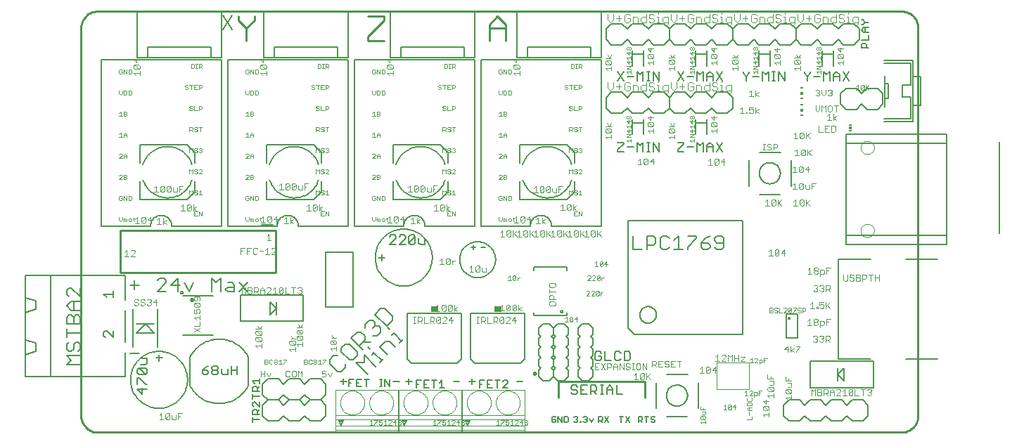
<source format=gto>
G75*
G70*
%OFA0B0*%
%FSLAX24Y24*%
%IPPOS*%
%LPD*%
%AMOC8*
5,1,8,0,0,1.08239X$1,22.5*
%
%ADD10C,0.0100*%
%ADD11C,0.0070*%
%ADD12C,0.0050*%
%ADD13C,0.0040*%
%ADD14C,0.0060*%
%ADD15C,0.0030*%
%ADD16C,0.0020*%
%ADD17C,0.0080*%
%ADD18R,0.0118X0.0059*%
%ADD19R,0.0118X0.0118*%
%ADD20C,0.0000*%
%ADD21R,0.0340X0.0300*%
D10*
X002785Y001429D02*
X002785Y019835D01*
X002787Y019889D01*
X002792Y019942D01*
X002801Y019995D01*
X002814Y020047D01*
X002830Y020099D01*
X002850Y020149D01*
X002873Y020197D01*
X002900Y020244D01*
X002929Y020289D01*
X002962Y020332D01*
X002997Y020372D01*
X003035Y020410D01*
X003075Y020445D01*
X003118Y020478D01*
X003163Y020507D01*
X003210Y020534D01*
X003258Y020557D01*
X003308Y020577D01*
X003360Y020593D01*
X003412Y020606D01*
X003465Y020615D01*
X003518Y020620D01*
X003572Y020622D01*
X041663Y020622D01*
X041717Y020620D01*
X041770Y020615D01*
X041823Y020606D01*
X041875Y020593D01*
X041927Y020577D01*
X041977Y020557D01*
X042025Y020534D01*
X042072Y020507D01*
X042117Y020478D01*
X042160Y020445D01*
X042200Y020410D01*
X042238Y020372D01*
X042273Y020332D01*
X042306Y020289D01*
X042335Y020244D01*
X042362Y020197D01*
X042385Y020149D01*
X042405Y020099D01*
X042421Y020047D01*
X042434Y019995D01*
X042443Y019942D01*
X042448Y019889D01*
X042450Y019835D01*
X042450Y001429D01*
X042448Y001375D01*
X042443Y001322D01*
X042434Y001269D01*
X042421Y001217D01*
X042405Y001165D01*
X042385Y001115D01*
X042362Y001067D01*
X042335Y001020D01*
X042306Y000975D01*
X042273Y000932D01*
X042238Y000892D01*
X042200Y000854D01*
X042160Y000819D01*
X042117Y000786D01*
X042072Y000757D01*
X042025Y000730D01*
X041977Y000707D01*
X041927Y000687D01*
X041875Y000671D01*
X041823Y000658D01*
X041770Y000649D01*
X041717Y000644D01*
X041663Y000642D01*
X003572Y000642D01*
X003518Y000644D01*
X003465Y000649D01*
X003412Y000658D01*
X003360Y000671D01*
X003308Y000687D01*
X003258Y000707D01*
X003210Y000730D01*
X003163Y000757D01*
X003118Y000786D01*
X003075Y000819D01*
X003035Y000854D01*
X002997Y000892D01*
X002962Y000932D01*
X002929Y000975D01*
X002900Y001020D01*
X002873Y001067D01*
X002850Y001115D01*
X002830Y001165D01*
X002814Y001217D01*
X002801Y001269D01*
X002792Y001322D01*
X002787Y001375D01*
X002785Y001429D01*
X007980Y006937D02*
X007982Y006950D01*
X007987Y006963D01*
X007996Y006974D01*
X008007Y006981D01*
X008020Y006986D01*
X008033Y006987D01*
X008047Y006984D01*
X008059Y006978D01*
X008069Y006969D01*
X008076Y006957D01*
X008080Y006944D01*
X008080Y006930D01*
X008076Y006917D01*
X008069Y006905D01*
X008059Y006896D01*
X008047Y006890D01*
X008033Y006887D01*
X008020Y006888D01*
X008007Y006893D01*
X007996Y006900D01*
X007987Y006911D01*
X007982Y006924D01*
X007980Y006937D01*
X004655Y008237D02*
X012005Y008237D01*
X012005Y010237D01*
X004655Y010237D01*
X004655Y008237D01*
X011330Y010487D02*
X011830Y010487D01*
X024230Y003437D02*
X024232Y003450D01*
X024237Y003463D01*
X024246Y003474D01*
X024257Y003481D01*
X024270Y003486D01*
X024283Y003487D01*
X024297Y003484D01*
X024309Y003478D01*
X024319Y003469D01*
X024326Y003457D01*
X024330Y003444D01*
X024330Y003430D01*
X024326Y003417D01*
X024319Y003405D01*
X024309Y003396D01*
X024297Y003390D01*
X024283Y003387D01*
X024270Y003388D01*
X024257Y003393D01*
X024246Y003400D01*
X024237Y003411D01*
X024232Y003424D01*
X024230Y003437D01*
X025403Y003069D02*
X029497Y003069D01*
X029497Y002282D01*
X025403Y002282D02*
X025403Y003069D01*
X022897Y019237D02*
X022897Y020005D01*
X022514Y020388D01*
X022130Y020005D01*
X022130Y019237D01*
X022130Y019813D02*
X022897Y019813D01*
X017147Y020196D02*
X016380Y019429D01*
X016380Y019237D01*
X017147Y019237D01*
X017147Y020196D02*
X017147Y020388D01*
X016380Y020388D01*
X010997Y020388D02*
X010997Y020196D01*
X010614Y019813D01*
X010614Y019237D01*
X010614Y019813D02*
X010230Y020196D01*
X010230Y020388D01*
D11*
X028216Y017753D02*
X028503Y017322D01*
X028677Y017537D02*
X028964Y017537D01*
X029137Y017322D02*
X029137Y017753D01*
X029281Y017609D01*
X029424Y017753D01*
X029424Y017322D01*
X029598Y017322D02*
X029741Y017322D01*
X029669Y017322D02*
X029669Y017753D01*
X029598Y017753D02*
X029741Y017753D01*
X029905Y017753D02*
X030192Y017322D01*
X030192Y017753D01*
X029905Y017753D02*
X029905Y017322D01*
X031063Y017322D02*
X031350Y017753D01*
X031523Y017537D02*
X031810Y017537D01*
X031984Y017322D02*
X031984Y017753D01*
X032127Y017609D01*
X032271Y017753D01*
X032271Y017322D01*
X032444Y017322D02*
X032444Y017609D01*
X032588Y017753D01*
X032731Y017609D01*
X032731Y017322D01*
X032905Y017322D02*
X033192Y017753D01*
X032905Y017753D02*
X033192Y017322D01*
X032731Y017537D02*
X032444Y017537D01*
X031350Y017322D02*
X031063Y017753D01*
X028503Y017753D02*
X028216Y017322D01*
X034166Y017681D02*
X034310Y017537D01*
X034310Y017322D01*
X034310Y017537D02*
X034453Y017681D01*
X034453Y017753D01*
X034627Y017537D02*
X034914Y017537D01*
X035087Y017322D02*
X035087Y017753D01*
X035231Y017609D01*
X035374Y017753D01*
X035374Y017322D01*
X035548Y017322D02*
X035691Y017322D01*
X035619Y017322D02*
X035619Y017753D01*
X035548Y017753D02*
X035691Y017753D01*
X035855Y017753D02*
X036142Y017322D01*
X036142Y017753D01*
X035855Y017753D02*
X035855Y017322D01*
X037063Y017681D02*
X037206Y017537D01*
X037206Y017322D01*
X037206Y017537D02*
X037350Y017681D01*
X037350Y017753D01*
X037523Y017537D02*
X037810Y017537D01*
X037984Y017322D02*
X037984Y017753D01*
X038127Y017609D01*
X038271Y017753D01*
X038271Y017322D01*
X038444Y017322D02*
X038444Y017609D01*
X038588Y017753D01*
X038731Y017609D01*
X038731Y017322D01*
X038905Y017322D02*
X039192Y017753D01*
X038905Y017753D02*
X039192Y017322D01*
X038731Y017537D02*
X038444Y017537D01*
X037063Y017681D02*
X037063Y017753D01*
X034166Y017753D02*
X034166Y017681D01*
X039783Y018886D02*
X039783Y019051D01*
X039838Y019106D01*
X039948Y019106D01*
X040003Y019051D01*
X040003Y018886D01*
X040113Y018886D02*
X039783Y018886D01*
X039783Y019254D02*
X040113Y019254D01*
X040113Y019474D01*
X040113Y019622D02*
X039893Y019622D01*
X039783Y019733D01*
X039893Y019843D01*
X040113Y019843D01*
X039948Y019843D02*
X039948Y019622D01*
X039838Y019991D02*
X039948Y020101D01*
X040113Y020101D01*
X039948Y020101D02*
X039838Y020211D01*
X039783Y020211D01*
X039783Y019991D02*
X039838Y019991D01*
X033192Y014403D02*
X032905Y013972D01*
X032731Y013972D02*
X032731Y014259D01*
X032588Y014403D01*
X032444Y014259D01*
X032444Y013972D01*
X032271Y013972D02*
X032271Y014403D01*
X032127Y014259D01*
X031984Y014403D01*
X031984Y013972D01*
X031810Y014187D02*
X031523Y014187D01*
X031350Y014331D02*
X031063Y014044D01*
X031063Y013972D01*
X031350Y013972D01*
X031350Y014331D02*
X031350Y014403D01*
X031063Y014403D01*
X030192Y014403D02*
X030192Y013972D01*
X029905Y014403D01*
X029905Y013972D01*
X029741Y013972D02*
X029598Y013972D01*
X029669Y013972D02*
X029669Y014403D01*
X029598Y014403D02*
X029741Y014403D01*
X029424Y014403D02*
X029281Y014259D01*
X029137Y014403D01*
X029137Y013972D01*
X028964Y014187D02*
X028677Y014187D01*
X028503Y014331D02*
X028216Y014044D01*
X028216Y013972D01*
X028503Y013972D01*
X028503Y014331D02*
X028503Y014403D01*
X028216Y014403D01*
X029424Y014403D02*
X029424Y013972D01*
X032444Y014187D02*
X032731Y014187D01*
X032905Y014403D02*
X033192Y013972D01*
X033136Y009953D02*
X032926Y009953D01*
X032820Y009848D01*
X032820Y009743D01*
X032926Y009638D01*
X033241Y009638D01*
X033241Y009848D02*
X033241Y009427D01*
X033136Y009322D01*
X032926Y009322D01*
X032820Y009427D01*
X032596Y009427D02*
X032596Y009532D01*
X032491Y009638D01*
X032176Y009638D01*
X032176Y009427D01*
X032281Y009322D01*
X032491Y009322D01*
X032596Y009427D01*
X032386Y009848D02*
X032176Y009638D01*
X032386Y009848D02*
X032596Y009953D01*
X033136Y009953D02*
X033241Y009848D01*
X031952Y009848D02*
X031531Y009427D01*
X031531Y009322D01*
X031307Y009322D02*
X030887Y009322D01*
X031097Y009322D02*
X031097Y009953D01*
X030887Y009743D01*
X030663Y009848D02*
X030558Y009953D01*
X030347Y009953D01*
X030242Y009848D01*
X030242Y009427D01*
X030347Y009322D01*
X030558Y009322D01*
X030663Y009427D01*
X030018Y009638D02*
X030018Y009848D01*
X029913Y009953D01*
X029598Y009953D01*
X029598Y009322D01*
X029598Y009532D02*
X029913Y009532D01*
X030018Y009638D01*
X029374Y009322D02*
X028953Y009322D01*
X028953Y009953D01*
X031531Y009953D02*
X031952Y009953D01*
X031952Y009848D01*
X028750Y004478D02*
X028534Y004478D01*
X028534Y004048D01*
X028750Y004048D01*
X028821Y004119D01*
X028821Y004406D01*
X028750Y004478D01*
X028361Y004406D02*
X028289Y004478D01*
X028146Y004478D01*
X028074Y004406D01*
X028074Y004119D01*
X028146Y004048D01*
X028289Y004048D01*
X028361Y004119D01*
X027900Y004048D02*
X027614Y004048D01*
X027614Y004478D01*
X027440Y004406D02*
X027368Y004478D01*
X027225Y004478D01*
X027153Y004406D01*
X027153Y004119D01*
X027225Y004048D01*
X027368Y004048D01*
X027440Y004119D01*
X027440Y004263D01*
X027297Y004263D01*
X027399Y002877D02*
X027543Y002877D01*
X027471Y002877D02*
X027471Y002447D01*
X027399Y002447D02*
X027543Y002447D01*
X027706Y002447D02*
X027706Y002734D01*
X027849Y002877D01*
X027993Y002734D01*
X027993Y002447D01*
X028166Y002447D02*
X028453Y002447D01*
X028166Y002447D02*
X028166Y002877D01*
X027993Y002662D02*
X027706Y002662D01*
X027226Y002662D02*
X027226Y002806D01*
X027154Y002877D01*
X026939Y002877D01*
X026939Y002447D01*
X026939Y002590D02*
X027154Y002590D01*
X027226Y002662D01*
X027082Y002590D02*
X027226Y002447D01*
X026765Y002447D02*
X026478Y002447D01*
X026478Y002877D01*
X026765Y002877D01*
X026622Y002662D02*
X026478Y002662D01*
X026305Y002590D02*
X026305Y002519D01*
X026233Y002447D01*
X026090Y002447D01*
X026018Y002519D01*
X026090Y002662D02*
X026233Y002662D01*
X026305Y002590D01*
X026305Y002806D02*
X026233Y002877D01*
X026090Y002877D01*
X026018Y002806D01*
X026018Y002734D01*
X026090Y002662D01*
X023714Y003062D02*
X023428Y003062D01*
X021464Y003062D02*
X021178Y003062D01*
X021321Y003206D02*
X021321Y002919D01*
X020714Y003062D02*
X020428Y003062D01*
X018464Y003062D02*
X018178Y003062D01*
X018321Y003206D02*
X018321Y002919D01*
X017864Y003062D02*
X017578Y003062D01*
X016380Y003387D02*
X015821Y003946D01*
X016194Y003946D01*
X016194Y004319D01*
X016753Y003760D01*
X016940Y003947D02*
X017126Y004133D01*
X017033Y004040D02*
X016660Y004413D01*
X016567Y004319D01*
X016474Y004599D02*
X016381Y004692D01*
X016150Y004557D02*
X015591Y005116D01*
X015870Y005395D01*
X016057Y005395D01*
X016243Y005209D01*
X016243Y005023D01*
X015964Y004743D01*
X016150Y004929D02*
X016523Y004929D01*
X016617Y005210D02*
X016803Y005210D01*
X016989Y005396D01*
X016989Y005583D01*
X016896Y005676D01*
X016710Y005676D01*
X016617Y005583D01*
X016710Y005676D02*
X016710Y005862D01*
X016617Y005955D01*
X016430Y005955D01*
X016244Y005769D01*
X016244Y005583D01*
X016711Y006236D02*
X016990Y006515D01*
X017177Y006515D01*
X017549Y006142D01*
X017549Y005956D01*
X017270Y005677D01*
X016711Y006236D01*
X017314Y005625D02*
X017407Y005532D01*
X017594Y005346D02*
X017966Y004973D01*
X017873Y004880D02*
X018060Y005066D01*
X017686Y004693D02*
X017406Y004972D01*
X017220Y004972D01*
X016941Y004693D01*
X017313Y004320D01*
X015869Y004276D02*
X015869Y004463D01*
X015497Y004835D01*
X015310Y004835D01*
X015124Y004649D01*
X015124Y004463D01*
X015497Y004090D01*
X015683Y004090D01*
X015869Y004276D01*
X015310Y003903D02*
X015310Y003716D01*
X015123Y003530D01*
X014937Y003530D01*
X014564Y003903D01*
X014564Y004089D01*
X014750Y004275D01*
X014937Y004275D01*
X015221Y003206D02*
X015221Y002919D01*
X015078Y003062D02*
X015364Y003062D01*
X017500Y005253D02*
X017594Y005346D01*
X002745Y005354D02*
X002114Y005354D01*
X002114Y005144D02*
X002114Y005564D01*
X002114Y005789D02*
X002114Y006104D01*
X002220Y006209D01*
X002325Y006209D01*
X002430Y006104D01*
X002430Y005789D01*
X002745Y005789D02*
X002745Y006104D01*
X002640Y006209D01*
X002535Y006209D01*
X002430Y006104D01*
X002430Y006433D02*
X002430Y006854D01*
X002325Y006854D02*
X002745Y006854D01*
X002745Y007078D02*
X002325Y007498D01*
X002220Y007498D01*
X002114Y007393D01*
X002114Y007183D01*
X002220Y007078D01*
X002325Y006854D02*
X002114Y006643D01*
X002325Y006433D01*
X002745Y006433D01*
X002745Y005789D02*
X002114Y005789D01*
X002220Y004920D02*
X002114Y004815D01*
X002114Y004605D01*
X002220Y004500D01*
X002325Y004500D01*
X002430Y004605D01*
X002430Y004815D01*
X002535Y004920D01*
X002640Y004920D01*
X002745Y004815D01*
X002745Y004605D01*
X002640Y004500D01*
X002745Y004275D02*
X002114Y004275D01*
X002325Y004065D01*
X002114Y003855D01*
X002745Y003855D01*
X002745Y007078D02*
X002745Y007498D01*
D12*
X003855Y007202D02*
X004005Y007052D01*
X003855Y007202D02*
X004305Y007202D01*
X004305Y007052D02*
X004305Y007352D01*
X004305Y005452D02*
X004305Y005152D01*
X004005Y005452D01*
X003930Y005452D01*
X003855Y005377D01*
X003855Y005227D01*
X003930Y005152D01*
X005605Y004144D02*
X005905Y004144D01*
X005905Y003919D01*
X005830Y003843D01*
X005605Y003843D01*
X005530Y003683D02*
X005830Y003383D01*
X005905Y003458D01*
X005905Y003608D01*
X005830Y003683D01*
X005530Y003683D01*
X005455Y003608D01*
X005455Y003458D01*
X005530Y003383D01*
X005830Y003383D01*
X005530Y003223D02*
X005830Y002923D01*
X005905Y002923D01*
X005905Y002687D02*
X005455Y002687D01*
X005680Y002462D01*
X005680Y002763D01*
X005455Y002923D02*
X005455Y003223D01*
X005530Y003223D01*
X007952Y002868D02*
X007952Y004207D01*
X007952Y002868D02*
X007989Y002799D01*
X008028Y002732D01*
X008071Y002667D01*
X008117Y002605D01*
X008166Y002544D01*
X008218Y002487D01*
X008273Y002432D01*
X008331Y002380D01*
X008391Y002331D01*
X008454Y002285D01*
X008519Y002242D01*
X008586Y002203D01*
X008654Y002167D01*
X008725Y002134D01*
X008797Y002105D01*
X008871Y002080D01*
X008946Y002059D01*
X009021Y002041D01*
X009098Y002028D01*
X009175Y002018D01*
X009252Y002012D01*
X009330Y002010D01*
X009408Y002012D01*
X009485Y002018D01*
X009562Y002028D01*
X009639Y002041D01*
X009714Y002059D01*
X009789Y002080D01*
X009863Y002105D01*
X009935Y002134D01*
X010006Y002167D01*
X010074Y002203D01*
X010141Y002242D01*
X010206Y002285D01*
X010269Y002331D01*
X010329Y002380D01*
X010387Y002432D01*
X010442Y002487D01*
X010494Y002544D01*
X010543Y002605D01*
X010589Y002667D01*
X010632Y002732D01*
X010671Y002799D01*
X010708Y002868D01*
X010708Y004207D01*
X010708Y004206D02*
X010671Y004275D01*
X010632Y004342D01*
X010589Y004407D01*
X010543Y004469D01*
X010494Y004530D01*
X010442Y004587D01*
X010387Y004642D01*
X010329Y004694D01*
X010269Y004743D01*
X010206Y004789D01*
X010141Y004832D01*
X010074Y004871D01*
X010006Y004907D01*
X009935Y004940D01*
X009863Y004969D01*
X009789Y004994D01*
X009714Y005015D01*
X009639Y005033D01*
X009562Y005046D01*
X009485Y005056D01*
X009408Y005062D01*
X009330Y005064D01*
X009252Y005062D01*
X009175Y005056D01*
X009098Y005046D01*
X009021Y005033D01*
X008946Y005015D01*
X008871Y004994D01*
X008797Y004969D01*
X008725Y004940D01*
X008654Y004907D01*
X008586Y004871D01*
X008519Y004832D01*
X008454Y004789D01*
X008391Y004743D01*
X008331Y004694D01*
X008273Y004642D01*
X008218Y004587D01*
X008166Y004530D01*
X008117Y004469D01*
X008071Y004407D01*
X008028Y004342D01*
X007989Y004275D01*
X007952Y004206D01*
X010905Y003078D02*
X011255Y003078D01*
X011255Y002961D02*
X011255Y003195D01*
X011021Y002961D02*
X010905Y003078D01*
X010963Y002827D02*
X011080Y002827D01*
X011138Y002768D01*
X011138Y002593D01*
X011138Y002710D02*
X011255Y002827D01*
X011255Y002593D02*
X010905Y002593D01*
X010905Y002768D01*
X010963Y002827D01*
X010905Y002458D02*
X010905Y002225D01*
X010905Y002342D02*
X011255Y002342D01*
X011255Y002095D02*
X011255Y001861D01*
X011021Y002095D01*
X010963Y002095D01*
X010905Y002037D01*
X010905Y001920D01*
X010963Y001861D01*
X010963Y001727D02*
X011080Y001727D01*
X011138Y001668D01*
X011138Y001493D01*
X011138Y001610D02*
X011255Y001727D01*
X011255Y001493D02*
X010905Y001493D01*
X010905Y001668D01*
X010963Y001727D01*
X010905Y001358D02*
X010905Y001125D01*
X010905Y001242D02*
X011255Y001242D01*
X015468Y002812D02*
X015468Y003163D01*
X015701Y003163D01*
X015836Y003163D02*
X015836Y002812D01*
X016069Y002812D01*
X015953Y002987D02*
X015836Y002987D01*
X015836Y003163D02*
X016069Y003163D01*
X016204Y003163D02*
X016438Y003163D01*
X016321Y003163D02*
X016321Y002812D01*
X016941Y002812D02*
X017058Y002812D01*
X016999Y002812D02*
X016999Y003163D01*
X016941Y003163D02*
X017058Y003163D01*
X017186Y003163D02*
X017420Y002812D01*
X017420Y003163D01*
X017186Y003163D02*
X017186Y002812D01*
X018668Y002762D02*
X018668Y003113D01*
X018901Y003113D01*
X019036Y003113D02*
X019036Y002762D01*
X019269Y002762D01*
X019153Y002937D02*
X019036Y002937D01*
X019036Y003113D02*
X019269Y003113D01*
X019404Y003113D02*
X019638Y003113D01*
X019521Y003113D02*
X019521Y002762D01*
X019772Y002762D02*
X020006Y002762D01*
X019889Y002762D02*
X019889Y003113D01*
X019772Y002996D01*
X018784Y002937D02*
X018668Y002937D01*
X021668Y002937D02*
X021784Y002937D01*
X021668Y002762D02*
X021668Y003113D01*
X021901Y003113D01*
X022036Y003113D02*
X022036Y002762D01*
X022269Y002762D01*
X022153Y002937D02*
X022036Y002937D01*
X022036Y003113D02*
X022269Y003113D01*
X022404Y003113D02*
X022638Y003113D01*
X022521Y003113D02*
X022521Y002762D01*
X022772Y002762D02*
X023006Y002996D01*
X023006Y003054D01*
X022948Y003113D01*
X022831Y003113D01*
X022772Y003054D01*
X022772Y002762D02*
X023006Y002762D01*
X024480Y003287D02*
X024680Y003087D01*
X024980Y003087D01*
X025180Y003287D01*
X025180Y003587D01*
X025080Y003687D01*
X025180Y003787D01*
X025180Y004087D01*
X025080Y004187D01*
X025180Y004287D01*
X025180Y004587D01*
X025080Y004687D01*
X025180Y004787D01*
X025180Y005087D01*
X025080Y005187D01*
X025180Y005287D01*
X025180Y005587D01*
X024980Y005787D01*
X024680Y005787D01*
X024480Y005587D01*
X024480Y005287D01*
X024580Y005187D01*
X024480Y005087D01*
X024480Y004787D01*
X024580Y004687D01*
X024480Y004587D01*
X024480Y004287D01*
X024580Y004187D01*
X024480Y004087D01*
X024480Y003787D01*
X024580Y003687D01*
X024480Y003587D01*
X024480Y003287D01*
X025180Y003287D02*
X025180Y003587D01*
X025280Y003687D01*
X025180Y003787D01*
X025180Y004087D01*
X025280Y004187D01*
X025180Y004287D01*
X025180Y004587D01*
X025280Y004687D01*
X025180Y004787D01*
X025180Y005087D01*
X025280Y005187D01*
X025180Y005287D01*
X025180Y005587D01*
X025380Y005787D01*
X025680Y005787D01*
X025880Y005587D01*
X025880Y005287D01*
X025780Y005187D01*
X025880Y005087D01*
X025880Y004787D01*
X025780Y004687D01*
X025880Y004587D01*
X025880Y004287D01*
X025780Y004187D01*
X025880Y004087D01*
X025880Y003787D01*
X025780Y003687D01*
X025880Y003587D01*
X025880Y003287D01*
X025680Y003087D01*
X025380Y003087D01*
X025180Y003287D01*
X026330Y003287D02*
X026330Y003587D01*
X026430Y003687D01*
X026330Y003787D01*
X026330Y004087D01*
X026430Y004187D01*
X026330Y004287D01*
X026330Y004587D01*
X026430Y004687D01*
X026330Y004787D01*
X026330Y005087D01*
X026430Y005187D01*
X026330Y005287D01*
X026330Y005587D01*
X026530Y005787D01*
X026830Y005787D01*
X027030Y005587D01*
X027030Y005287D01*
X026930Y005187D01*
X027030Y005087D01*
X027030Y004787D01*
X026930Y004687D01*
X027030Y004587D01*
X027030Y004287D01*
X026930Y004187D01*
X027030Y004087D01*
X027030Y003787D01*
X026930Y003687D01*
X027030Y003587D01*
X027030Y003287D01*
X026830Y003087D01*
X026530Y003087D01*
X026330Y003287D01*
X026279Y001386D02*
X026324Y001341D01*
X026324Y001296D01*
X026279Y001250D01*
X026324Y001205D01*
X026324Y001160D01*
X026279Y001115D01*
X026189Y001115D01*
X026144Y001160D01*
X026234Y001250D02*
X026279Y001250D01*
X026279Y001386D02*
X026189Y001386D01*
X026144Y001341D01*
X025863Y001341D02*
X025863Y001160D01*
X025818Y001115D01*
X025683Y001115D01*
X025683Y001386D01*
X025818Y001386D01*
X025863Y001341D01*
X025569Y001386D02*
X025569Y001115D01*
X025389Y001386D01*
X025389Y001115D01*
X025274Y001160D02*
X025274Y001250D01*
X025184Y001250D01*
X025094Y001160D02*
X025139Y001115D01*
X025229Y001115D01*
X025274Y001160D01*
X025094Y001160D02*
X025094Y001341D01*
X025139Y001386D01*
X025229Y001386D01*
X025274Y001341D01*
X026439Y001160D02*
X026484Y001160D01*
X026484Y001115D01*
X026439Y001115D01*
X026439Y001160D01*
X026586Y001160D02*
X026631Y001115D01*
X026721Y001115D01*
X026766Y001160D01*
X026766Y001205D01*
X026721Y001250D01*
X026676Y001250D01*
X026721Y001250D02*
X026766Y001296D01*
X026766Y001341D01*
X026721Y001386D01*
X026631Y001386D01*
X026586Y001341D01*
X026881Y001296D02*
X026971Y001115D01*
X027061Y001296D01*
X027318Y001386D02*
X027453Y001386D01*
X027498Y001341D01*
X027498Y001250D01*
X027453Y001205D01*
X027318Y001205D01*
X027318Y001115D02*
X027318Y001386D01*
X027408Y001205D02*
X027498Y001115D01*
X027612Y001115D02*
X027792Y001386D01*
X027612Y001386D02*
X027792Y001115D01*
X028302Y001386D02*
X028482Y001386D01*
X028392Y001386D02*
X028392Y001115D01*
X028597Y001115D02*
X028777Y001386D01*
X028597Y001386D02*
X028777Y001115D01*
X029207Y001115D02*
X029207Y001386D01*
X029342Y001386D01*
X029388Y001341D01*
X029388Y001250D01*
X029342Y001205D01*
X029207Y001205D01*
X029297Y001205D02*
X029388Y001115D01*
X029592Y001115D02*
X029592Y001386D01*
X029502Y001386D02*
X029682Y001386D01*
X029797Y001341D02*
X029797Y001296D01*
X029842Y001250D01*
X029932Y001250D01*
X029977Y001205D01*
X029977Y001160D01*
X029932Y001115D01*
X029842Y001115D01*
X029797Y001160D01*
X029797Y001341D02*
X029842Y001386D01*
X029932Y001386D01*
X029977Y001341D01*
X037338Y002757D02*
X037338Y002936D01*
X037338Y004017D01*
X040332Y004017D01*
X040332Y003936D01*
X040332Y002757D01*
X037338Y002757D01*
X037338Y002838D02*
X037338Y002936D01*
X038630Y003087D02*
X038630Y003387D01*
X038630Y003687D01*
X038630Y003387D02*
X038930Y003687D01*
X038930Y003087D01*
X038630Y003387D01*
X040332Y003913D02*
X040332Y003936D01*
X039030Y009569D02*
X043794Y009569D01*
X043794Y009589D01*
X043794Y009569D01*
X043794Y009589D02*
X043794Y014746D01*
X043794Y014786D01*
X043794Y014805D01*
X043794Y014786D01*
X043794Y014746D01*
X043794Y014805D02*
X039030Y014805D01*
X039030Y014786D02*
X039030Y014244D01*
X039030Y013811D01*
X039030Y013378D01*
X039030Y012945D01*
X039030Y012512D01*
X039030Y012079D01*
X039030Y011646D01*
X039030Y011213D01*
X039030Y010780D01*
X039030Y010317D01*
X039030Y009589D01*
X039030Y010002D02*
X043794Y010002D01*
X046313Y010101D02*
X046313Y014431D01*
X043794Y014372D02*
X039030Y014372D01*
X039030Y014244D01*
X039030Y014156D01*
X039030Y013811D01*
X039030Y013378D01*
X039030Y012945D01*
X039030Y012512D01*
X039030Y012079D01*
X039030Y011646D01*
X039030Y011213D01*
X039030Y010780D01*
X039030Y010317D01*
X039030Y010219D01*
X039030Y010002D01*
X027430Y018437D02*
X026930Y018437D01*
X026930Y018937D01*
X023930Y018937D01*
X023930Y018437D01*
X023430Y018437D01*
X023430Y020637D01*
X027430Y020637D01*
X027430Y018437D01*
X026930Y018437D02*
X023930Y018437D01*
X021430Y018437D02*
X020930Y018437D01*
X020930Y018937D01*
X017930Y018937D01*
X017930Y018437D01*
X017430Y018437D01*
X017430Y020637D01*
X021430Y020637D01*
X021430Y018437D01*
X020930Y018437D02*
X017930Y018437D01*
X015430Y018437D02*
X014930Y018437D01*
X014930Y018937D01*
X011930Y018937D01*
X011930Y018437D01*
X011430Y018437D01*
X011430Y020637D01*
X015430Y020637D01*
X015430Y018437D01*
X014930Y018437D02*
X011930Y018437D01*
X009430Y018437D02*
X008930Y018437D01*
X008930Y018937D01*
X005930Y018937D01*
X005930Y018437D01*
X005430Y018437D01*
X005430Y020637D01*
X009430Y020637D01*
X009430Y018437D01*
X008930Y018437D02*
X005930Y018437D01*
X017405Y009938D02*
X017480Y010013D01*
X017630Y010013D01*
X017705Y009938D01*
X017705Y009863D01*
X017405Y009562D01*
X017705Y009562D01*
X017865Y009562D02*
X018166Y009863D01*
X018166Y009938D01*
X018091Y010013D01*
X017940Y010013D01*
X017865Y009938D01*
X018326Y009938D02*
X018401Y010013D01*
X018551Y010013D01*
X018626Y009938D01*
X018326Y009637D01*
X018401Y009562D01*
X018551Y009562D01*
X018626Y009637D01*
X018626Y009938D01*
X018786Y009863D02*
X018786Y009637D01*
X018861Y009562D01*
X019086Y009562D01*
X019086Y009863D01*
X018326Y009938D02*
X018326Y009637D01*
X018166Y009562D02*
X017865Y009562D01*
X013322Y007167D02*
X013322Y006988D01*
X013322Y005907D01*
X010328Y005907D01*
X010328Y005988D01*
X010328Y007167D01*
X013322Y007167D01*
X013322Y007086D02*
X013322Y006988D01*
X012030Y006837D02*
X012030Y006537D01*
X012030Y006237D01*
X012030Y006537D02*
X011730Y006237D01*
X011730Y006837D01*
X012030Y006537D01*
X010328Y006011D02*
X010328Y005988D01*
X015468Y002987D02*
X015584Y002987D01*
D13*
X014854Y002653D02*
X017806Y002653D01*
X017806Y001451D01*
X014854Y001451D01*
X014854Y001261D01*
X014854Y000941D01*
X014854Y000768D01*
X014854Y000650D01*
X017806Y000650D01*
X017806Y000768D01*
X017806Y000941D01*
X014854Y000941D01*
X014854Y000768D02*
X017806Y000768D01*
X017854Y000768D02*
X017854Y000941D01*
X020806Y000941D01*
X020806Y000768D01*
X017854Y000768D01*
X017854Y000650D01*
X020806Y000650D01*
X020806Y000768D01*
X020854Y000768D02*
X020854Y000941D01*
X023806Y000941D01*
X023806Y000768D01*
X020854Y000768D01*
X020854Y000650D01*
X023806Y000650D01*
X023806Y000768D01*
X023806Y000941D02*
X023806Y001261D01*
X023806Y001451D01*
X020854Y001451D01*
X020854Y001261D01*
X020854Y000941D01*
X020806Y000941D02*
X020806Y001261D01*
X020806Y001451D01*
X017854Y001451D01*
X017854Y001261D01*
X017854Y000941D01*
X017806Y000941D02*
X017806Y001261D01*
X017806Y001451D01*
X017854Y001451D02*
X017854Y002653D01*
X020806Y002653D01*
X020806Y001451D01*
X020854Y001451D02*
X020854Y002653D01*
X023806Y002653D01*
X023806Y001451D01*
X023806Y001261D02*
X020854Y001261D01*
X020806Y001261D02*
X017854Y001261D01*
X017806Y001261D02*
X014854Y001261D01*
X014964Y001212D02*
X015089Y000962D01*
X015214Y001212D01*
X014964Y001212D01*
X014979Y001181D02*
X015198Y001181D01*
X015179Y001143D02*
X014999Y001143D01*
X015018Y001104D02*
X015160Y001104D01*
X015140Y001066D02*
X015037Y001066D01*
X015056Y001027D02*
X015121Y001027D01*
X015102Y000989D02*
X015076Y000989D01*
X014854Y001451D02*
X014854Y002653D01*
X014585Y003281D02*
X014678Y003468D01*
X014491Y003468D02*
X014585Y003281D01*
X014383Y003328D02*
X014383Y003421D01*
X014337Y003468D01*
X014290Y003468D01*
X014197Y003421D01*
X014197Y003562D01*
X014383Y003562D01*
X014383Y003328D02*
X014337Y003281D01*
X014243Y003281D01*
X014197Y003328D01*
X013260Y003281D02*
X013260Y003562D01*
X013167Y003468D01*
X013073Y003562D01*
X013073Y003281D01*
X012966Y003328D02*
X012966Y003515D01*
X012919Y003562D01*
X012825Y003562D01*
X012779Y003515D01*
X012779Y003328D01*
X012825Y003281D01*
X012919Y003281D01*
X012966Y003328D01*
X012671Y003328D02*
X012624Y003281D01*
X012531Y003281D01*
X012484Y003328D01*
X012484Y003515D01*
X012531Y003562D01*
X012624Y003562D01*
X012671Y003515D01*
X011778Y003468D02*
X011685Y003281D01*
X011591Y003468D01*
X011483Y003421D02*
X011297Y003421D01*
X011297Y003281D02*
X011297Y003562D01*
X011483Y003562D02*
X011483Y003281D01*
X015070Y002048D02*
X015072Y002095D01*
X015078Y002142D01*
X015087Y002188D01*
X015101Y002233D01*
X015118Y002277D01*
X015139Y002320D01*
X015163Y002360D01*
X015190Y002399D01*
X015221Y002435D01*
X015254Y002468D01*
X015290Y002499D01*
X015329Y002526D01*
X015369Y002550D01*
X015412Y002571D01*
X015456Y002588D01*
X015501Y002602D01*
X015547Y002611D01*
X015594Y002617D01*
X015641Y002619D01*
X015688Y002617D01*
X015735Y002611D01*
X015781Y002602D01*
X015826Y002588D01*
X015870Y002571D01*
X015913Y002550D01*
X015953Y002526D01*
X015992Y002499D01*
X016028Y002468D01*
X016061Y002435D01*
X016092Y002399D01*
X016119Y002360D01*
X016143Y002320D01*
X016164Y002277D01*
X016181Y002233D01*
X016195Y002188D01*
X016204Y002142D01*
X016210Y002095D01*
X016212Y002048D01*
X016210Y002001D01*
X016204Y001954D01*
X016195Y001908D01*
X016181Y001863D01*
X016164Y001819D01*
X016143Y001776D01*
X016119Y001736D01*
X016092Y001697D01*
X016061Y001661D01*
X016028Y001628D01*
X015992Y001597D01*
X015953Y001570D01*
X015913Y001546D01*
X015870Y001525D01*
X015826Y001508D01*
X015781Y001494D01*
X015735Y001485D01*
X015688Y001479D01*
X015641Y001477D01*
X015594Y001479D01*
X015547Y001485D01*
X015501Y001494D01*
X015456Y001508D01*
X015412Y001525D01*
X015369Y001546D01*
X015329Y001570D01*
X015290Y001597D01*
X015254Y001628D01*
X015221Y001661D01*
X015190Y001697D01*
X015163Y001736D01*
X015139Y001776D01*
X015118Y001819D01*
X015101Y001863D01*
X015087Y001908D01*
X015078Y001954D01*
X015072Y002001D01*
X015070Y002048D01*
X016113Y002325D02*
X016116Y002328D01*
X016448Y002048D02*
X016450Y002095D01*
X016456Y002142D01*
X016465Y002188D01*
X016479Y002233D01*
X016496Y002277D01*
X016517Y002320D01*
X016541Y002360D01*
X016568Y002399D01*
X016599Y002435D01*
X016632Y002468D01*
X016668Y002499D01*
X016707Y002526D01*
X016747Y002550D01*
X016790Y002571D01*
X016834Y002588D01*
X016879Y002602D01*
X016925Y002611D01*
X016972Y002617D01*
X017019Y002619D01*
X017066Y002617D01*
X017113Y002611D01*
X017159Y002602D01*
X017204Y002588D01*
X017248Y002571D01*
X017291Y002550D01*
X017331Y002526D01*
X017370Y002499D01*
X017406Y002468D01*
X017439Y002435D01*
X017470Y002399D01*
X017497Y002360D01*
X017521Y002320D01*
X017542Y002277D01*
X017559Y002233D01*
X017573Y002188D01*
X017582Y002142D01*
X017588Y002095D01*
X017590Y002048D01*
X017588Y002001D01*
X017582Y001954D01*
X017573Y001908D01*
X017559Y001863D01*
X017542Y001819D01*
X017521Y001776D01*
X017497Y001736D01*
X017470Y001697D01*
X017439Y001661D01*
X017406Y001628D01*
X017370Y001597D01*
X017331Y001570D01*
X017291Y001546D01*
X017248Y001525D01*
X017204Y001508D01*
X017159Y001494D01*
X017113Y001485D01*
X017066Y001479D01*
X017019Y001477D01*
X016972Y001479D01*
X016925Y001485D01*
X016879Y001494D01*
X016834Y001508D01*
X016790Y001525D01*
X016747Y001546D01*
X016707Y001570D01*
X016668Y001597D01*
X016632Y001628D01*
X016599Y001661D01*
X016568Y001697D01*
X016541Y001736D01*
X016517Y001776D01*
X016496Y001819D01*
X016479Y001863D01*
X016465Y001908D01*
X016456Y001954D01*
X016450Y002001D01*
X016448Y002048D01*
X017491Y002325D02*
X017494Y002328D01*
X018070Y002048D02*
X018072Y002095D01*
X018078Y002142D01*
X018087Y002188D01*
X018101Y002233D01*
X018118Y002277D01*
X018139Y002320D01*
X018163Y002360D01*
X018190Y002399D01*
X018221Y002435D01*
X018254Y002468D01*
X018290Y002499D01*
X018329Y002526D01*
X018369Y002550D01*
X018412Y002571D01*
X018456Y002588D01*
X018501Y002602D01*
X018547Y002611D01*
X018594Y002617D01*
X018641Y002619D01*
X018688Y002617D01*
X018735Y002611D01*
X018781Y002602D01*
X018826Y002588D01*
X018870Y002571D01*
X018913Y002550D01*
X018953Y002526D01*
X018992Y002499D01*
X019028Y002468D01*
X019061Y002435D01*
X019092Y002399D01*
X019119Y002360D01*
X019143Y002320D01*
X019164Y002277D01*
X019181Y002233D01*
X019195Y002188D01*
X019204Y002142D01*
X019210Y002095D01*
X019212Y002048D01*
X019210Y002001D01*
X019204Y001954D01*
X019195Y001908D01*
X019181Y001863D01*
X019164Y001819D01*
X019143Y001776D01*
X019119Y001736D01*
X019092Y001697D01*
X019061Y001661D01*
X019028Y001628D01*
X018992Y001597D01*
X018953Y001570D01*
X018913Y001546D01*
X018870Y001525D01*
X018826Y001508D01*
X018781Y001494D01*
X018735Y001485D01*
X018688Y001479D01*
X018641Y001477D01*
X018594Y001479D01*
X018547Y001485D01*
X018501Y001494D01*
X018456Y001508D01*
X018412Y001525D01*
X018369Y001546D01*
X018329Y001570D01*
X018290Y001597D01*
X018254Y001628D01*
X018221Y001661D01*
X018190Y001697D01*
X018163Y001736D01*
X018139Y001776D01*
X018118Y001819D01*
X018101Y001863D01*
X018087Y001908D01*
X018078Y001954D01*
X018072Y002001D01*
X018070Y002048D01*
X019113Y002325D02*
X019116Y002328D01*
X019448Y002048D02*
X019450Y002095D01*
X019456Y002142D01*
X019465Y002188D01*
X019479Y002233D01*
X019496Y002277D01*
X019517Y002320D01*
X019541Y002360D01*
X019568Y002399D01*
X019599Y002435D01*
X019632Y002468D01*
X019668Y002499D01*
X019707Y002526D01*
X019747Y002550D01*
X019790Y002571D01*
X019834Y002588D01*
X019879Y002602D01*
X019925Y002611D01*
X019972Y002617D01*
X020019Y002619D01*
X020066Y002617D01*
X020113Y002611D01*
X020159Y002602D01*
X020204Y002588D01*
X020248Y002571D01*
X020291Y002550D01*
X020331Y002526D01*
X020370Y002499D01*
X020406Y002468D01*
X020439Y002435D01*
X020470Y002399D01*
X020497Y002360D01*
X020521Y002320D01*
X020542Y002277D01*
X020559Y002233D01*
X020573Y002188D01*
X020582Y002142D01*
X020588Y002095D01*
X020590Y002048D01*
X020588Y002001D01*
X020582Y001954D01*
X020573Y001908D01*
X020559Y001863D01*
X020542Y001819D01*
X020521Y001776D01*
X020497Y001736D01*
X020470Y001697D01*
X020439Y001661D01*
X020406Y001628D01*
X020370Y001597D01*
X020331Y001570D01*
X020291Y001546D01*
X020248Y001525D01*
X020204Y001508D01*
X020159Y001494D01*
X020113Y001485D01*
X020066Y001479D01*
X020019Y001477D01*
X019972Y001479D01*
X019925Y001485D01*
X019879Y001494D01*
X019834Y001508D01*
X019790Y001525D01*
X019747Y001546D01*
X019707Y001570D01*
X019668Y001597D01*
X019632Y001628D01*
X019599Y001661D01*
X019568Y001697D01*
X019541Y001736D01*
X019517Y001776D01*
X019496Y001819D01*
X019479Y001863D01*
X019465Y001908D01*
X019456Y001954D01*
X019450Y002001D01*
X019448Y002048D01*
X020491Y002325D02*
X020494Y002328D01*
X021070Y002048D02*
X021072Y002095D01*
X021078Y002142D01*
X021087Y002188D01*
X021101Y002233D01*
X021118Y002277D01*
X021139Y002320D01*
X021163Y002360D01*
X021190Y002399D01*
X021221Y002435D01*
X021254Y002468D01*
X021290Y002499D01*
X021329Y002526D01*
X021369Y002550D01*
X021412Y002571D01*
X021456Y002588D01*
X021501Y002602D01*
X021547Y002611D01*
X021594Y002617D01*
X021641Y002619D01*
X021688Y002617D01*
X021735Y002611D01*
X021781Y002602D01*
X021826Y002588D01*
X021870Y002571D01*
X021913Y002550D01*
X021953Y002526D01*
X021992Y002499D01*
X022028Y002468D01*
X022061Y002435D01*
X022092Y002399D01*
X022119Y002360D01*
X022143Y002320D01*
X022164Y002277D01*
X022181Y002233D01*
X022195Y002188D01*
X022204Y002142D01*
X022210Y002095D01*
X022212Y002048D01*
X022210Y002001D01*
X022204Y001954D01*
X022195Y001908D01*
X022181Y001863D01*
X022164Y001819D01*
X022143Y001776D01*
X022119Y001736D01*
X022092Y001697D01*
X022061Y001661D01*
X022028Y001628D01*
X021992Y001597D01*
X021953Y001570D01*
X021913Y001546D01*
X021870Y001525D01*
X021826Y001508D01*
X021781Y001494D01*
X021735Y001485D01*
X021688Y001479D01*
X021641Y001477D01*
X021594Y001479D01*
X021547Y001485D01*
X021501Y001494D01*
X021456Y001508D01*
X021412Y001525D01*
X021369Y001546D01*
X021329Y001570D01*
X021290Y001597D01*
X021254Y001628D01*
X021221Y001661D01*
X021190Y001697D01*
X021163Y001736D01*
X021139Y001776D01*
X021118Y001819D01*
X021101Y001863D01*
X021087Y001908D01*
X021078Y001954D01*
X021072Y002001D01*
X021070Y002048D01*
X022113Y002325D02*
X022116Y002328D01*
X022448Y002048D02*
X022450Y002095D01*
X022456Y002142D01*
X022465Y002188D01*
X022479Y002233D01*
X022496Y002277D01*
X022517Y002320D01*
X022541Y002360D01*
X022568Y002399D01*
X022599Y002435D01*
X022632Y002468D01*
X022668Y002499D01*
X022707Y002526D01*
X022747Y002550D01*
X022790Y002571D01*
X022834Y002588D01*
X022879Y002602D01*
X022925Y002611D01*
X022972Y002617D01*
X023019Y002619D01*
X023066Y002617D01*
X023113Y002611D01*
X023159Y002602D01*
X023204Y002588D01*
X023248Y002571D01*
X023291Y002550D01*
X023331Y002526D01*
X023370Y002499D01*
X023406Y002468D01*
X023439Y002435D01*
X023470Y002399D01*
X023497Y002360D01*
X023521Y002320D01*
X023542Y002277D01*
X023559Y002233D01*
X023573Y002188D01*
X023582Y002142D01*
X023588Y002095D01*
X023590Y002048D01*
X023588Y002001D01*
X023582Y001954D01*
X023573Y001908D01*
X023559Y001863D01*
X023542Y001819D01*
X023521Y001776D01*
X023497Y001736D01*
X023470Y001697D01*
X023439Y001661D01*
X023406Y001628D01*
X023370Y001597D01*
X023331Y001570D01*
X023291Y001546D01*
X023248Y001525D01*
X023204Y001508D01*
X023159Y001494D01*
X023113Y001485D01*
X023066Y001479D01*
X023019Y001477D01*
X022972Y001479D01*
X022925Y001485D01*
X022879Y001494D01*
X022834Y001508D01*
X022790Y001525D01*
X022747Y001546D01*
X022707Y001570D01*
X022668Y001597D01*
X022632Y001628D01*
X022599Y001661D01*
X022568Y001697D01*
X022541Y001736D01*
X022517Y001776D01*
X022496Y001819D01*
X022479Y001863D01*
X022465Y001908D01*
X022456Y001954D01*
X022450Y002001D01*
X022448Y002048D01*
X023491Y002325D02*
X023494Y002328D01*
X021214Y001212D02*
X021089Y000962D01*
X020964Y001212D01*
X021214Y001212D01*
X021198Y001181D02*
X020979Y001181D01*
X020999Y001143D02*
X021179Y001143D01*
X021160Y001104D02*
X021018Y001104D01*
X021037Y001066D02*
X021140Y001066D01*
X021121Y001027D02*
X021056Y001027D01*
X021076Y000989D02*
X021102Y000989D01*
X018214Y001212D02*
X018089Y000962D01*
X017964Y001212D01*
X018214Y001212D01*
X018198Y001181D02*
X017979Y001181D01*
X017999Y001143D02*
X018179Y001143D01*
X018160Y001104D02*
X018018Y001104D01*
X018037Y001066D02*
X018140Y001066D01*
X018121Y001027D02*
X018056Y001027D01*
X018076Y000989D02*
X018102Y000989D01*
X027138Y003633D02*
X027325Y003633D01*
X027433Y003633D02*
X027620Y003913D01*
X027727Y003913D02*
X027868Y003913D01*
X027914Y003866D01*
X027914Y003773D01*
X027868Y003726D01*
X027727Y003726D01*
X027727Y003633D02*
X027727Y003913D01*
X027433Y003913D02*
X027620Y003633D01*
X028022Y003633D02*
X028022Y003819D01*
X028116Y003913D01*
X028209Y003819D01*
X028209Y003633D01*
X028317Y003633D02*
X028317Y003913D01*
X028504Y003633D01*
X028504Y003913D01*
X028611Y003866D02*
X028611Y003819D01*
X028658Y003773D01*
X028752Y003773D01*
X028798Y003726D01*
X028798Y003679D01*
X028752Y003633D01*
X028658Y003633D01*
X028611Y003679D01*
X028611Y003866D02*
X028658Y003913D01*
X028752Y003913D01*
X028798Y003866D01*
X028906Y003913D02*
X029000Y003913D01*
X028953Y003913D02*
X028953Y003633D01*
X028906Y003633D02*
X029000Y003633D01*
X029103Y003679D02*
X029149Y003633D01*
X029243Y003633D01*
X029289Y003679D01*
X029289Y003866D01*
X029243Y003913D01*
X029149Y003913D01*
X029103Y003866D01*
X029103Y003679D01*
X029397Y003633D02*
X029397Y003913D01*
X029584Y003633D01*
X029584Y003913D01*
X029860Y003844D02*
X030000Y003844D01*
X030047Y003890D01*
X030047Y003984D01*
X030000Y004030D01*
X029860Y004030D01*
X029860Y003750D01*
X029953Y003844D02*
X030047Y003750D01*
X030154Y003750D02*
X030341Y003750D01*
X030449Y003797D02*
X030496Y003750D01*
X030589Y003750D01*
X030636Y003797D01*
X030636Y003844D01*
X030589Y003890D01*
X030496Y003890D01*
X030449Y003937D01*
X030449Y003984D01*
X030496Y004030D01*
X030589Y004030D01*
X030636Y003984D01*
X030744Y004030D02*
X030744Y003750D01*
X030931Y003750D01*
X030837Y003890D02*
X030744Y003890D01*
X030744Y004030D02*
X030931Y004030D01*
X031038Y004030D02*
X031225Y004030D01*
X031132Y004030D02*
X031132Y003750D01*
X030341Y004030D02*
X030154Y004030D01*
X030154Y003750D01*
X030154Y003890D02*
X030248Y003890D01*
X028209Y003773D02*
X028022Y003773D01*
X027325Y003913D02*
X027138Y003913D01*
X027138Y003633D01*
X027138Y003773D02*
X027232Y003773D01*
X032905Y003962D02*
X032905Y002712D01*
X032907Y002706D02*
X034453Y002706D01*
X034455Y002712D02*
X034455Y003962D01*
X034453Y003969D02*
X032907Y003969D01*
X035110Y014050D02*
X035203Y014050D01*
X035157Y014050D02*
X035157Y014330D01*
X035203Y014330D02*
X035110Y014330D01*
X035306Y014284D02*
X035306Y014237D01*
X035353Y014190D01*
X035446Y014190D01*
X035493Y014144D01*
X035493Y014097D01*
X035446Y014050D01*
X035353Y014050D01*
X035306Y014097D01*
X035306Y014284D02*
X035353Y014330D01*
X035446Y014330D01*
X035493Y014284D01*
X035601Y014330D02*
X035601Y014050D01*
X035601Y014144D02*
X035741Y014144D01*
X035788Y014190D01*
X035788Y014284D01*
X035741Y014330D01*
X035601Y014330D01*
X037594Y015961D02*
X037687Y015868D01*
X037781Y015961D01*
X037781Y016148D01*
X037888Y016148D02*
X037982Y016055D01*
X038075Y016148D01*
X038075Y015868D01*
X038183Y015915D02*
X038183Y016101D01*
X038230Y016148D01*
X038323Y016148D01*
X038370Y016101D01*
X038370Y015915D01*
X038323Y015868D01*
X038230Y015868D01*
X038183Y015915D01*
X037888Y015868D02*
X037888Y016148D01*
X037594Y016148D02*
X037594Y015961D01*
X038478Y016148D02*
X038664Y016148D01*
X038571Y016148D02*
X038571Y015868D01*
X038323Y016618D02*
X038230Y016618D01*
X038183Y016665D01*
X038075Y016711D02*
X038075Y016898D01*
X038183Y016851D02*
X038230Y016898D01*
X038323Y016898D01*
X038370Y016851D01*
X038370Y016805D01*
X038323Y016758D01*
X038370Y016711D01*
X038370Y016665D01*
X038323Y016618D01*
X038323Y016758D02*
X038276Y016758D01*
X038075Y016711D02*
X037982Y016618D01*
X037888Y016711D01*
X037888Y016898D01*
X037781Y016851D02*
X037781Y016805D01*
X037734Y016758D01*
X037781Y016711D01*
X037781Y016665D01*
X037734Y016618D01*
X037640Y016618D01*
X037594Y016665D01*
X037687Y016758D02*
X037734Y016758D01*
X037781Y016851D02*
X037734Y016898D01*
X037640Y016898D01*
X037594Y016851D01*
D14*
X040861Y016837D02*
X040861Y016475D01*
X041058Y016475D01*
X041058Y016837D01*
X041058Y017200D01*
X040861Y017200D01*
X040861Y016837D01*
X040861Y017200D02*
X040861Y017570D01*
X041708Y017123D02*
X041708Y016837D01*
X041708Y016552D01*
X042098Y016552D01*
X042098Y015518D01*
X040845Y015518D01*
X040845Y015400D02*
X042216Y015400D01*
X042216Y016148D01*
X042570Y016148D01*
X042570Y016837D01*
X042570Y017526D01*
X042216Y017526D01*
X042216Y016837D01*
X042216Y016148D01*
X040861Y016105D02*
X040861Y016475D01*
X041708Y017123D02*
X042098Y017123D01*
X042098Y018156D01*
X040845Y018156D01*
X040845Y018274D02*
X042216Y018274D01*
X042216Y017526D01*
X027430Y018337D02*
X027430Y010437D01*
X025080Y010437D01*
X025078Y010481D01*
X025072Y010524D01*
X025063Y010566D01*
X025050Y010608D01*
X025033Y010648D01*
X025013Y010687D01*
X024990Y010724D01*
X024963Y010758D01*
X024934Y010791D01*
X024901Y010820D01*
X024867Y010847D01*
X024830Y010870D01*
X024791Y010890D01*
X024751Y010907D01*
X024709Y010920D01*
X024667Y010929D01*
X024624Y010935D01*
X024580Y010937D01*
X024536Y010935D01*
X024493Y010929D01*
X024451Y010920D01*
X024409Y010907D01*
X024369Y010890D01*
X024330Y010870D01*
X024293Y010847D01*
X024259Y010820D01*
X024226Y010791D01*
X024197Y010758D01*
X024170Y010724D01*
X024147Y010687D01*
X024127Y010648D01*
X024110Y010608D01*
X024097Y010566D01*
X024088Y010524D01*
X024082Y010481D01*
X024080Y010437D01*
X021730Y010437D01*
X021730Y018337D01*
X027430Y018337D01*
X021430Y018337D02*
X021430Y010437D01*
X019080Y010437D01*
X019078Y010481D01*
X019072Y010524D01*
X019063Y010566D01*
X019050Y010608D01*
X019033Y010648D01*
X019013Y010687D01*
X018990Y010724D01*
X018963Y010758D01*
X018934Y010791D01*
X018901Y010820D01*
X018867Y010847D01*
X018830Y010870D01*
X018791Y010890D01*
X018751Y010907D01*
X018709Y010920D01*
X018667Y010929D01*
X018624Y010935D01*
X018580Y010937D01*
X018536Y010935D01*
X018493Y010929D01*
X018451Y010920D01*
X018409Y010907D01*
X018369Y010890D01*
X018330Y010870D01*
X018293Y010847D01*
X018259Y010820D01*
X018226Y010791D01*
X018197Y010758D01*
X018170Y010724D01*
X018147Y010687D01*
X018127Y010648D01*
X018110Y010608D01*
X018097Y010566D01*
X018088Y010524D01*
X018082Y010481D01*
X018080Y010437D01*
X015730Y010437D01*
X015730Y018337D01*
X021430Y018337D01*
X015430Y018337D02*
X015430Y010437D01*
X013080Y010437D01*
X013078Y010481D01*
X013072Y010524D01*
X013063Y010566D01*
X013050Y010608D01*
X013033Y010648D01*
X013013Y010687D01*
X012990Y010724D01*
X012963Y010758D01*
X012934Y010791D01*
X012901Y010820D01*
X012867Y010847D01*
X012830Y010870D01*
X012791Y010890D01*
X012751Y010907D01*
X012709Y010920D01*
X012667Y010929D01*
X012624Y010935D01*
X012580Y010937D01*
X012536Y010935D01*
X012493Y010929D01*
X012451Y010920D01*
X012409Y010907D01*
X012369Y010890D01*
X012330Y010870D01*
X012293Y010847D01*
X012259Y010820D01*
X012226Y010791D01*
X012197Y010758D01*
X012170Y010724D01*
X012147Y010687D01*
X012127Y010648D01*
X012110Y010608D01*
X012097Y010566D01*
X012088Y010524D01*
X012082Y010481D01*
X012080Y010437D01*
X009730Y010437D01*
X009730Y018337D01*
X015430Y018337D01*
X009937Y019767D02*
X009510Y020408D01*
X009937Y020408D02*
X009510Y019767D01*
X009430Y018337D02*
X009430Y010437D01*
X007080Y010437D01*
X007078Y010481D01*
X007072Y010524D01*
X007063Y010566D01*
X007050Y010608D01*
X007033Y010648D01*
X007013Y010687D01*
X006990Y010724D01*
X006963Y010758D01*
X006934Y010791D01*
X006901Y010820D01*
X006867Y010847D01*
X006830Y010870D01*
X006791Y010890D01*
X006751Y010907D01*
X006709Y010920D01*
X006667Y010929D01*
X006624Y010935D01*
X006580Y010937D01*
X006536Y010935D01*
X006493Y010929D01*
X006451Y010920D01*
X006409Y010907D01*
X006369Y010890D01*
X006330Y010870D01*
X006293Y010847D01*
X006259Y010820D01*
X006226Y010791D01*
X006197Y010758D01*
X006170Y010724D01*
X006147Y010687D01*
X006127Y010648D01*
X006110Y010608D01*
X006097Y010566D01*
X006088Y010524D01*
X006082Y010481D01*
X006080Y010437D01*
X003730Y010437D01*
X003730Y018337D01*
X009430Y018337D01*
X028724Y010693D02*
X028724Y005577D01*
X029019Y005281D01*
X034136Y005281D01*
X034136Y010693D01*
X028724Y010693D01*
X021930Y009437D02*
X021730Y009437D01*
X021480Y009437D02*
X021280Y009437D01*
X021380Y009337D02*
X021380Y009537D01*
X020730Y008837D02*
X020732Y008895D01*
X020738Y008953D01*
X020748Y009010D01*
X020762Y009066D01*
X020779Y009122D01*
X020800Y009176D01*
X020825Y009228D01*
X020854Y009279D01*
X020886Y009327D01*
X020921Y009373D01*
X020959Y009417D01*
X021000Y009458D01*
X021044Y009496D01*
X021090Y009531D01*
X021138Y009563D01*
X021189Y009592D01*
X021241Y009617D01*
X021295Y009638D01*
X021351Y009655D01*
X021407Y009669D01*
X021464Y009679D01*
X021522Y009685D01*
X021580Y009687D01*
X021638Y009685D01*
X021696Y009679D01*
X021753Y009669D01*
X021809Y009655D01*
X021865Y009638D01*
X021919Y009617D01*
X021971Y009592D01*
X022022Y009563D01*
X022070Y009531D01*
X022116Y009496D01*
X022160Y009458D01*
X022201Y009417D01*
X022239Y009373D01*
X022274Y009327D01*
X022306Y009279D01*
X022335Y009228D01*
X022360Y009176D01*
X022381Y009122D01*
X022398Y009066D01*
X022412Y009010D01*
X022422Y008953D01*
X022428Y008895D01*
X022430Y008837D01*
X022428Y008779D01*
X022422Y008721D01*
X022412Y008664D01*
X022398Y008608D01*
X022381Y008552D01*
X022360Y008498D01*
X022335Y008446D01*
X022306Y008395D01*
X022274Y008347D01*
X022239Y008301D01*
X022201Y008257D01*
X022160Y008216D01*
X022116Y008178D01*
X022070Y008143D01*
X022022Y008111D01*
X021971Y008082D01*
X021919Y008057D01*
X021865Y008036D01*
X021809Y008019D01*
X021753Y008005D01*
X021696Y007995D01*
X021638Y007989D01*
X021580Y007987D01*
X021522Y007989D01*
X021464Y007995D01*
X021407Y008005D01*
X021351Y008019D01*
X021295Y008036D01*
X021241Y008057D01*
X021189Y008082D01*
X021138Y008111D01*
X021090Y008143D01*
X021044Y008178D01*
X021000Y008216D01*
X020959Y008257D01*
X020921Y008301D01*
X020886Y008347D01*
X020854Y008395D01*
X020825Y008446D01*
X020800Y008498D01*
X020779Y008552D01*
X020762Y008608D01*
X020748Y008664D01*
X020738Y008721D01*
X020732Y008779D01*
X020730Y008837D01*
X016730Y008937D02*
X016732Y009010D01*
X016738Y009083D01*
X016748Y009155D01*
X016762Y009227D01*
X016779Y009298D01*
X016801Y009368D01*
X016826Y009437D01*
X016855Y009504D01*
X016887Y009569D01*
X016923Y009633D01*
X016963Y009695D01*
X017005Y009754D01*
X017051Y009811D01*
X017100Y009865D01*
X017152Y009917D01*
X017206Y009966D01*
X017263Y010012D01*
X017322Y010054D01*
X017384Y010094D01*
X017448Y010130D01*
X017513Y010162D01*
X017580Y010191D01*
X017649Y010216D01*
X017719Y010238D01*
X017790Y010255D01*
X017862Y010269D01*
X017934Y010279D01*
X018007Y010285D01*
X018080Y010287D01*
X018153Y010285D01*
X018226Y010279D01*
X018298Y010269D01*
X018370Y010255D01*
X018441Y010238D01*
X018511Y010216D01*
X018580Y010191D01*
X018647Y010162D01*
X018712Y010130D01*
X018776Y010094D01*
X018838Y010054D01*
X018897Y010012D01*
X018954Y009966D01*
X019008Y009917D01*
X019060Y009865D01*
X019109Y009811D01*
X019155Y009754D01*
X019197Y009695D01*
X019237Y009633D01*
X019273Y009569D01*
X019305Y009504D01*
X019334Y009437D01*
X019359Y009368D01*
X019381Y009298D01*
X019398Y009227D01*
X019412Y009155D01*
X019422Y009083D01*
X019428Y009010D01*
X019430Y008937D01*
X019428Y008864D01*
X019422Y008791D01*
X019412Y008719D01*
X019398Y008647D01*
X019381Y008576D01*
X019359Y008506D01*
X019334Y008437D01*
X019305Y008370D01*
X019273Y008305D01*
X019237Y008241D01*
X019197Y008179D01*
X019155Y008120D01*
X019109Y008063D01*
X019060Y008009D01*
X019008Y007957D01*
X018954Y007908D01*
X018897Y007862D01*
X018838Y007820D01*
X018776Y007780D01*
X018712Y007744D01*
X018647Y007712D01*
X018580Y007683D01*
X018511Y007658D01*
X018441Y007636D01*
X018370Y007619D01*
X018298Y007605D01*
X018226Y007595D01*
X018153Y007589D01*
X018080Y007587D01*
X018007Y007589D01*
X017934Y007595D01*
X017862Y007605D01*
X017790Y007619D01*
X017719Y007636D01*
X017649Y007658D01*
X017580Y007683D01*
X017513Y007712D01*
X017448Y007744D01*
X017384Y007780D01*
X017322Y007820D01*
X017263Y007862D01*
X017206Y007908D01*
X017152Y007957D01*
X017100Y008009D01*
X017051Y008063D01*
X017005Y008120D01*
X016963Y008179D01*
X016923Y008241D01*
X016887Y008305D01*
X016855Y008370D01*
X016826Y008437D01*
X016801Y008506D01*
X016779Y008576D01*
X016762Y008647D01*
X016748Y008719D01*
X016738Y008791D01*
X016732Y008864D01*
X016730Y008937D01*
X016880Y008937D02*
X017180Y008937D01*
X017030Y008787D02*
X017030Y009087D01*
X010693Y007744D02*
X010266Y007317D01*
X010049Y007317D02*
X009729Y007317D01*
X009622Y007424D01*
X009729Y007531D01*
X010049Y007531D01*
X010049Y007638D02*
X010049Y007317D01*
X009404Y007317D02*
X009404Y007958D01*
X009191Y007744D01*
X008977Y007958D01*
X008977Y007317D01*
X009040Y007117D02*
X007620Y007117D01*
X007364Y007317D02*
X007364Y007958D01*
X007044Y007638D01*
X007471Y007638D01*
X007688Y007744D02*
X007902Y007317D01*
X008115Y007744D01*
X006826Y007744D02*
X006826Y007851D01*
X006719Y007958D01*
X006506Y007958D01*
X006399Y007851D01*
X006826Y007744D02*
X006399Y007317D01*
X006826Y007317D01*
X005537Y007638D02*
X005110Y007638D01*
X005324Y007851D02*
X005324Y007424D01*
X004880Y006937D02*
X004880Y008087D01*
X001330Y008087D01*
X000130Y008087D01*
X000130Y007037D01*
X000130Y006337D01*
X000130Y005037D01*
X000130Y004337D01*
X000130Y003287D01*
X001330Y003287D01*
X004880Y003287D01*
X004880Y004437D01*
X005110Y004388D02*
X005537Y004388D01*
X005255Y004688D02*
X005255Y006487D01*
X004880Y006437D02*
X004880Y004937D01*
X005412Y005367D02*
X006248Y005367D01*
X005830Y005784D01*
X005412Y005367D01*
X005412Y005784D02*
X005830Y005784D01*
X006248Y005784D01*
X006405Y006487D02*
X006405Y004688D01*
X006480Y004337D02*
X006480Y004037D01*
X006330Y004187D02*
X006630Y004187D01*
X005130Y003137D02*
X005132Y003210D01*
X005138Y003283D01*
X005148Y003355D01*
X005162Y003427D01*
X005179Y003498D01*
X005201Y003568D01*
X005226Y003637D01*
X005255Y003704D01*
X005287Y003769D01*
X005323Y003833D01*
X005363Y003895D01*
X005405Y003954D01*
X005451Y004011D01*
X005500Y004065D01*
X005552Y004117D01*
X005606Y004166D01*
X005663Y004212D01*
X005722Y004254D01*
X005784Y004294D01*
X005848Y004330D01*
X005913Y004362D01*
X005980Y004391D01*
X006049Y004416D01*
X006119Y004438D01*
X006190Y004455D01*
X006262Y004469D01*
X006334Y004479D01*
X006407Y004485D01*
X006480Y004487D01*
X006553Y004485D01*
X006626Y004479D01*
X006698Y004469D01*
X006770Y004455D01*
X006841Y004438D01*
X006911Y004416D01*
X006980Y004391D01*
X007047Y004362D01*
X007112Y004330D01*
X007176Y004294D01*
X007238Y004254D01*
X007297Y004212D01*
X007354Y004166D01*
X007408Y004117D01*
X007460Y004065D01*
X007509Y004011D01*
X007555Y003954D01*
X007597Y003895D01*
X007637Y003833D01*
X007673Y003769D01*
X007705Y003704D01*
X007734Y003637D01*
X007759Y003568D01*
X007781Y003498D01*
X007798Y003427D01*
X007812Y003355D01*
X007822Y003283D01*
X007828Y003210D01*
X007830Y003137D01*
X007828Y003064D01*
X007822Y002991D01*
X007812Y002919D01*
X007798Y002847D01*
X007781Y002776D01*
X007759Y002706D01*
X007734Y002637D01*
X007705Y002570D01*
X007673Y002505D01*
X007637Y002441D01*
X007597Y002379D01*
X007555Y002320D01*
X007509Y002263D01*
X007460Y002209D01*
X007408Y002157D01*
X007354Y002108D01*
X007297Y002062D01*
X007238Y002020D01*
X007176Y001980D01*
X007112Y001944D01*
X007047Y001912D01*
X006980Y001883D01*
X006911Y001858D01*
X006841Y001836D01*
X006770Y001819D01*
X006698Y001805D01*
X006626Y001795D01*
X006553Y001789D01*
X006480Y001787D01*
X006407Y001789D01*
X006334Y001795D01*
X006262Y001805D01*
X006190Y001819D01*
X006119Y001836D01*
X006049Y001858D01*
X005980Y001883D01*
X005913Y001912D01*
X005848Y001944D01*
X005784Y001980D01*
X005722Y002020D01*
X005663Y002062D01*
X005606Y002108D01*
X005552Y002157D01*
X005500Y002209D01*
X005451Y002263D01*
X005405Y002320D01*
X005363Y002379D01*
X005323Y002441D01*
X005287Y002505D01*
X005255Y002570D01*
X005226Y002637D01*
X005201Y002706D01*
X005179Y002776D01*
X005162Y002847D01*
X005148Y002919D01*
X005138Y002991D01*
X005132Y003064D01*
X005130Y003137D01*
X001330Y003287D02*
X001330Y008087D01*
X000630Y006887D02*
X000130Y007037D01*
X000630Y006887D02*
X000630Y006487D01*
X000130Y006337D01*
X000130Y005037D02*
X000630Y004887D01*
X000630Y004487D01*
X000130Y004337D01*
X007620Y005257D02*
X009040Y005257D01*
X010693Y007317D02*
X010266Y007744D01*
X010049Y007638D02*
X009942Y007744D01*
X009729Y007744D01*
X029264Y006216D02*
X029266Y006255D01*
X029272Y006294D01*
X029282Y006332D01*
X029295Y006369D01*
X029312Y006404D01*
X029332Y006438D01*
X029356Y006469D01*
X029383Y006498D01*
X029412Y006524D01*
X029444Y006547D01*
X029478Y006567D01*
X029514Y006583D01*
X029551Y006595D01*
X029590Y006604D01*
X029629Y006609D01*
X029668Y006610D01*
X029707Y006607D01*
X029746Y006600D01*
X029783Y006589D01*
X029820Y006575D01*
X029855Y006557D01*
X029888Y006536D01*
X029919Y006511D01*
X029947Y006484D01*
X029972Y006454D01*
X029994Y006421D01*
X030013Y006387D01*
X030028Y006351D01*
X030040Y006313D01*
X030048Y006275D01*
X030052Y006236D01*
X030052Y006196D01*
X030048Y006157D01*
X030040Y006119D01*
X030028Y006081D01*
X030013Y006045D01*
X029994Y006011D01*
X029972Y005978D01*
X029947Y005948D01*
X029919Y005921D01*
X029888Y005896D01*
X029855Y005875D01*
X029820Y005857D01*
X029783Y005843D01*
X029746Y005832D01*
X029707Y005825D01*
X029668Y005822D01*
X029629Y005823D01*
X029590Y005828D01*
X029551Y005837D01*
X029514Y005849D01*
X029478Y005865D01*
X029444Y005885D01*
X029412Y005908D01*
X029383Y005934D01*
X029356Y005963D01*
X029332Y005994D01*
X029312Y006028D01*
X029295Y006063D01*
X029282Y006100D01*
X029272Y006138D01*
X029266Y006177D01*
X029264Y006216D01*
D15*
X025265Y006701D02*
X025265Y006797D01*
X025217Y006846D01*
X025023Y006846D01*
X024975Y006797D01*
X024975Y006701D01*
X025023Y006652D01*
X025217Y006652D01*
X025265Y006701D01*
X025265Y006947D02*
X024975Y006947D01*
X024975Y007092D01*
X025023Y007140D01*
X025120Y007140D01*
X025168Y007092D01*
X025168Y006947D01*
X024975Y007242D02*
X024975Y007435D01*
X024975Y007338D02*
X025265Y007338D01*
X025217Y007536D02*
X025023Y007536D01*
X024975Y007585D01*
X024975Y007681D01*
X025023Y007730D01*
X025217Y007730D01*
X025265Y007681D01*
X025265Y007585D01*
X025217Y007536D01*
X023668Y006602D02*
X023523Y006505D01*
X023668Y006409D01*
X023523Y006409D02*
X023523Y006699D01*
X023422Y006650D02*
X023228Y006457D01*
X023276Y006409D01*
X023373Y006409D01*
X023422Y006457D01*
X023422Y006650D01*
X023373Y006699D01*
X023276Y006699D01*
X023228Y006650D01*
X023228Y006457D01*
X023127Y006457D02*
X023127Y006650D01*
X022933Y006457D01*
X022982Y006409D01*
X023079Y006409D01*
X023127Y006457D01*
X023127Y006650D02*
X023079Y006699D01*
X022982Y006699D01*
X022933Y006650D01*
X022933Y006457D01*
X022832Y006409D02*
X022639Y006409D01*
X022735Y006409D02*
X022735Y006699D01*
X022639Y006602D01*
X022674Y006118D02*
X022771Y006118D01*
X022819Y006069D01*
X022625Y005876D01*
X022674Y005827D01*
X022771Y005827D01*
X022819Y005876D01*
X022819Y006069D01*
X022920Y006069D02*
X022968Y006118D01*
X023065Y006118D01*
X023114Y006069D01*
X023114Y006021D01*
X022920Y005827D01*
X023114Y005827D01*
X023215Y005972D02*
X023408Y005972D01*
X023360Y005827D02*
X023360Y006118D01*
X023215Y005972D01*
X022674Y006118D02*
X022625Y006069D01*
X022625Y005876D01*
X022524Y005827D02*
X022427Y005924D01*
X022476Y005924D02*
X022331Y005924D01*
X022331Y005827D02*
X022331Y006118D01*
X022476Y006118D01*
X022524Y006069D01*
X022524Y005972D01*
X022476Y005924D01*
X022230Y005827D02*
X022036Y005827D01*
X022036Y006118D01*
X021935Y006069D02*
X021887Y006118D01*
X021741Y006118D01*
X021741Y005827D01*
X021741Y005924D02*
X021887Y005924D01*
X021935Y005972D01*
X021935Y006069D01*
X021838Y005924D02*
X021935Y005827D01*
X021642Y005827D02*
X021545Y005827D01*
X021593Y005827D02*
X021593Y006118D01*
X021545Y006118D02*
X021642Y006118D01*
X020618Y006402D02*
X020473Y006499D01*
X020618Y006596D01*
X020473Y006693D02*
X020473Y006402D01*
X020372Y006451D02*
X020372Y006644D01*
X020178Y006451D01*
X020226Y006402D01*
X020323Y006402D01*
X020372Y006451D01*
X020372Y006644D02*
X020323Y006693D01*
X020226Y006693D01*
X020178Y006644D01*
X020178Y006451D01*
X020077Y006451D02*
X020029Y006402D01*
X019932Y006402D01*
X019883Y006451D01*
X020077Y006644D01*
X020077Y006451D01*
X020077Y006644D02*
X020029Y006693D01*
X019932Y006693D01*
X019883Y006644D01*
X019883Y006451D01*
X019782Y006402D02*
X019589Y006402D01*
X019685Y006402D02*
X019685Y006693D01*
X019589Y006596D01*
X019674Y006118D02*
X019771Y006118D01*
X019819Y006069D01*
X019625Y005876D01*
X019674Y005827D01*
X019771Y005827D01*
X019819Y005876D01*
X019819Y006069D01*
X019920Y006069D02*
X019968Y006118D01*
X020065Y006118D01*
X020114Y006069D01*
X020114Y006021D01*
X019920Y005827D01*
X020114Y005827D01*
X020215Y005972D02*
X020408Y005972D01*
X020360Y005827D02*
X020360Y006118D01*
X020215Y005972D01*
X019674Y006118D02*
X019625Y006069D01*
X019625Y005876D01*
X019524Y005827D02*
X019427Y005924D01*
X019476Y005924D02*
X019331Y005924D01*
X019331Y005827D02*
X019331Y006118D01*
X019476Y006118D01*
X019524Y006069D01*
X019524Y005972D01*
X019476Y005924D01*
X019230Y005827D02*
X019036Y005827D01*
X019036Y006118D01*
X018935Y006069D02*
X018887Y006118D01*
X018741Y006118D01*
X018741Y005827D01*
X018741Y005924D02*
X018887Y005924D01*
X018935Y005972D01*
X018935Y006069D01*
X018838Y005924D02*
X018935Y005827D01*
X018642Y005827D02*
X018545Y005827D01*
X018593Y005827D02*
X018593Y006118D01*
X018545Y006118D02*
X018642Y006118D01*
X014885Y005107D02*
X014692Y005107D01*
X014788Y005107D02*
X014692Y005204D01*
X014692Y005252D01*
X014643Y005006D02*
X014837Y004812D01*
X014885Y004860D01*
X014885Y004957D01*
X014837Y005006D01*
X014643Y005006D01*
X014595Y004957D01*
X014595Y004860D01*
X014643Y004812D01*
X014837Y004812D01*
X014885Y004711D02*
X014885Y004517D01*
X014885Y004614D02*
X014595Y004614D01*
X014692Y004517D01*
X013285Y004723D02*
X013285Y004916D01*
X013285Y004820D02*
X012995Y004820D01*
X013092Y004723D01*
X012948Y004698D02*
X012948Y004505D01*
X012948Y004602D02*
X012657Y004602D01*
X012754Y004505D01*
X012706Y004800D02*
X012657Y004848D01*
X012657Y004945D01*
X012706Y004993D01*
X012899Y004800D01*
X012948Y004848D01*
X012948Y004945D01*
X012899Y004993D01*
X012706Y004993D01*
X012754Y005094D02*
X012948Y005094D01*
X012995Y005066D02*
X012995Y005163D01*
X013043Y005211D01*
X013237Y005017D01*
X013285Y005066D01*
X013285Y005163D01*
X013237Y005211D01*
X013043Y005211D01*
X013043Y005312D02*
X012995Y005360D01*
X012995Y005457D01*
X013043Y005506D01*
X013237Y005312D01*
X013285Y005360D01*
X013285Y005457D01*
X013237Y005506D01*
X013043Y005506D01*
X012995Y005607D02*
X013285Y005607D01*
X013188Y005607D02*
X013092Y005752D01*
X013188Y005607D02*
X013285Y005752D01*
X013237Y005312D02*
X013043Y005312D01*
X012995Y005066D02*
X013043Y005017D01*
X013237Y005017D01*
X012851Y005094D02*
X012754Y005191D01*
X012754Y005239D01*
X012706Y004800D02*
X012899Y004800D01*
X011348Y004770D02*
X011057Y004770D01*
X011154Y004673D01*
X011348Y004673D02*
X011348Y004866D01*
X011299Y004967D02*
X011106Y005161D01*
X011299Y005161D01*
X011348Y005113D01*
X011348Y005016D01*
X011299Y004967D01*
X011106Y004967D01*
X011057Y005016D01*
X011057Y005113D01*
X011106Y005161D01*
X011106Y005262D02*
X011057Y005310D01*
X011057Y005407D01*
X011106Y005456D01*
X011299Y005262D01*
X011348Y005310D01*
X011348Y005407D01*
X011299Y005456D01*
X011106Y005456D01*
X011057Y005557D02*
X011348Y005557D01*
X011251Y005557D02*
X011154Y005702D01*
X011251Y005557D02*
X011348Y005702D01*
X011299Y005262D02*
X011106Y005262D01*
X008424Y005412D02*
X008134Y005605D01*
X008134Y005706D02*
X008424Y005706D01*
X008424Y005900D01*
X008424Y006001D02*
X008424Y006195D01*
X008424Y006098D02*
X008134Y006098D01*
X008231Y006001D01*
X008279Y006296D02*
X008231Y006392D01*
X008231Y006441D01*
X008279Y006489D01*
X008376Y006489D01*
X008424Y006441D01*
X008424Y006344D01*
X008376Y006296D01*
X008279Y006296D02*
X008134Y006296D01*
X008134Y006489D01*
X008183Y006590D02*
X008134Y006639D01*
X008134Y006735D01*
X008183Y006784D01*
X008376Y006590D01*
X008424Y006639D01*
X008424Y006735D01*
X008376Y006784D01*
X008183Y006784D01*
X008183Y006885D02*
X008231Y006885D01*
X008279Y006933D01*
X008279Y007079D01*
X008183Y007079D02*
X008134Y007030D01*
X008134Y006933D01*
X008183Y006885D01*
X008376Y006885D02*
X008424Y006933D01*
X008424Y007030D01*
X008376Y007079D01*
X008183Y007079D01*
X008183Y006590D02*
X008376Y006590D01*
X010398Y007239D02*
X010398Y007529D01*
X010495Y007432D01*
X010592Y007529D01*
X010592Y007239D01*
X010693Y007239D02*
X010693Y007529D01*
X010838Y007529D01*
X010887Y007480D01*
X010887Y007432D01*
X010838Y007384D01*
X010693Y007384D01*
X010838Y007384D02*
X010887Y007335D01*
X010887Y007287D01*
X010838Y007239D01*
X010693Y007239D01*
X010988Y007239D02*
X010988Y007529D01*
X011133Y007529D01*
X011181Y007480D01*
X011181Y007384D01*
X011133Y007335D01*
X010988Y007335D01*
X011085Y007335D02*
X011181Y007239D01*
X011282Y007239D02*
X011282Y007432D01*
X011379Y007529D01*
X011476Y007432D01*
X011476Y007239D01*
X011577Y007239D02*
X011771Y007432D01*
X011771Y007480D01*
X011722Y007529D01*
X011625Y007529D01*
X011577Y007480D01*
X011476Y007384D02*
X011282Y007384D01*
X011577Y007239D02*
X011771Y007239D01*
X011872Y007239D02*
X012065Y007239D01*
X011968Y007239D02*
X011968Y007529D01*
X011872Y007432D01*
X012166Y007480D02*
X012166Y007287D01*
X012360Y007480D01*
X012360Y007287D01*
X012312Y007239D01*
X012215Y007239D01*
X012166Y007287D01*
X012166Y007480D02*
X012215Y007529D01*
X012312Y007529D01*
X012360Y007480D01*
X012461Y007529D02*
X012461Y007239D01*
X012655Y007239D01*
X012852Y007239D02*
X012852Y007529D01*
X012756Y007529D02*
X012949Y007529D01*
X013050Y007480D02*
X013099Y007529D01*
X013195Y007529D01*
X013244Y007480D01*
X013244Y007432D01*
X013195Y007384D01*
X013244Y007335D01*
X013244Y007287D01*
X013195Y007239D01*
X013099Y007239D01*
X013050Y007287D01*
X013147Y007384D02*
X013195Y007384D01*
X012012Y009102D02*
X011818Y009102D01*
X012012Y009296D01*
X012012Y009344D01*
X011963Y009393D01*
X011867Y009393D01*
X011818Y009344D01*
X011620Y009393D02*
X011620Y009102D01*
X011524Y009102D02*
X011717Y009102D01*
X011524Y009296D02*
X011620Y009393D01*
X011422Y009247D02*
X011229Y009247D01*
X011128Y009151D02*
X011079Y009102D01*
X010983Y009102D01*
X010934Y009151D01*
X010934Y009344D01*
X010983Y009393D01*
X011079Y009393D01*
X011128Y009344D01*
X010833Y009393D02*
X010640Y009393D01*
X010640Y009102D01*
X010640Y009247D02*
X010736Y009247D01*
X010538Y009393D02*
X010345Y009393D01*
X010345Y009102D01*
X010345Y009247D02*
X010442Y009247D01*
X011595Y009752D02*
X011788Y009752D01*
X011692Y009752D02*
X011692Y010043D01*
X011595Y009946D01*
X011663Y010602D02*
X011615Y010651D01*
X011808Y010844D01*
X011808Y010651D01*
X011760Y010602D01*
X011663Y010602D01*
X011615Y010651D02*
X011615Y010844D01*
X011663Y010893D01*
X011760Y010893D01*
X011808Y010844D01*
X011909Y010747D02*
X012103Y010747D01*
X012054Y010602D02*
X012054Y010893D01*
X011909Y010747D01*
X011513Y010602D02*
X011320Y010602D01*
X011417Y010602D02*
X011417Y010893D01*
X011320Y010796D01*
X012401Y010752D02*
X012498Y010849D01*
X012498Y010559D01*
X012401Y010559D02*
X012595Y010559D01*
X012696Y010559D02*
X012696Y010849D01*
X012841Y010752D02*
X012696Y010655D01*
X012841Y010559D01*
X013479Y011164D02*
X013672Y011164D01*
X013576Y011164D02*
X013576Y011454D01*
X013479Y011357D01*
X013774Y011405D02*
X013822Y011454D01*
X013919Y011454D01*
X013967Y011405D01*
X013774Y011212D01*
X013822Y011164D01*
X013919Y011164D01*
X013967Y011212D01*
X013967Y011405D01*
X014068Y011454D02*
X014068Y011164D01*
X014068Y011260D02*
X014213Y011357D01*
X014068Y011260D02*
X014213Y011164D01*
X013774Y011212D02*
X013774Y011405D01*
X013363Y012160D02*
X013363Y012451D01*
X013556Y012451D01*
X013459Y012305D02*
X013363Y012305D01*
X013262Y012354D02*
X013262Y012160D01*
X013116Y012160D01*
X013068Y012209D01*
X013068Y012354D01*
X012967Y012402D02*
X012919Y012451D01*
X012822Y012451D01*
X012773Y012402D01*
X012773Y012209D01*
X012967Y012402D01*
X012967Y012209D01*
X012919Y012160D01*
X012822Y012160D01*
X012773Y012209D01*
X012672Y012209D02*
X012624Y012160D01*
X012527Y012160D01*
X012479Y012209D01*
X012672Y012402D01*
X012672Y012209D01*
X012672Y012402D02*
X012624Y012451D01*
X012527Y012451D01*
X012479Y012402D01*
X012479Y012209D01*
X012378Y012160D02*
X012184Y012160D01*
X012281Y012160D02*
X012281Y012451D01*
X012184Y012354D01*
X008245Y011357D02*
X008099Y011260D01*
X008245Y011164D01*
X008099Y011164D02*
X008099Y011454D01*
X007998Y011405D02*
X007805Y011212D01*
X007853Y011164D01*
X007950Y011164D01*
X007998Y011212D01*
X007998Y011405D01*
X007950Y011454D01*
X007853Y011454D01*
X007805Y011405D01*
X007805Y011212D01*
X007704Y011164D02*
X007510Y011164D01*
X007607Y011164D02*
X007607Y011454D01*
X007510Y011357D01*
X007431Y012048D02*
X007431Y012338D01*
X007625Y012338D01*
X007528Y012193D02*
X007431Y012193D01*
X007330Y012241D02*
X007330Y012048D01*
X007185Y012048D01*
X007137Y012096D01*
X007137Y012241D01*
X007036Y012290D02*
X006842Y012096D01*
X006890Y012048D01*
X006987Y012048D01*
X007036Y012096D01*
X007036Y012290D01*
X006987Y012338D01*
X006890Y012338D01*
X006842Y012290D01*
X006842Y012096D01*
X006741Y012096D02*
X006693Y012048D01*
X006596Y012048D01*
X006547Y012096D01*
X006741Y012290D01*
X006741Y012096D01*
X006547Y012096D02*
X006547Y012290D01*
X006596Y012338D01*
X006693Y012338D01*
X006741Y012290D01*
X006446Y012048D02*
X006253Y012048D01*
X006350Y012048D02*
X006350Y012338D01*
X006253Y012241D01*
X006086Y010861D02*
X005941Y010716D01*
X006134Y010716D01*
X006086Y010571D02*
X006086Y010861D01*
X005839Y010813D02*
X005646Y010619D01*
X005694Y010571D01*
X005791Y010571D01*
X005839Y010619D01*
X005839Y010813D01*
X005791Y010861D01*
X005694Y010861D01*
X005646Y010813D01*
X005646Y010619D01*
X005545Y010571D02*
X005351Y010571D01*
X005448Y010571D02*
X005448Y010861D01*
X005351Y010765D01*
X006389Y010727D02*
X006485Y010824D01*
X006485Y010533D01*
X006389Y010533D02*
X006582Y010533D01*
X006683Y010533D02*
X006683Y010824D01*
X006828Y010727D02*
X006683Y010630D01*
X006828Y010533D01*
X005333Y009244D02*
X005285Y009293D01*
X005188Y009293D01*
X005140Y009244D01*
X005333Y009244D02*
X005333Y009196D01*
X005140Y009002D01*
X005333Y009002D01*
X005038Y009002D02*
X004845Y009002D01*
X004942Y009002D02*
X004942Y009293D01*
X004845Y009196D01*
X005359Y006961D02*
X005311Y006913D01*
X005311Y006865D01*
X005359Y006816D01*
X005456Y006816D01*
X005504Y006768D01*
X005504Y006720D01*
X005456Y006671D01*
X005359Y006671D01*
X005311Y006720D01*
X005504Y006913D02*
X005456Y006961D01*
X005359Y006961D01*
X005605Y006913D02*
X005605Y006865D01*
X005654Y006816D01*
X005751Y006816D01*
X005799Y006768D01*
X005799Y006720D01*
X005751Y006671D01*
X005654Y006671D01*
X005605Y006720D01*
X005605Y006913D02*
X005654Y006961D01*
X005751Y006961D01*
X005799Y006913D01*
X005900Y006913D02*
X005948Y006961D01*
X006045Y006961D01*
X006094Y006913D01*
X006094Y006865D01*
X006045Y006816D01*
X006094Y006768D01*
X006094Y006720D01*
X006045Y006671D01*
X005948Y006671D01*
X005900Y006720D01*
X005997Y006816D02*
X006045Y006816D01*
X006195Y006816D02*
X006388Y006816D01*
X006340Y006671D02*
X006340Y006961D01*
X006195Y006816D01*
X008134Y005412D02*
X008424Y005605D01*
X007572Y001544D02*
X007379Y001544D01*
X007379Y001254D01*
X007278Y001254D02*
X007278Y001447D01*
X007379Y001399D02*
X007476Y001399D01*
X007278Y001254D02*
X007133Y001254D01*
X007084Y001302D01*
X007084Y001447D01*
X006983Y001495D02*
X006983Y001302D01*
X006935Y001254D01*
X006838Y001254D01*
X006790Y001302D01*
X006983Y001495D01*
X006935Y001544D01*
X006838Y001544D01*
X006790Y001495D01*
X006790Y001302D01*
X006688Y001254D02*
X006495Y001254D01*
X006592Y001254D02*
X006592Y001544D01*
X006495Y001447D01*
X021195Y008252D02*
X021388Y008252D01*
X021292Y008252D02*
X021292Y008543D01*
X021195Y008446D01*
X021490Y008494D02*
X021490Y008301D01*
X021683Y008494D01*
X021683Y008301D01*
X021635Y008252D01*
X021538Y008252D01*
X021490Y008301D01*
X021490Y008494D02*
X021538Y008543D01*
X021635Y008543D01*
X021683Y008494D01*
X021784Y008446D02*
X021784Y008301D01*
X021833Y008252D01*
X021978Y008252D01*
X021978Y008446D01*
X020511Y008805D02*
X020462Y008805D01*
X020366Y008708D01*
X020366Y008612D02*
X020366Y008805D01*
X020264Y008854D02*
X020071Y008660D01*
X020119Y008612D01*
X020216Y008612D01*
X020264Y008660D01*
X020264Y008854D01*
X020216Y008902D01*
X020119Y008902D01*
X020071Y008854D01*
X020071Y008660D01*
X019970Y008612D02*
X019776Y008612D01*
X019873Y008612D02*
X019873Y008902D01*
X019776Y008805D01*
X022661Y009932D02*
X022855Y009932D01*
X022758Y009932D02*
X022758Y010223D01*
X022661Y010126D01*
X022956Y010174D02*
X022956Y009981D01*
X023149Y010174D01*
X023149Y009981D01*
X023101Y009932D01*
X023004Y009932D01*
X022956Y009981D01*
X022956Y010174D02*
X023004Y010223D01*
X023101Y010223D01*
X023149Y010174D01*
X023250Y010223D02*
X023250Y009932D01*
X023250Y010029D02*
X023444Y010223D01*
X023461Y010126D02*
X023558Y010223D01*
X023558Y009932D01*
X023461Y009932D02*
X023655Y009932D01*
X023756Y009981D02*
X023949Y010174D01*
X023949Y009981D01*
X023901Y009932D01*
X023804Y009932D01*
X023756Y009981D01*
X023756Y010174D01*
X023804Y010223D01*
X023901Y010223D01*
X023949Y010174D01*
X024050Y010223D02*
X024050Y009932D01*
X024050Y010029D02*
X024244Y010223D01*
X024261Y010126D02*
X024358Y010223D01*
X024358Y009932D01*
X024261Y009932D02*
X024455Y009932D01*
X024556Y009981D02*
X024749Y010174D01*
X024749Y009981D01*
X024701Y009932D01*
X024604Y009932D01*
X024556Y009981D01*
X024556Y010174D01*
X024604Y010223D01*
X024701Y010223D01*
X024749Y010174D01*
X024850Y010223D02*
X024850Y009932D01*
X024850Y010029D02*
X025044Y010223D01*
X025061Y010126D02*
X025158Y010223D01*
X025158Y009932D01*
X025061Y009932D02*
X025255Y009932D01*
X025356Y009981D02*
X025549Y010174D01*
X025549Y009981D01*
X025501Y009932D01*
X025404Y009932D01*
X025356Y009981D01*
X025356Y010174D01*
X025404Y010223D01*
X025501Y010223D01*
X025549Y010174D01*
X025650Y010223D02*
X025650Y009932D01*
X025650Y010029D02*
X025844Y010223D01*
X025861Y010126D02*
X025958Y010223D01*
X025958Y009932D01*
X025861Y009932D02*
X026055Y009932D01*
X026156Y009981D02*
X026349Y010174D01*
X026349Y009981D01*
X026301Y009932D01*
X026204Y009932D01*
X026156Y009981D01*
X026156Y010174D01*
X026204Y010223D01*
X026301Y010223D01*
X026349Y010174D01*
X026450Y010223D02*
X026450Y009932D01*
X026450Y010029D02*
X026644Y010223D01*
X026661Y010126D02*
X026758Y010223D01*
X026758Y009932D01*
X026661Y009932D02*
X026855Y009932D01*
X026956Y009981D02*
X027149Y010174D01*
X027149Y009981D01*
X027101Y009932D01*
X027004Y009932D01*
X026956Y009981D01*
X026956Y010174D01*
X027004Y010223D01*
X027101Y010223D01*
X027149Y010174D01*
X027250Y010223D02*
X027250Y009932D01*
X027250Y010029D02*
X027444Y010223D01*
X027299Y010077D02*
X027444Y009932D01*
X026644Y009932D02*
X026499Y010077D01*
X025844Y009932D02*
X025699Y010077D01*
X025044Y009932D02*
X024899Y010077D01*
X024244Y009932D02*
X024099Y010077D01*
X023444Y009932D02*
X023299Y010077D01*
X023320Y010602D02*
X023513Y010602D01*
X023417Y010602D02*
X023417Y010893D01*
X023320Y010796D01*
X023615Y010844D02*
X023663Y010893D01*
X023760Y010893D01*
X023808Y010844D01*
X023615Y010651D01*
X023663Y010602D01*
X023760Y010602D01*
X023808Y010651D01*
X023808Y010844D01*
X023909Y010747D02*
X024103Y010747D01*
X024054Y010602D02*
X024054Y010893D01*
X023909Y010747D01*
X023615Y010651D02*
X023615Y010844D01*
X024351Y010740D02*
X024448Y010836D01*
X024448Y010546D01*
X024351Y010546D02*
X024545Y010546D01*
X024646Y010546D02*
X024646Y010836D01*
X024791Y010740D02*
X024646Y010643D01*
X024791Y010546D01*
X025510Y011182D02*
X025704Y011182D01*
X025607Y011182D02*
X025607Y011473D01*
X025510Y011376D01*
X025805Y011424D02*
X025805Y011231D01*
X025998Y011424D01*
X025998Y011231D01*
X025950Y011182D01*
X025853Y011182D01*
X025805Y011231D01*
X025805Y011424D02*
X025853Y011473D01*
X025950Y011473D01*
X025998Y011424D01*
X026099Y011473D02*
X026099Y011182D01*
X026099Y011279D02*
X026245Y011376D01*
X026099Y011279D02*
X026245Y011182D01*
X025413Y012029D02*
X025413Y012319D01*
X025606Y012319D01*
X025509Y012174D02*
X025413Y012174D01*
X025312Y012223D02*
X025312Y012029D01*
X025166Y012029D01*
X025118Y012077D01*
X025118Y012223D01*
X025017Y012271D02*
X024823Y012077D01*
X024872Y012029D01*
X024969Y012029D01*
X025017Y012077D01*
X025017Y012271D01*
X024969Y012319D01*
X024872Y012319D01*
X024823Y012271D01*
X024823Y012077D01*
X024722Y012077D02*
X024674Y012029D01*
X024577Y012029D01*
X024529Y012077D01*
X024722Y012271D01*
X024722Y012077D01*
X024529Y012077D02*
X024529Y012271D01*
X024577Y012319D01*
X024674Y012319D01*
X024722Y012271D01*
X024428Y012029D02*
X024234Y012029D01*
X024331Y012029D02*
X024331Y012319D01*
X024234Y012223D01*
X020245Y011357D02*
X020099Y011260D01*
X020245Y011164D01*
X020099Y011164D02*
X020099Y011454D01*
X019998Y011405D02*
X019805Y011212D01*
X019853Y011164D01*
X019950Y011164D01*
X019998Y011212D01*
X019998Y011405D01*
X019950Y011454D01*
X019853Y011454D01*
X019805Y011405D01*
X019805Y011212D01*
X019704Y011164D02*
X019510Y011164D01*
X019607Y011164D02*
X019607Y011454D01*
X019510Y011357D01*
X019463Y012060D02*
X019463Y012351D01*
X019656Y012351D01*
X019559Y012205D02*
X019463Y012205D01*
X019362Y012254D02*
X019362Y012060D01*
X019216Y012060D01*
X019168Y012109D01*
X019168Y012254D01*
X019067Y012302D02*
X018873Y012109D01*
X018922Y012060D01*
X019019Y012060D01*
X019067Y012109D01*
X019067Y012302D01*
X019019Y012351D01*
X018922Y012351D01*
X018873Y012302D01*
X018873Y012109D01*
X018772Y012109D02*
X018724Y012060D01*
X018627Y012060D01*
X018579Y012109D01*
X018772Y012302D01*
X018772Y012109D01*
X018772Y012302D02*
X018724Y012351D01*
X018627Y012351D01*
X018579Y012302D01*
X018579Y012109D01*
X018478Y012060D02*
X018284Y012060D01*
X018381Y012060D02*
X018381Y012351D01*
X018284Y012254D01*
X018054Y010893D02*
X017909Y010747D01*
X018103Y010747D01*
X018054Y010602D02*
X018054Y010893D01*
X017808Y010844D02*
X017615Y010651D01*
X017663Y010602D01*
X017760Y010602D01*
X017808Y010651D01*
X017808Y010844D01*
X017760Y010893D01*
X017663Y010893D01*
X017615Y010844D01*
X017615Y010651D01*
X017513Y010602D02*
X017320Y010602D01*
X017417Y010602D02*
X017417Y010893D01*
X017320Y010796D01*
X018401Y010740D02*
X018498Y010836D01*
X018498Y010546D01*
X018401Y010546D02*
X018595Y010546D01*
X018696Y010546D02*
X018696Y010836D01*
X018841Y010740D02*
X018696Y010643D01*
X018841Y010546D01*
X027629Y014672D02*
X027920Y014672D01*
X027920Y014576D02*
X027920Y014769D01*
X027871Y014870D02*
X027678Y015064D01*
X027871Y015064D01*
X027920Y015015D01*
X027920Y014919D01*
X027871Y014870D01*
X027678Y014870D01*
X027629Y014919D01*
X027629Y015015D01*
X027678Y015064D01*
X027629Y015165D02*
X027920Y015165D01*
X027823Y015165D02*
X027920Y015310D01*
X027823Y015165D02*
X027726Y015310D01*
X027629Y014672D02*
X027726Y014576D01*
X029632Y014965D02*
X029923Y014965D01*
X029923Y014868D02*
X029923Y015062D01*
X029874Y015163D02*
X029681Y015163D01*
X029632Y015211D01*
X029632Y015308D01*
X029681Y015356D01*
X029874Y015163D01*
X029923Y015211D01*
X029923Y015308D01*
X029874Y015356D01*
X029681Y015356D01*
X029777Y015458D02*
X029632Y015603D01*
X029923Y015603D01*
X029777Y015651D02*
X029777Y015458D01*
X030629Y015165D02*
X030920Y015165D01*
X030823Y015165D02*
X030726Y015310D01*
X030823Y015165D02*
X030920Y015310D01*
X030871Y015064D02*
X030920Y015015D01*
X030920Y014919D01*
X030871Y014870D01*
X030678Y015064D01*
X030871Y015064D01*
X030678Y015064D02*
X030629Y015015D01*
X030629Y014919D01*
X030678Y014870D01*
X030871Y014870D01*
X030920Y014769D02*
X030920Y014576D01*
X030920Y014672D02*
X030629Y014672D01*
X030726Y014576D01*
X029729Y014868D02*
X029632Y014965D01*
X029604Y013636D02*
X029653Y013588D01*
X029459Y013394D01*
X029508Y013346D01*
X029604Y013346D01*
X029653Y013394D01*
X029653Y013588D01*
X029604Y013636D02*
X029508Y013636D01*
X029459Y013588D01*
X029459Y013394D01*
X029358Y013346D02*
X029164Y013346D01*
X029261Y013346D02*
X029261Y013636D01*
X029164Y013539D01*
X029754Y013491D02*
X029947Y013491D01*
X029899Y013636D02*
X029754Y013491D01*
X029899Y013346D02*
X029899Y013636D01*
X032509Y013530D02*
X032605Y013627D01*
X032605Y013337D01*
X032509Y013337D02*
X032702Y013337D01*
X032803Y013385D02*
X032997Y013578D01*
X032997Y013385D01*
X032948Y013337D01*
X032852Y013337D01*
X032803Y013385D01*
X032803Y013578D01*
X032852Y013627D01*
X032948Y013627D01*
X032997Y013578D01*
X033098Y013482D02*
X033291Y013482D01*
X033243Y013627D02*
X033098Y013482D01*
X033243Y013337D02*
X033243Y013627D01*
X032923Y014868D02*
X032923Y015062D01*
X032923Y014965D02*
X032632Y014965D01*
X032729Y014868D01*
X032681Y015163D02*
X032632Y015211D01*
X032632Y015308D01*
X032681Y015356D01*
X032874Y015163D01*
X032923Y015211D01*
X032923Y015308D01*
X032874Y015356D01*
X032681Y015356D01*
X032777Y015458D02*
X032777Y015651D01*
X032632Y015603D02*
X032777Y015458D01*
X032923Y015603D02*
X032632Y015603D01*
X032681Y015163D02*
X032874Y015163D01*
X034013Y015782D02*
X034206Y015782D01*
X034110Y015782D02*
X034110Y016073D01*
X034013Y015976D01*
X034307Y015831D02*
X034356Y015831D01*
X034356Y015782D01*
X034307Y015782D01*
X034307Y015831D01*
X034455Y015831D02*
X034503Y015782D01*
X034600Y015782D01*
X034648Y015831D01*
X034648Y015927D01*
X034600Y015976D01*
X034552Y015976D01*
X034455Y015927D01*
X034455Y016073D01*
X034648Y016073D01*
X034749Y016073D02*
X034749Y015782D01*
X034749Y015879D02*
X034895Y015976D01*
X034749Y015879D02*
X034895Y015782D01*
X034895Y016582D02*
X034749Y016679D01*
X034895Y016776D01*
X034749Y016873D02*
X034749Y016582D01*
X034648Y016582D02*
X034455Y016582D01*
X034552Y016582D02*
X034552Y016873D01*
X034455Y016776D01*
X033600Y016787D02*
X033600Y017113D01*
X033405Y017113D01*
X033340Y017047D01*
X033340Y016917D01*
X033405Y016852D01*
X033600Y016852D01*
X033600Y016787D02*
X033535Y016722D01*
X033470Y016722D01*
X033212Y016852D02*
X033082Y016852D01*
X033147Y016852D02*
X033147Y017113D01*
X033082Y017113D01*
X032955Y017178D02*
X032890Y017243D01*
X032760Y017243D01*
X032695Y017178D01*
X032695Y017113D01*
X032760Y017047D01*
X032890Y017047D01*
X032955Y016982D01*
X032955Y016917D01*
X032890Y016852D01*
X032760Y016852D01*
X032695Y016917D01*
X032579Y016852D02*
X032384Y016852D01*
X032318Y016917D01*
X032318Y017047D01*
X032384Y017113D01*
X032579Y017113D01*
X032579Y017243D02*
X032579Y016852D01*
X032192Y016852D02*
X032192Y017047D01*
X032127Y017113D01*
X031932Y017113D01*
X031932Y016852D01*
X031805Y016917D02*
X031805Y017047D01*
X031675Y017047D01*
X031545Y016917D02*
X031610Y016852D01*
X031740Y016852D01*
X031805Y016917D01*
X031545Y016917D02*
X031545Y017178D01*
X031610Y017243D01*
X031740Y017243D01*
X031805Y017178D01*
X031392Y017047D02*
X031132Y017047D01*
X031005Y016982D02*
X031005Y017243D01*
X030745Y017243D02*
X030745Y016982D01*
X030875Y016852D01*
X031005Y016982D01*
X031262Y016917D02*
X031262Y017178D01*
X030600Y017113D02*
X030600Y016787D01*
X030535Y016722D01*
X030470Y016722D01*
X030405Y016852D02*
X030600Y016852D01*
X030405Y016852D02*
X030340Y016917D01*
X030340Y017047D01*
X030405Y017113D01*
X030600Y017113D01*
X030147Y017113D02*
X030147Y016852D01*
X030082Y016852D02*
X030212Y016852D01*
X029955Y016917D02*
X029890Y016852D01*
X029760Y016852D01*
X029695Y016917D01*
X029579Y016852D02*
X029384Y016852D01*
X029318Y016917D01*
X029318Y017047D01*
X029384Y017113D01*
X029579Y017113D01*
X029695Y017113D02*
X029760Y017047D01*
X029890Y017047D01*
X029955Y016982D01*
X029955Y016917D01*
X030082Y017113D02*
X030147Y017113D01*
X030147Y017243D02*
X030147Y017308D01*
X029955Y017178D02*
X029890Y017243D01*
X029760Y017243D01*
X029695Y017178D01*
X029695Y017113D01*
X029579Y017243D02*
X029579Y016852D01*
X029192Y016852D02*
X029192Y017047D01*
X029127Y017113D01*
X028932Y017113D01*
X028932Y016852D01*
X028805Y016917D02*
X028805Y017047D01*
X028675Y017047D01*
X028545Y016917D02*
X028545Y017178D01*
X028610Y017243D01*
X028740Y017243D01*
X028805Y017178D01*
X028805Y016917D02*
X028740Y016852D01*
X028610Y016852D01*
X028545Y016917D01*
X028392Y017047D02*
X028132Y017047D01*
X028005Y016982D02*
X028005Y017243D01*
X027745Y017243D02*
X027745Y016982D01*
X027875Y016852D01*
X028005Y016982D01*
X028262Y016917D02*
X028262Y017178D01*
X027924Y017812D02*
X027924Y018005D01*
X027924Y017908D02*
X027634Y017908D01*
X027731Y017812D01*
X027683Y018106D02*
X027634Y018155D01*
X027634Y018252D01*
X027683Y018300D01*
X027876Y018106D01*
X027924Y018155D01*
X027924Y018252D01*
X027876Y018300D01*
X027683Y018300D01*
X027634Y018401D02*
X027924Y018401D01*
X027828Y018401D02*
X027731Y018546D01*
X027828Y018401D02*
X027924Y018546D01*
X027876Y018106D02*
X027683Y018106D01*
X029632Y018203D02*
X029923Y018203D01*
X029923Y018299D02*
X029923Y018106D01*
X029729Y018106D02*
X029632Y018203D01*
X029681Y018400D02*
X029632Y018449D01*
X029632Y018546D01*
X029681Y018594D01*
X029874Y018400D01*
X029923Y018449D01*
X029923Y018546D01*
X029874Y018594D01*
X029681Y018594D01*
X029777Y018695D02*
X029632Y018840D01*
X029923Y018840D01*
X029777Y018889D02*
X029777Y018695D01*
X029874Y018400D02*
X029681Y018400D01*
X030629Y018409D02*
X030920Y018409D01*
X030823Y018409D02*
X030726Y018554D01*
X030823Y018409D02*
X030920Y018554D01*
X030871Y018308D02*
X030920Y018259D01*
X030920Y018162D01*
X030871Y018114D01*
X030678Y018308D01*
X030871Y018308D01*
X030678Y018308D02*
X030629Y018259D01*
X030629Y018162D01*
X030678Y018114D01*
X030871Y018114D01*
X030920Y018013D02*
X030920Y017819D01*
X030920Y017916D02*
X030629Y017916D01*
X030726Y017819D01*
X032632Y018203D02*
X032923Y018203D01*
X032923Y018299D02*
X032923Y018106D01*
X032729Y018106D02*
X032632Y018203D01*
X032681Y018400D02*
X032632Y018449D01*
X032632Y018546D01*
X032681Y018594D01*
X032874Y018400D01*
X032923Y018449D01*
X032923Y018546D01*
X032874Y018594D01*
X032681Y018594D01*
X032777Y018695D02*
X032777Y018889D01*
X032632Y018840D02*
X032777Y018695D01*
X032923Y018840D02*
X032632Y018840D01*
X032681Y018400D02*
X032874Y018400D01*
X033629Y018428D02*
X033920Y018428D01*
X033823Y018428D02*
X033726Y018573D01*
X033823Y018428D02*
X033920Y018573D01*
X033871Y018326D02*
X033920Y018278D01*
X033920Y018181D01*
X033871Y018133D01*
X033678Y018326D01*
X033871Y018326D01*
X033871Y018133D02*
X033678Y018133D01*
X033629Y018181D01*
X033629Y018278D01*
X033678Y018326D01*
X033920Y018032D02*
X033920Y017838D01*
X033920Y017935D02*
X033629Y017935D01*
X033726Y017838D01*
X033147Y017308D02*
X033147Y017243D01*
X035632Y018190D02*
X035923Y018190D01*
X035923Y018093D02*
X035923Y018287D01*
X035874Y018388D02*
X035681Y018388D01*
X035632Y018436D01*
X035632Y018533D01*
X035681Y018581D01*
X035874Y018388D01*
X035923Y018436D01*
X035923Y018533D01*
X035874Y018581D01*
X035681Y018581D01*
X035777Y018683D02*
X035632Y018828D01*
X035923Y018828D01*
X035777Y018876D02*
X035777Y018683D01*
X036579Y018415D02*
X036870Y018415D01*
X036773Y018415D02*
X036676Y018560D01*
X036773Y018415D02*
X036870Y018560D01*
X036821Y018314D02*
X036628Y018314D01*
X036821Y018120D01*
X036870Y018169D01*
X036870Y018265D01*
X036821Y018314D01*
X036628Y018314D02*
X036579Y018265D01*
X036579Y018169D01*
X036628Y018120D01*
X036821Y018120D01*
X036870Y018019D02*
X036870Y017826D01*
X036870Y017922D02*
X036579Y017922D01*
X036676Y017826D01*
X035729Y018093D02*
X035632Y018190D01*
X038632Y018203D02*
X038923Y018203D01*
X038923Y018299D02*
X038923Y018106D01*
X038729Y018106D02*
X038632Y018203D01*
X038681Y018400D02*
X038632Y018449D01*
X038632Y018546D01*
X038681Y018594D01*
X038874Y018400D01*
X038923Y018449D01*
X038923Y018546D01*
X038874Y018594D01*
X038681Y018594D01*
X038777Y018695D02*
X038777Y018889D01*
X038632Y018840D02*
X038777Y018695D01*
X038923Y018840D02*
X038632Y018840D01*
X038681Y018400D02*
X038874Y018400D01*
X039470Y019972D02*
X039535Y019972D01*
X039600Y020037D01*
X039600Y020363D01*
X039405Y020363D01*
X039340Y020297D01*
X039340Y020167D01*
X039405Y020102D01*
X039600Y020102D01*
X039212Y020102D02*
X039082Y020102D01*
X039147Y020102D02*
X039147Y020363D01*
X039082Y020363D01*
X038955Y020428D02*
X038890Y020493D01*
X038760Y020493D01*
X038695Y020428D01*
X038695Y020363D01*
X038760Y020297D01*
X038890Y020297D01*
X038955Y020232D01*
X038955Y020167D01*
X038890Y020102D01*
X038760Y020102D01*
X038695Y020167D01*
X038579Y020102D02*
X038384Y020102D01*
X038318Y020167D01*
X038318Y020297D01*
X038384Y020363D01*
X038579Y020363D01*
X038579Y020493D02*
X038579Y020102D01*
X038192Y020102D02*
X038192Y020297D01*
X038127Y020363D01*
X037932Y020363D01*
X037932Y020102D01*
X037805Y020167D02*
X037805Y020297D01*
X037675Y020297D01*
X037545Y020167D02*
X037610Y020102D01*
X037740Y020102D01*
X037805Y020167D01*
X037545Y020167D02*
X037545Y020428D01*
X037610Y020493D01*
X037740Y020493D01*
X037805Y020428D01*
X037392Y020297D02*
X037132Y020297D01*
X037005Y020232D02*
X037005Y020493D01*
X036745Y020493D02*
X036745Y020232D01*
X036875Y020102D01*
X037005Y020232D01*
X037262Y020167D02*
X037262Y020428D01*
X036600Y020363D02*
X036600Y020037D01*
X036535Y019972D01*
X036470Y019972D01*
X036405Y020102D02*
X036600Y020102D01*
X036405Y020102D02*
X036340Y020167D01*
X036340Y020297D01*
X036405Y020363D01*
X036600Y020363D01*
X036147Y020363D02*
X036147Y020102D01*
X036082Y020102D02*
X036212Y020102D01*
X035955Y020167D02*
X035890Y020102D01*
X035760Y020102D01*
X035695Y020167D01*
X035579Y020102D02*
X035384Y020102D01*
X035318Y020167D01*
X035318Y020297D01*
X035384Y020363D01*
X035579Y020363D01*
X035695Y020363D02*
X035760Y020297D01*
X035890Y020297D01*
X035955Y020232D01*
X035955Y020167D01*
X036082Y020363D02*
X036147Y020363D01*
X036147Y020493D02*
X036147Y020558D01*
X035955Y020428D02*
X035890Y020493D01*
X035760Y020493D01*
X035695Y020428D01*
X035695Y020363D01*
X035579Y020493D02*
X035579Y020102D01*
X035192Y020102D02*
X035192Y020297D01*
X035127Y020363D01*
X034932Y020363D01*
X034932Y020102D01*
X034805Y020167D02*
X034805Y020297D01*
X034675Y020297D01*
X034545Y020167D02*
X034610Y020102D01*
X034740Y020102D01*
X034805Y020167D01*
X034545Y020167D02*
X034545Y020428D01*
X034610Y020493D01*
X034740Y020493D01*
X034805Y020428D01*
X034392Y020297D02*
X034132Y020297D01*
X034005Y020232D02*
X034005Y020493D01*
X033745Y020493D02*
X033745Y020232D01*
X033875Y020102D01*
X034005Y020232D01*
X034262Y020167D02*
X034262Y020428D01*
X033600Y020363D02*
X033405Y020363D01*
X033340Y020297D01*
X033340Y020167D01*
X033405Y020102D01*
X033600Y020102D01*
X033600Y020037D02*
X033600Y020363D01*
X033600Y020037D02*
X033535Y019972D01*
X033470Y019972D01*
X033212Y020102D02*
X033082Y020102D01*
X033147Y020102D02*
X033147Y020363D01*
X033082Y020363D01*
X032955Y020428D02*
X032890Y020493D01*
X032760Y020493D01*
X032695Y020428D01*
X032695Y020363D01*
X032760Y020297D01*
X032890Y020297D01*
X032955Y020232D01*
X032955Y020167D01*
X032890Y020102D01*
X032760Y020102D01*
X032695Y020167D01*
X032579Y020102D02*
X032384Y020102D01*
X032318Y020167D01*
X032318Y020297D01*
X032384Y020363D01*
X032579Y020363D01*
X032579Y020493D02*
X032579Y020102D01*
X032192Y020102D02*
X032192Y020297D01*
X032127Y020363D01*
X031932Y020363D01*
X031932Y020102D01*
X031805Y020167D02*
X031805Y020297D01*
X031675Y020297D01*
X031545Y020167D02*
X031610Y020102D01*
X031740Y020102D01*
X031805Y020167D01*
X031545Y020167D02*
X031545Y020428D01*
X031610Y020493D01*
X031740Y020493D01*
X031805Y020428D01*
X031392Y020297D02*
X031132Y020297D01*
X031005Y020232D02*
X030875Y020102D01*
X030745Y020232D01*
X030745Y020493D01*
X030600Y020363D02*
X030405Y020363D01*
X030340Y020297D01*
X030340Y020167D01*
X030405Y020102D01*
X030600Y020102D01*
X030600Y020037D02*
X030600Y020363D01*
X030600Y020037D02*
X030535Y019972D01*
X030470Y019972D01*
X030212Y020102D02*
X030082Y020102D01*
X030147Y020102D02*
X030147Y020363D01*
X030082Y020363D01*
X029955Y020428D02*
X029890Y020493D01*
X029760Y020493D01*
X029695Y020428D01*
X029695Y020363D01*
X029760Y020297D01*
X029890Y020297D01*
X029955Y020232D01*
X029955Y020167D01*
X029890Y020102D01*
X029760Y020102D01*
X029695Y020167D01*
X029579Y020102D02*
X029384Y020102D01*
X029318Y020167D01*
X029318Y020297D01*
X029384Y020363D01*
X029579Y020363D01*
X029579Y020493D02*
X029579Y020102D01*
X029192Y020102D02*
X029192Y020297D01*
X029127Y020363D01*
X028932Y020363D01*
X028932Y020102D01*
X028805Y020167D02*
X028805Y020297D01*
X028675Y020297D01*
X028545Y020167D02*
X028610Y020102D01*
X028740Y020102D01*
X028805Y020167D01*
X028545Y020167D02*
X028545Y020428D01*
X028610Y020493D01*
X028740Y020493D01*
X028805Y020428D01*
X028392Y020297D02*
X028132Y020297D01*
X028005Y020232D02*
X028005Y020493D01*
X027745Y020493D02*
X027745Y020232D01*
X027875Y020102D01*
X028005Y020232D01*
X028262Y020167D02*
X028262Y020428D01*
X030147Y020493D02*
X030147Y020558D01*
X031005Y020493D02*
X031005Y020232D01*
X031262Y020167D02*
X031262Y020428D01*
X033147Y020493D02*
X033147Y020558D01*
X039147Y020558D02*
X039147Y020493D01*
X038440Y015743D02*
X038440Y015452D01*
X038440Y015549D02*
X038585Y015646D01*
X038440Y015549D02*
X038585Y015452D01*
X038338Y015452D02*
X038145Y015452D01*
X038242Y015452D02*
X038242Y015743D01*
X038145Y015646D01*
X038233Y015193D02*
X038040Y015193D01*
X038040Y014902D01*
X038233Y014902D01*
X038334Y014902D02*
X038479Y014902D01*
X038528Y014951D01*
X038528Y015144D01*
X038479Y015193D01*
X038334Y015193D01*
X038334Y014902D01*
X038136Y015047D02*
X038040Y015047D01*
X037938Y014902D02*
X037745Y014902D01*
X037745Y015193D01*
X037344Y014873D02*
X037150Y014679D01*
X037199Y014727D02*
X037344Y014582D01*
X037150Y014582D02*
X037150Y014873D01*
X037049Y014824D02*
X036856Y014631D01*
X036904Y014582D01*
X037001Y014582D01*
X037049Y014631D01*
X037049Y014824D01*
X037001Y014873D01*
X036904Y014873D01*
X036856Y014824D01*
X036856Y014631D01*
X036755Y014582D02*
X036561Y014582D01*
X036658Y014582D02*
X036658Y014873D01*
X036561Y014776D01*
X036708Y014073D02*
X036611Y013976D01*
X036708Y014073D02*
X036708Y013782D01*
X036611Y013782D02*
X036805Y013782D01*
X036906Y013831D02*
X037099Y014024D01*
X037099Y013831D01*
X037051Y013782D01*
X036954Y013782D01*
X036906Y013831D01*
X036906Y014024D01*
X036954Y014073D01*
X037051Y014073D01*
X037099Y014024D01*
X037200Y014073D02*
X037200Y013782D01*
X037200Y013879D02*
X037394Y014073D01*
X037249Y013927D02*
X037394Y013782D01*
X037245Y013273D02*
X037100Y013127D01*
X037294Y013127D01*
X037245Y012982D02*
X037245Y013273D01*
X036999Y013224D02*
X036806Y013031D01*
X036854Y012982D01*
X036951Y012982D01*
X036999Y013031D01*
X036999Y013224D01*
X036951Y013273D01*
X036854Y013273D01*
X036806Y013224D01*
X036806Y013031D01*
X036705Y012982D02*
X036511Y012982D01*
X036608Y012982D02*
X036608Y013273D01*
X036511Y013176D01*
X036613Y012473D02*
X036613Y012182D01*
X036516Y012182D02*
X036710Y012182D01*
X036811Y012231D02*
X036859Y012182D01*
X036956Y012182D01*
X037005Y012231D01*
X037005Y012424D01*
X036811Y012231D01*
X036811Y012424D01*
X036859Y012473D01*
X036956Y012473D01*
X037005Y012424D01*
X037106Y012376D02*
X037106Y012231D01*
X037154Y012182D01*
X037299Y012182D01*
X037299Y012376D01*
X037400Y012327D02*
X037497Y012327D01*
X037400Y012182D02*
X037400Y012473D01*
X037594Y012473D01*
X036613Y012473D02*
X036516Y012376D01*
X036651Y011692D02*
X036651Y011402D01*
X036554Y011402D02*
X036748Y011402D01*
X036849Y011450D02*
X037043Y011644D01*
X037043Y011450D01*
X036994Y011402D01*
X036897Y011402D01*
X036849Y011450D01*
X036849Y011644D01*
X036897Y011692D01*
X036994Y011692D01*
X037043Y011644D01*
X037144Y011692D02*
X037144Y011402D01*
X037144Y011498D02*
X037337Y011692D01*
X037192Y011547D02*
X037337Y011402D01*
X036651Y011692D02*
X036554Y011595D01*
X035992Y011692D02*
X035799Y011498D01*
X035847Y011547D02*
X035992Y011402D01*
X035799Y011402D02*
X035799Y011692D01*
X035697Y011644D02*
X035504Y011450D01*
X035552Y011402D01*
X035649Y011402D01*
X035697Y011450D01*
X035697Y011644D01*
X035649Y011692D01*
X035552Y011692D01*
X035504Y011644D01*
X035504Y011450D01*
X035403Y011402D02*
X035209Y011402D01*
X035306Y011402D02*
X035306Y011692D01*
X035209Y011595D01*
X035469Y009312D02*
X035469Y009022D01*
X035565Y009022D02*
X035372Y009022D01*
X035372Y009215D02*
X035469Y009312D01*
X035666Y009264D02*
X035715Y009312D01*
X035812Y009312D01*
X035860Y009264D01*
X035666Y009070D01*
X035715Y009022D01*
X035812Y009022D01*
X035860Y009070D01*
X035860Y009264D01*
X035961Y009167D02*
X036106Y009312D01*
X036106Y009022D01*
X036155Y009167D02*
X035961Y009167D01*
X035666Y009070D02*
X035666Y009264D01*
X037229Y008363D02*
X037326Y008460D01*
X037326Y008170D01*
X037422Y008170D02*
X037229Y008170D01*
X037524Y008218D02*
X037572Y008170D01*
X037669Y008170D01*
X037717Y008218D01*
X037717Y008267D01*
X037669Y008315D01*
X037572Y008315D01*
X037524Y008363D01*
X037524Y008412D01*
X037572Y008460D01*
X037669Y008460D01*
X037717Y008412D01*
X037717Y008363D01*
X037669Y008315D01*
X037572Y008315D02*
X037524Y008267D01*
X037524Y008218D01*
X037818Y008170D02*
X037963Y008170D01*
X038012Y008218D01*
X038012Y008315D01*
X037963Y008363D01*
X037818Y008363D01*
X037818Y008073D01*
X038113Y008170D02*
X038113Y008460D01*
X038306Y008460D01*
X038210Y008315D02*
X038113Y008315D01*
X038927Y008123D02*
X038927Y007881D01*
X038975Y007832D01*
X039072Y007832D01*
X039121Y007881D01*
X039121Y008123D01*
X039222Y008074D02*
X039222Y008026D01*
X039270Y007977D01*
X039367Y007977D01*
X039415Y007929D01*
X039415Y007881D01*
X039367Y007832D01*
X039270Y007832D01*
X039222Y007881D01*
X039222Y008074D02*
X039270Y008123D01*
X039367Y008123D01*
X039415Y008074D01*
X039516Y008123D02*
X039516Y007832D01*
X039662Y007832D01*
X039710Y007881D01*
X039710Y007929D01*
X039662Y007977D01*
X039516Y007977D01*
X039662Y007977D02*
X039710Y008026D01*
X039710Y008074D01*
X039662Y008123D01*
X039516Y008123D01*
X039811Y008123D02*
X039956Y008123D01*
X040005Y008074D01*
X040005Y007977D01*
X039956Y007929D01*
X039811Y007929D01*
X039811Y007832D02*
X039811Y008123D01*
X040106Y008123D02*
X040299Y008123D01*
X040202Y008123D02*
X040202Y007832D01*
X040400Y007832D02*
X040400Y008123D01*
X040400Y007977D02*
X040594Y007977D01*
X040594Y007832D02*
X040594Y008123D01*
X038281Y007574D02*
X038281Y007477D01*
X038233Y007429D01*
X038088Y007429D01*
X038185Y007429D02*
X038281Y007332D01*
X038088Y007332D02*
X038088Y007623D01*
X038233Y007623D01*
X038281Y007574D01*
X037987Y007574D02*
X037987Y007526D01*
X037938Y007477D01*
X037987Y007429D01*
X037987Y007381D01*
X037938Y007332D01*
X037842Y007332D01*
X037793Y007381D01*
X037692Y007381D02*
X037644Y007332D01*
X037547Y007332D01*
X037499Y007381D01*
X037595Y007477D02*
X037644Y007477D01*
X037692Y007429D01*
X037692Y007381D01*
X037644Y007477D02*
X037692Y007526D01*
X037692Y007574D01*
X037644Y007623D01*
X037547Y007623D01*
X037499Y007574D01*
X037793Y007574D02*
X037842Y007623D01*
X037938Y007623D01*
X037987Y007574D01*
X037938Y007477D02*
X037890Y007477D01*
X037793Y006819D02*
X037793Y006674D01*
X037890Y006722D01*
X037938Y006722D01*
X037987Y006674D01*
X037987Y006577D01*
X037938Y006528D01*
X037842Y006528D01*
X037793Y006577D01*
X037694Y006577D02*
X037694Y006528D01*
X037646Y006528D01*
X037646Y006577D01*
X037694Y006577D01*
X037545Y006528D02*
X037351Y006528D01*
X037448Y006528D02*
X037448Y006819D01*
X037351Y006722D01*
X037793Y006819D02*
X037987Y006819D01*
X038088Y006819D02*
X038088Y006528D01*
X038088Y006625D02*
X038281Y006819D01*
X038136Y006674D02*
X038281Y006528D01*
X038294Y006023D02*
X038100Y006023D01*
X038100Y005732D01*
X037999Y005781D02*
X037951Y005732D01*
X037806Y005732D01*
X037806Y005636D02*
X037806Y005926D01*
X037951Y005926D01*
X037999Y005877D01*
X037999Y005781D01*
X038100Y005877D02*
X038197Y005877D01*
X037705Y005829D02*
X037705Y005781D01*
X037656Y005732D01*
X037559Y005732D01*
X037511Y005781D01*
X037511Y005829D01*
X037559Y005877D01*
X037656Y005877D01*
X037705Y005829D01*
X037656Y005877D02*
X037705Y005926D01*
X037705Y005974D01*
X037656Y006023D01*
X037559Y006023D01*
X037511Y005974D01*
X037511Y005926D01*
X037559Y005877D01*
X037410Y005732D02*
X037216Y005732D01*
X037313Y005732D02*
X037313Y006023D01*
X037216Y005926D01*
X037534Y005223D02*
X037631Y005223D01*
X037680Y005174D01*
X037680Y005126D01*
X037631Y005077D01*
X037680Y005029D01*
X037680Y004981D01*
X037631Y004932D01*
X037534Y004932D01*
X037486Y004981D01*
X037583Y005077D02*
X037631Y005077D01*
X037486Y005174D02*
X037534Y005223D01*
X037781Y005174D02*
X037829Y005223D01*
X037926Y005223D01*
X037974Y005174D01*
X037974Y005126D01*
X037926Y005077D01*
X037974Y005029D01*
X037974Y004981D01*
X037926Y004932D01*
X037829Y004932D01*
X037781Y004981D01*
X037877Y005077D02*
X037926Y005077D01*
X038075Y005029D02*
X038220Y005029D01*
X038269Y005077D01*
X038269Y005174D01*
X038220Y005223D01*
X038075Y005223D01*
X038075Y004932D01*
X038172Y005029D02*
X038269Y004932D01*
X036856Y004735D02*
X036856Y004687D01*
X036663Y004493D01*
X036663Y004445D01*
X036562Y004445D02*
X036417Y004542D01*
X036562Y004638D01*
X036663Y004735D02*
X036856Y004735D01*
X036417Y004735D02*
X036417Y004445D01*
X036268Y004445D02*
X036268Y004735D01*
X036123Y004590D01*
X036316Y004590D01*
X035320Y003376D02*
X035320Y003183D01*
X035610Y003183D01*
X035610Y003081D02*
X035417Y003081D01*
X035465Y003183D02*
X035465Y003279D01*
X035610Y003081D02*
X035610Y002936D01*
X035562Y002888D01*
X035417Y002888D01*
X035368Y002787D02*
X035562Y002593D01*
X035610Y002642D01*
X035610Y002738D01*
X035562Y002787D01*
X035368Y002787D01*
X035320Y002738D01*
X035320Y002642D01*
X035368Y002593D01*
X035562Y002593D01*
X035610Y002492D02*
X035610Y002299D01*
X035610Y002395D02*
X035320Y002395D01*
X035417Y002299D01*
X035385Y002127D02*
X035095Y002127D01*
X035240Y001982D01*
X035240Y002175D01*
X035143Y001880D02*
X035337Y001880D01*
X035385Y001832D01*
X035385Y001735D01*
X035337Y001687D01*
X035143Y001880D01*
X035095Y001832D01*
X035095Y001735D01*
X035143Y001687D01*
X035337Y001687D01*
X035385Y001586D02*
X035385Y001392D01*
X035385Y001489D02*
X035095Y001489D01*
X035192Y001392D01*
X036170Y002295D02*
X036460Y002295D01*
X036460Y002199D02*
X036460Y002392D01*
X036412Y002493D02*
X036218Y002687D01*
X036412Y002687D01*
X036460Y002638D01*
X036460Y002542D01*
X036412Y002493D01*
X036218Y002493D01*
X036170Y002542D01*
X036170Y002638D01*
X036218Y002687D01*
X036267Y002788D02*
X036412Y002788D01*
X036460Y002836D01*
X036460Y002981D01*
X036267Y002981D01*
X036315Y003083D02*
X036315Y003179D01*
X036460Y003083D02*
X036170Y003083D01*
X036170Y003276D01*
X037395Y002693D02*
X037492Y002596D01*
X037588Y002693D01*
X037588Y002402D01*
X037690Y002402D02*
X037690Y002693D01*
X037835Y002693D01*
X037883Y002644D01*
X037883Y002596D01*
X037835Y002547D01*
X037690Y002547D01*
X037690Y002402D02*
X037835Y002402D01*
X037883Y002451D01*
X037883Y002499D01*
X037835Y002547D01*
X037984Y002499D02*
X038129Y002499D01*
X038178Y002547D01*
X038178Y002644D01*
X038129Y002693D01*
X037984Y002693D01*
X037984Y002402D01*
X038081Y002499D02*
X038178Y002402D01*
X038279Y002402D02*
X038279Y002596D01*
X038376Y002693D01*
X038472Y002596D01*
X038472Y002402D01*
X038574Y002402D02*
X038767Y002596D01*
X038767Y002644D01*
X038719Y002693D01*
X038622Y002693D01*
X038574Y002644D01*
X038472Y002547D02*
X038279Y002547D01*
X038574Y002402D02*
X038767Y002402D01*
X038868Y002402D02*
X039062Y002402D01*
X038965Y002402D02*
X038965Y002693D01*
X038868Y002596D01*
X039163Y002644D02*
X039163Y002451D01*
X039356Y002644D01*
X039356Y002451D01*
X039308Y002402D01*
X039211Y002402D01*
X039163Y002451D01*
X039163Y002644D02*
X039211Y002693D01*
X039308Y002693D01*
X039356Y002644D01*
X039458Y002693D02*
X039458Y002402D01*
X039651Y002402D01*
X039849Y002402D02*
X039849Y002693D01*
X039752Y002693D02*
X039946Y002693D01*
X040047Y002644D02*
X040095Y002693D01*
X040192Y002693D01*
X040240Y002644D01*
X040240Y002596D01*
X040192Y002547D01*
X040240Y002499D01*
X040240Y002451D01*
X040192Y002402D01*
X040095Y002402D01*
X040047Y002451D01*
X040144Y002547D02*
X040192Y002547D01*
X037395Y002402D02*
X037395Y002693D01*
X036267Y002199D02*
X036170Y002295D01*
X032840Y003460D02*
X032840Y003750D01*
X032695Y003605D01*
X032888Y003605D01*
X032594Y003702D02*
X032400Y003508D01*
X032448Y003460D01*
X032545Y003460D01*
X032594Y003508D01*
X032594Y003702D01*
X032545Y003750D01*
X032448Y003750D01*
X032400Y003702D01*
X032400Y003508D01*
X032299Y003460D02*
X032105Y003460D01*
X032202Y003460D02*
X032202Y003750D01*
X032105Y003653D01*
X032859Y004020D02*
X033053Y004020D01*
X032956Y004020D02*
X032956Y004310D01*
X032859Y004213D01*
X033154Y004262D02*
X033202Y004310D01*
X033299Y004310D01*
X033347Y004262D01*
X033347Y004213D01*
X033154Y004020D01*
X033347Y004020D01*
X033449Y004020D02*
X033449Y004310D01*
X033545Y004213D01*
X033642Y004310D01*
X033642Y004020D01*
X033743Y004020D02*
X033743Y004310D01*
X033743Y004165D02*
X033937Y004165D01*
X034038Y004213D02*
X034231Y004213D01*
X034038Y004020D01*
X034231Y004020D01*
X033937Y004020D02*
X033937Y004310D01*
X029778Y003443D02*
X029584Y003249D01*
X029633Y003297D02*
X029778Y003152D01*
X029584Y003152D02*
X029584Y003443D01*
X029483Y003394D02*
X029290Y003201D01*
X029338Y003152D01*
X029435Y003152D01*
X029483Y003201D01*
X029483Y003394D01*
X029435Y003443D01*
X029338Y003443D01*
X029290Y003394D01*
X029290Y003201D01*
X029188Y003152D02*
X028995Y003152D01*
X029092Y003152D02*
X029092Y003443D01*
X028995Y003346D01*
X023568Y017590D02*
X023568Y017783D01*
X023568Y017687D02*
X023278Y017687D01*
X023375Y017590D01*
X023326Y017884D02*
X023278Y017933D01*
X023278Y018030D01*
X023326Y018078D01*
X023520Y017884D01*
X023568Y017933D01*
X023568Y018030D01*
X023520Y018078D01*
X023326Y018078D01*
X023423Y018179D02*
X023423Y018373D01*
X023278Y018324D02*
X023423Y018179D01*
X023568Y018324D02*
X023278Y018324D01*
X023326Y017884D02*
X023520Y017884D01*
X017568Y017933D02*
X017520Y017884D01*
X017326Y018078D01*
X017520Y018078D01*
X017568Y018030D01*
X017568Y017933D01*
X017520Y017884D02*
X017326Y017884D01*
X017278Y017933D01*
X017278Y018030D01*
X017326Y018078D01*
X017423Y018179D02*
X017423Y018373D01*
X017278Y018324D02*
X017423Y018179D01*
X017568Y018324D02*
X017278Y018324D01*
X017568Y017783D02*
X017568Y017590D01*
X017568Y017687D02*
X017278Y017687D01*
X017375Y017590D01*
X011568Y017590D02*
X011568Y017783D01*
X011568Y017687D02*
X011278Y017687D01*
X011375Y017590D01*
X011326Y017884D02*
X011278Y017933D01*
X011278Y018030D01*
X011326Y018078D01*
X011520Y017884D01*
X011568Y017933D01*
X011568Y018030D01*
X011520Y018078D01*
X011326Y018078D01*
X011423Y018179D02*
X011423Y018373D01*
X011278Y018324D02*
X011423Y018179D01*
X011568Y018324D02*
X011278Y018324D01*
X011326Y017884D02*
X011520Y017884D01*
X005568Y017933D02*
X005520Y017884D01*
X005326Y018078D01*
X005520Y018078D01*
X005568Y018030D01*
X005568Y017933D01*
X005520Y017884D02*
X005326Y017884D01*
X005278Y017933D01*
X005278Y018030D01*
X005326Y018078D01*
X005423Y018179D02*
X005423Y018373D01*
X005278Y018324D02*
X005423Y018179D01*
X005568Y018324D02*
X005278Y018324D01*
X005568Y017783D02*
X005568Y017590D01*
X005568Y017687D02*
X005278Y017687D01*
X005375Y017590D01*
D16*
X005179Y017684D02*
X005142Y017647D01*
X005032Y017647D01*
X005032Y017867D01*
X005142Y017867D01*
X005179Y017831D01*
X005179Y017684D01*
X004958Y017647D02*
X004958Y017867D01*
X004811Y017867D02*
X004958Y017647D01*
X004811Y017647D02*
X004811Y017867D01*
X004737Y017831D02*
X004700Y017867D01*
X004627Y017867D01*
X004590Y017831D01*
X004590Y017684D01*
X004627Y017647D01*
X004700Y017647D01*
X004737Y017684D01*
X004737Y017757D01*
X004663Y017757D01*
X004590Y016867D02*
X004590Y016721D01*
X004663Y016647D01*
X004737Y016721D01*
X004737Y016867D01*
X004811Y016867D02*
X004921Y016867D01*
X004958Y016831D01*
X004958Y016684D01*
X004921Y016647D01*
X004811Y016647D01*
X004811Y016867D01*
X005032Y016867D02*
X005142Y016867D01*
X005179Y016831D01*
X005179Y016684D01*
X005142Y016647D01*
X005032Y016647D01*
X005032Y016867D01*
X004921Y015867D02*
X004958Y015831D01*
X004958Y015794D01*
X004921Y015757D01*
X004811Y015757D01*
X004811Y015647D02*
X004921Y015647D01*
X004958Y015684D01*
X004958Y015721D01*
X004921Y015757D01*
X004921Y015867D02*
X004811Y015867D01*
X004811Y015647D01*
X004737Y015647D02*
X004590Y015647D01*
X004663Y015647D02*
X004663Y015867D01*
X004590Y015794D01*
X004663Y014867D02*
X004590Y014794D01*
X004663Y014867D02*
X004663Y014647D01*
X004590Y014647D02*
X004737Y014647D01*
X004811Y014647D02*
X004811Y014794D01*
X004884Y014867D01*
X004958Y014794D01*
X004958Y014647D01*
X004958Y014757D02*
X004811Y014757D01*
X004884Y013867D02*
X004958Y013794D01*
X004958Y013647D01*
X004958Y013757D02*
X004811Y013757D01*
X004811Y013794D02*
X004884Y013867D01*
X004811Y013794D02*
X004811Y013647D01*
X004737Y013647D02*
X004590Y013647D01*
X004737Y013794D01*
X004737Y013831D01*
X004700Y013867D01*
X004627Y013867D01*
X004590Y013831D01*
X004627Y012867D02*
X004590Y012831D01*
X004627Y012867D02*
X004700Y012867D01*
X004737Y012831D01*
X004737Y012794D01*
X004590Y012647D01*
X004737Y012647D01*
X004811Y012647D02*
X004921Y012647D01*
X004958Y012684D01*
X004958Y012721D01*
X004921Y012757D01*
X004811Y012757D01*
X004811Y012647D02*
X004811Y012867D01*
X004921Y012867D01*
X004958Y012831D01*
X004958Y012794D01*
X004921Y012757D01*
X004958Y011867D02*
X004958Y011647D01*
X004811Y011867D01*
X004811Y011647D01*
X004737Y011684D02*
X004737Y011757D01*
X004663Y011757D01*
X004590Y011831D02*
X004590Y011684D01*
X004627Y011647D01*
X004700Y011647D01*
X004737Y011684D01*
X004737Y011831D02*
X004700Y011867D01*
X004627Y011867D01*
X004590Y011831D01*
X005032Y011867D02*
X005032Y011647D01*
X005142Y011647D01*
X005179Y011684D01*
X005179Y011831D01*
X005142Y011867D01*
X005032Y011867D01*
X004737Y010867D02*
X004737Y010721D01*
X004663Y010647D01*
X004590Y010721D01*
X004590Y010867D01*
X004811Y010794D02*
X004811Y010647D01*
X004884Y010647D02*
X004884Y010757D01*
X004921Y010794D01*
X004958Y010757D01*
X004958Y010647D01*
X005032Y010684D02*
X005069Y010647D01*
X005142Y010647D01*
X005179Y010684D01*
X005179Y010757D01*
X005142Y010794D01*
X005069Y010794D01*
X005032Y010757D01*
X005032Y010684D01*
X004884Y010757D02*
X004848Y010794D01*
X004811Y010794D01*
X005253Y010794D02*
X005326Y010794D01*
X005290Y010831D02*
X005290Y010684D01*
X005326Y010647D01*
X008148Y010907D02*
X008295Y010907D01*
X008369Y010907D02*
X008369Y011127D01*
X008516Y010907D01*
X008516Y011127D01*
X008295Y011127D02*
X008148Y011127D01*
X008148Y010907D01*
X008148Y011017D02*
X008221Y011017D01*
X008185Y011907D02*
X008148Y011944D01*
X008185Y011907D02*
X008258Y011907D01*
X008295Y011944D01*
X008295Y011981D01*
X008258Y012017D01*
X008185Y012017D01*
X008148Y012054D01*
X008148Y012091D01*
X008185Y012127D01*
X008258Y012127D01*
X008295Y012091D01*
X008369Y012054D02*
X008442Y012127D01*
X008442Y011907D01*
X008369Y011907D02*
X008516Y011907D01*
X008074Y011907D02*
X008074Y012127D01*
X008000Y012054D01*
X007927Y012127D01*
X007927Y011907D01*
X007927Y012907D02*
X007927Y013127D01*
X008000Y013054D01*
X008074Y013127D01*
X008074Y012907D01*
X008148Y012944D02*
X008185Y012907D01*
X008258Y012907D01*
X008295Y012944D01*
X008295Y012981D01*
X008258Y013017D01*
X008185Y013017D01*
X008148Y013054D01*
X008148Y013091D01*
X008185Y013127D01*
X008258Y013127D01*
X008295Y013091D01*
X008369Y013091D02*
X008406Y013127D01*
X008479Y013127D01*
X008516Y013091D01*
X008516Y013054D01*
X008369Y012907D01*
X008516Y012907D01*
X010590Y012831D02*
X010627Y012867D01*
X010700Y012867D01*
X010737Y012831D01*
X010737Y012794D01*
X010590Y012647D01*
X010737Y012647D01*
X010811Y012647D02*
X010921Y012647D01*
X010958Y012684D01*
X010958Y012721D01*
X010921Y012757D01*
X010811Y012757D01*
X010811Y012647D02*
X010811Y012867D01*
X010921Y012867D01*
X010958Y012831D01*
X010958Y012794D01*
X010921Y012757D01*
X010958Y011867D02*
X010958Y011647D01*
X010811Y011867D01*
X010811Y011647D01*
X010737Y011684D02*
X010737Y011757D01*
X010663Y011757D01*
X010590Y011684D02*
X010627Y011647D01*
X010700Y011647D01*
X010737Y011684D01*
X010737Y011831D02*
X010700Y011867D01*
X010627Y011867D01*
X010590Y011831D01*
X010590Y011684D01*
X011032Y011647D02*
X011032Y011867D01*
X011142Y011867D01*
X011179Y011831D01*
X011179Y011684D01*
X011142Y011647D01*
X011032Y011647D01*
X010737Y010867D02*
X010737Y010721D01*
X010663Y010647D01*
X010590Y010721D01*
X010590Y010867D01*
X010811Y010794D02*
X010811Y010647D01*
X010884Y010647D02*
X010884Y010757D01*
X010921Y010794D01*
X010958Y010757D01*
X010958Y010647D01*
X011032Y010684D02*
X011069Y010647D01*
X011142Y010647D01*
X011179Y010684D01*
X011179Y010757D01*
X011142Y010794D01*
X011069Y010794D01*
X011032Y010757D01*
X011032Y010684D01*
X010884Y010757D02*
X010848Y010794D01*
X010811Y010794D01*
X011253Y010794D02*
X011326Y010794D01*
X011290Y010831D02*
X011290Y010684D01*
X011326Y010647D01*
X014148Y010907D02*
X014295Y010907D01*
X014369Y010907D02*
X014369Y011127D01*
X014516Y010907D01*
X014516Y011127D01*
X014295Y011127D02*
X014148Y011127D01*
X014148Y010907D01*
X014148Y011017D02*
X014221Y011017D01*
X014185Y011907D02*
X014148Y011944D01*
X014185Y011907D02*
X014258Y011907D01*
X014295Y011944D01*
X014295Y011981D01*
X014258Y012017D01*
X014185Y012017D01*
X014148Y012054D01*
X014148Y012091D01*
X014185Y012127D01*
X014258Y012127D01*
X014295Y012091D01*
X014369Y012054D02*
X014442Y012127D01*
X014442Y011907D01*
X014369Y011907D02*
X014516Y011907D01*
X014074Y011907D02*
X014074Y012127D01*
X014000Y012054D01*
X013927Y012127D01*
X013927Y011907D01*
X013927Y012907D02*
X013927Y013127D01*
X014000Y013054D01*
X014074Y013127D01*
X014074Y012907D01*
X014148Y012944D02*
X014185Y012907D01*
X014258Y012907D01*
X014295Y012944D01*
X014295Y012981D01*
X014258Y013017D01*
X014185Y013017D01*
X014148Y013054D01*
X014148Y013091D01*
X014185Y013127D01*
X014258Y013127D01*
X014295Y013091D01*
X014369Y013091D02*
X014406Y013127D01*
X014479Y013127D01*
X014516Y013091D01*
X014516Y013054D01*
X014369Y012907D01*
X014516Y012907D01*
X016590Y012831D02*
X016627Y012867D01*
X016700Y012867D01*
X016737Y012831D01*
X016737Y012794D01*
X016590Y012647D01*
X016737Y012647D01*
X016811Y012647D02*
X016921Y012647D01*
X016958Y012684D01*
X016958Y012721D01*
X016921Y012757D01*
X016811Y012757D01*
X016811Y012647D02*
X016811Y012867D01*
X016921Y012867D01*
X016958Y012831D01*
X016958Y012794D01*
X016921Y012757D01*
X016958Y011867D02*
X016958Y011647D01*
X016811Y011867D01*
X016811Y011647D01*
X016737Y011684D02*
X016737Y011757D01*
X016663Y011757D01*
X016590Y011684D02*
X016627Y011647D01*
X016700Y011647D01*
X016737Y011684D01*
X016737Y011831D02*
X016700Y011867D01*
X016627Y011867D01*
X016590Y011831D01*
X016590Y011684D01*
X017032Y011647D02*
X017032Y011867D01*
X017142Y011867D01*
X017179Y011831D01*
X017179Y011684D01*
X017142Y011647D01*
X017032Y011647D01*
X016737Y010867D02*
X016737Y010721D01*
X016663Y010647D01*
X016590Y010721D01*
X016590Y010867D01*
X016811Y010794D02*
X016811Y010647D01*
X016884Y010647D02*
X016884Y010757D01*
X016921Y010794D01*
X016958Y010757D01*
X016958Y010647D01*
X017032Y010684D02*
X017069Y010647D01*
X017142Y010647D01*
X017179Y010684D01*
X017179Y010757D01*
X017142Y010794D01*
X017069Y010794D01*
X017032Y010757D01*
X017032Y010684D01*
X016884Y010757D02*
X016848Y010794D01*
X016811Y010794D01*
X017253Y010794D02*
X017326Y010794D01*
X017290Y010831D02*
X017290Y010684D01*
X017326Y010647D01*
X020148Y010907D02*
X020295Y010907D01*
X020369Y010907D02*
X020369Y011127D01*
X020516Y010907D01*
X020516Y011127D01*
X020295Y011127D02*
X020148Y011127D01*
X020148Y010907D01*
X020148Y011017D02*
X020221Y011017D01*
X020185Y011907D02*
X020148Y011944D01*
X020185Y011907D02*
X020258Y011907D01*
X020295Y011944D01*
X020295Y011981D01*
X020258Y012017D01*
X020185Y012017D01*
X020148Y012054D01*
X020148Y012091D01*
X020185Y012127D01*
X020258Y012127D01*
X020295Y012091D01*
X020369Y012054D02*
X020442Y012127D01*
X020442Y011907D01*
X020369Y011907D02*
X020516Y011907D01*
X020074Y011907D02*
X020074Y012127D01*
X020000Y012054D01*
X019927Y012127D01*
X019927Y011907D01*
X019927Y012907D02*
X019927Y013127D01*
X020000Y013054D01*
X020074Y013127D01*
X020074Y012907D01*
X020148Y012944D02*
X020185Y012907D01*
X020258Y012907D01*
X020295Y012944D01*
X020295Y012981D01*
X020258Y013017D01*
X020185Y013017D01*
X020148Y013054D01*
X020148Y013091D01*
X020185Y013127D01*
X020258Y013127D01*
X020295Y013091D01*
X020369Y013091D02*
X020406Y013127D01*
X020479Y013127D01*
X020516Y013091D01*
X020516Y013054D01*
X020369Y012907D01*
X020516Y012907D01*
X022590Y012831D02*
X022627Y012867D01*
X022700Y012867D01*
X022737Y012831D01*
X022737Y012794D01*
X022590Y012647D01*
X022737Y012647D01*
X022811Y012647D02*
X022811Y012867D01*
X022921Y012867D01*
X022958Y012831D01*
X022958Y012794D01*
X022921Y012757D01*
X022811Y012757D01*
X022811Y012647D02*
X022921Y012647D01*
X022958Y012684D01*
X022958Y012721D01*
X022921Y012757D01*
X022958Y011867D02*
X022958Y011647D01*
X022811Y011867D01*
X022811Y011647D01*
X022737Y011684D02*
X022737Y011757D01*
X022663Y011757D01*
X022590Y011684D02*
X022627Y011647D01*
X022700Y011647D01*
X022737Y011684D01*
X022737Y011831D02*
X022700Y011867D01*
X022627Y011867D01*
X022590Y011831D01*
X022590Y011684D01*
X023032Y011647D02*
X023032Y011867D01*
X023142Y011867D01*
X023179Y011831D01*
X023179Y011684D01*
X023142Y011647D01*
X023032Y011647D01*
X022737Y010867D02*
X022737Y010721D01*
X022663Y010647D01*
X022590Y010721D01*
X022590Y010867D01*
X022811Y010794D02*
X022811Y010647D01*
X022884Y010647D02*
X022884Y010757D01*
X022921Y010794D01*
X022958Y010757D01*
X022958Y010647D01*
X023032Y010684D02*
X023069Y010647D01*
X023142Y010647D01*
X023179Y010684D01*
X023179Y010757D01*
X023142Y010794D01*
X023069Y010794D01*
X023032Y010757D01*
X023032Y010684D01*
X022884Y010757D02*
X022848Y010794D01*
X022811Y010794D01*
X023253Y010794D02*
X023326Y010794D01*
X023290Y010831D02*
X023290Y010684D01*
X023326Y010647D01*
X026148Y010907D02*
X026295Y010907D01*
X026369Y010907D02*
X026369Y011127D01*
X026516Y010907D01*
X026516Y011127D01*
X026295Y011127D02*
X026148Y011127D01*
X026148Y010907D01*
X026148Y011017D02*
X026221Y011017D01*
X026185Y011907D02*
X026148Y011944D01*
X026185Y011907D02*
X026258Y011907D01*
X026295Y011944D01*
X026295Y011981D01*
X026258Y012017D01*
X026185Y012017D01*
X026148Y012054D01*
X026148Y012091D01*
X026185Y012127D01*
X026258Y012127D01*
X026295Y012091D01*
X026369Y012054D02*
X026442Y012127D01*
X026442Y011907D01*
X026369Y011907D02*
X026516Y011907D01*
X026074Y011907D02*
X026074Y012127D01*
X026000Y012054D01*
X025927Y012127D01*
X025927Y011907D01*
X025927Y012907D02*
X025927Y013127D01*
X026000Y013054D01*
X026074Y013127D01*
X026074Y012907D01*
X026148Y012944D02*
X026185Y012907D01*
X026258Y012907D01*
X026295Y012944D01*
X026295Y012981D01*
X026258Y013017D01*
X026185Y013017D01*
X026148Y013054D01*
X026148Y013091D01*
X026185Y013127D01*
X026258Y013127D01*
X026295Y013091D01*
X026369Y013091D02*
X026406Y013127D01*
X026479Y013127D01*
X026516Y013091D01*
X026516Y013054D01*
X026369Y012907D01*
X026516Y012907D01*
X026479Y013907D02*
X026406Y013907D01*
X026369Y013944D01*
X026295Y013944D02*
X026258Y013907D01*
X026185Y013907D01*
X026148Y013944D01*
X026185Y014017D02*
X026258Y014017D01*
X026295Y013981D01*
X026295Y013944D01*
X026185Y014017D02*
X026148Y014054D01*
X026148Y014091D01*
X026185Y014127D01*
X026258Y014127D01*
X026295Y014091D01*
X026369Y014091D02*
X026406Y014127D01*
X026479Y014127D01*
X026516Y014091D01*
X026516Y014054D01*
X026479Y014017D01*
X026516Y013981D01*
X026516Y013944D01*
X026479Y013907D01*
X026479Y014017D02*
X026442Y014017D01*
X026074Y014127D02*
X026074Y013907D01*
X025927Y013907D02*
X025927Y014127D01*
X026000Y014054D01*
X026074Y014127D01*
X026074Y014907D02*
X026000Y014981D01*
X026037Y014981D02*
X025927Y014981D01*
X025927Y014907D02*
X025927Y015127D01*
X026037Y015127D01*
X026074Y015091D01*
X026074Y015017D01*
X026037Y014981D01*
X026148Y014944D02*
X026185Y014907D01*
X026258Y014907D01*
X026295Y014944D01*
X026295Y014981D01*
X026258Y015017D01*
X026185Y015017D01*
X026148Y015054D01*
X026148Y015091D01*
X026185Y015127D01*
X026258Y015127D01*
X026295Y015091D01*
X026369Y015127D02*
X026516Y015127D01*
X026442Y015127D02*
X026442Y014907D01*
X026369Y015907D02*
X026369Y016127D01*
X026479Y016127D01*
X026516Y016091D01*
X026516Y016017D01*
X026479Y015981D01*
X026369Y015981D01*
X026295Y015907D02*
X026148Y015907D01*
X026148Y016127D01*
X026074Y016091D02*
X026037Y016127D01*
X025964Y016127D01*
X025927Y016091D01*
X025927Y016054D01*
X025964Y016017D01*
X026037Y016017D01*
X026074Y015981D01*
X026074Y015944D01*
X026037Y015907D01*
X025964Y015907D01*
X025927Y015944D01*
X026000Y016907D02*
X026000Y017127D01*
X025927Y017127D02*
X026074Y017127D01*
X026148Y017127D02*
X026148Y016907D01*
X026295Y016907D01*
X026369Y016907D02*
X026369Y017127D01*
X026479Y017127D01*
X026516Y017091D01*
X026516Y017017D01*
X026479Y016981D01*
X026369Y016981D01*
X026221Y017017D02*
X026148Y017017D01*
X026148Y017127D02*
X026295Y017127D01*
X025853Y017091D02*
X025816Y017127D01*
X025743Y017127D01*
X025706Y017091D01*
X025706Y017054D01*
X025743Y017017D01*
X025816Y017017D01*
X025853Y016981D01*
X025853Y016944D01*
X025816Y016907D01*
X025743Y016907D01*
X025706Y016944D01*
X026001Y017907D02*
X026111Y017907D01*
X026147Y017944D01*
X026147Y018091D01*
X026111Y018127D01*
X026001Y018127D01*
X026001Y017907D01*
X026222Y017907D02*
X026295Y017907D01*
X026258Y017907D02*
X026258Y018127D01*
X026222Y018127D02*
X026295Y018127D01*
X026369Y018127D02*
X026479Y018127D01*
X026516Y018091D01*
X026516Y018017D01*
X026479Y017981D01*
X026369Y017981D01*
X026442Y017981D02*
X026516Y017907D01*
X026369Y017907D02*
X026369Y018127D01*
X028640Y018039D02*
X028860Y018039D01*
X028640Y017892D01*
X028860Y017892D01*
X028860Y017818D02*
X028860Y017671D01*
X028860Y017745D02*
X028640Y017745D01*
X028713Y017671D01*
X028750Y018113D02*
X028750Y018260D01*
X028713Y018334D02*
X028640Y018408D01*
X028860Y018408D01*
X028860Y018481D02*
X028860Y018334D01*
X028860Y018223D02*
X028640Y018223D01*
X028750Y018113D01*
X028750Y018555D02*
X028750Y018702D01*
X028787Y018776D02*
X028750Y018813D01*
X028750Y018886D01*
X028787Y018923D01*
X028823Y018923D01*
X028860Y018886D01*
X028860Y018813D01*
X028823Y018776D01*
X028787Y018776D01*
X028750Y018813D02*
X028713Y018776D01*
X028677Y018776D01*
X028640Y018813D01*
X028640Y018886D01*
X028677Y018923D01*
X028713Y018923D01*
X028750Y018886D01*
X028860Y018665D02*
X028640Y018665D01*
X028750Y018555D01*
X031640Y018665D02*
X031750Y018555D01*
X031750Y018702D01*
X031787Y018776D02*
X031750Y018813D01*
X031750Y018886D01*
X031787Y018923D01*
X031823Y018923D01*
X031860Y018886D01*
X031860Y018813D01*
X031823Y018776D01*
X031787Y018776D01*
X031750Y018813D02*
X031713Y018776D01*
X031677Y018776D01*
X031640Y018813D01*
X031640Y018886D01*
X031677Y018923D01*
X031713Y018923D01*
X031750Y018886D01*
X031860Y018665D02*
X031640Y018665D01*
X031640Y018408D02*
X031860Y018408D01*
X031860Y018481D02*
X031860Y018334D01*
X031860Y018223D02*
X031640Y018223D01*
X031750Y018113D01*
X031750Y018260D01*
X031713Y018334D02*
X031640Y018408D01*
X031640Y018039D02*
X031860Y018039D01*
X031640Y017892D01*
X031860Y017892D01*
X031860Y017818D02*
X031860Y017671D01*
X031860Y017745D02*
X031640Y017745D01*
X031713Y017671D01*
X034640Y017745D02*
X034860Y017745D01*
X034860Y017818D02*
X034860Y017671D01*
X034713Y017671D02*
X034640Y017745D01*
X034640Y017892D02*
X034860Y018039D01*
X034640Y018039D01*
X034750Y018113D02*
X034750Y018260D01*
X034713Y018334D02*
X034640Y018408D01*
X034860Y018408D01*
X034860Y018481D02*
X034860Y018334D01*
X034860Y018223D02*
X034640Y018223D01*
X034750Y018113D01*
X034860Y017892D02*
X034640Y017892D01*
X034750Y018555D02*
X034750Y018702D01*
X034787Y018776D02*
X034750Y018813D01*
X034750Y018886D01*
X034787Y018923D01*
X034823Y018923D01*
X034860Y018886D01*
X034860Y018813D01*
X034823Y018776D01*
X034787Y018776D01*
X034750Y018813D02*
X034713Y018776D01*
X034677Y018776D01*
X034640Y018813D01*
X034640Y018886D01*
X034677Y018923D01*
X034713Y018923D01*
X034750Y018886D01*
X034860Y018665D02*
X034640Y018665D01*
X034750Y018555D01*
X037640Y018665D02*
X037750Y018555D01*
X037750Y018702D01*
X037787Y018776D02*
X037750Y018813D01*
X037750Y018886D01*
X037787Y018923D01*
X037823Y018923D01*
X037860Y018886D01*
X037860Y018813D01*
X037823Y018776D01*
X037787Y018776D01*
X037750Y018813D02*
X037713Y018776D01*
X037677Y018776D01*
X037640Y018813D01*
X037640Y018886D01*
X037677Y018923D01*
X037713Y018923D01*
X037750Y018886D01*
X037860Y018665D02*
X037640Y018665D01*
X037640Y018408D02*
X037860Y018408D01*
X037860Y018481D02*
X037860Y018334D01*
X037860Y018223D02*
X037640Y018223D01*
X037750Y018113D01*
X037750Y018260D01*
X037713Y018334D02*
X037640Y018408D01*
X037640Y018039D02*
X037860Y018039D01*
X037640Y017892D01*
X037860Y017892D01*
X037860Y017818D02*
X037860Y017671D01*
X037860Y017745D02*
X037640Y017745D01*
X037713Y017671D01*
X039527Y017042D02*
X039600Y017115D01*
X039600Y016895D01*
X039527Y016895D02*
X039674Y016895D01*
X039748Y016931D02*
X039895Y017078D01*
X039895Y016931D01*
X039858Y016895D01*
X039785Y016895D01*
X039748Y016931D01*
X039748Y017078D01*
X039785Y017115D01*
X039858Y017115D01*
X039895Y017078D01*
X039969Y017115D02*
X039969Y016895D01*
X039969Y016968D02*
X040116Y017115D01*
X040006Y017005D02*
X040116Y016895D01*
X031860Y015636D02*
X031860Y015563D01*
X031823Y015526D01*
X031787Y015526D01*
X031750Y015563D01*
X031750Y015636D01*
X031787Y015673D01*
X031823Y015673D01*
X031860Y015636D01*
X031750Y015636D02*
X031713Y015673D01*
X031677Y015673D01*
X031640Y015636D01*
X031640Y015563D01*
X031677Y015526D01*
X031713Y015526D01*
X031750Y015563D01*
X031750Y015452D02*
X031750Y015305D01*
X031640Y015415D01*
X031860Y015415D01*
X031860Y015231D02*
X031860Y015084D01*
X031860Y015158D02*
X031640Y015158D01*
X031713Y015084D01*
X031750Y015010D02*
X031750Y014863D01*
X031640Y014973D01*
X031860Y014973D01*
X031860Y014789D02*
X031640Y014789D01*
X031640Y014642D02*
X031860Y014789D01*
X031860Y014642D02*
X031640Y014642D01*
X031640Y014495D02*
X031860Y014495D01*
X031860Y014568D02*
X031860Y014421D01*
X031713Y014421D02*
X031640Y014495D01*
X028860Y014495D02*
X028640Y014495D01*
X028713Y014421D01*
X028860Y014421D02*
X028860Y014568D01*
X028860Y014642D02*
X028640Y014642D01*
X028860Y014789D01*
X028640Y014789D01*
X028750Y014863D02*
X028750Y015010D01*
X028713Y015084D02*
X028640Y015158D01*
X028860Y015158D01*
X028860Y015231D02*
X028860Y015084D01*
X028860Y014973D02*
X028640Y014973D01*
X028750Y014863D01*
X028750Y015305D02*
X028750Y015452D01*
X028787Y015526D02*
X028750Y015563D01*
X028750Y015636D01*
X028787Y015673D01*
X028823Y015673D01*
X028860Y015636D01*
X028860Y015563D01*
X028823Y015526D01*
X028787Y015526D01*
X028750Y015563D02*
X028713Y015526D01*
X028677Y015526D01*
X028640Y015563D01*
X028640Y015636D01*
X028677Y015673D01*
X028713Y015673D01*
X028750Y015636D01*
X028860Y015415D02*
X028640Y015415D01*
X028750Y015305D01*
X023179Y016684D02*
X023179Y016831D01*
X023142Y016867D01*
X023032Y016867D01*
X023032Y016647D01*
X023142Y016647D01*
X023179Y016684D01*
X022958Y016684D02*
X022958Y016831D01*
X022921Y016867D01*
X022811Y016867D01*
X022811Y016647D01*
X022921Y016647D01*
X022958Y016684D01*
X022737Y016721D02*
X022737Y016867D01*
X022737Y016721D02*
X022663Y016647D01*
X022590Y016721D01*
X022590Y016867D01*
X022627Y017647D02*
X022700Y017647D01*
X022737Y017684D01*
X022737Y017757D01*
X022663Y017757D01*
X022590Y017684D02*
X022627Y017647D01*
X022590Y017684D02*
X022590Y017831D01*
X022627Y017867D01*
X022700Y017867D01*
X022737Y017831D01*
X022811Y017867D02*
X022958Y017647D01*
X022958Y017867D01*
X023032Y017867D02*
X023142Y017867D01*
X023179Y017831D01*
X023179Y017684D01*
X023142Y017647D01*
X023032Y017647D01*
X023032Y017867D01*
X022811Y017867D02*
X022811Y017647D01*
X020516Y017907D02*
X020442Y017981D01*
X020479Y017981D02*
X020369Y017981D01*
X020369Y017907D02*
X020369Y018127D01*
X020479Y018127D01*
X020516Y018091D01*
X020516Y018017D01*
X020479Y017981D01*
X020295Y017907D02*
X020222Y017907D01*
X020258Y017907D02*
X020258Y018127D01*
X020222Y018127D02*
X020295Y018127D01*
X020147Y018091D02*
X020111Y018127D01*
X020001Y018127D01*
X020001Y017907D01*
X020111Y017907D01*
X020147Y017944D01*
X020147Y018091D01*
X020148Y017127D02*
X020148Y016907D01*
X020295Y016907D01*
X020369Y016907D02*
X020369Y017127D01*
X020479Y017127D01*
X020516Y017091D01*
X020516Y017017D01*
X020479Y016981D01*
X020369Y016981D01*
X020221Y017017D02*
X020148Y017017D01*
X020148Y017127D02*
X020295Y017127D01*
X020074Y017127D02*
X019927Y017127D01*
X020000Y017127D02*
X020000Y016907D01*
X019853Y016944D02*
X019816Y016907D01*
X019743Y016907D01*
X019706Y016944D01*
X019743Y017017D02*
X019816Y017017D01*
X019853Y016981D01*
X019853Y016944D01*
X019743Y017017D02*
X019706Y017054D01*
X019706Y017091D01*
X019743Y017127D01*
X019816Y017127D01*
X019853Y017091D01*
X019964Y016127D02*
X019927Y016091D01*
X019927Y016054D01*
X019964Y016017D01*
X020037Y016017D01*
X020074Y015981D01*
X020074Y015944D01*
X020037Y015907D01*
X019964Y015907D01*
X019927Y015944D01*
X019964Y016127D02*
X020037Y016127D01*
X020074Y016091D01*
X020148Y016127D02*
X020148Y015907D01*
X020295Y015907D01*
X020369Y015907D02*
X020369Y016127D01*
X020479Y016127D01*
X020516Y016091D01*
X020516Y016017D01*
X020479Y015981D01*
X020369Y015981D01*
X020369Y015127D02*
X020516Y015127D01*
X020442Y015127D02*
X020442Y014907D01*
X020295Y014944D02*
X020258Y014907D01*
X020185Y014907D01*
X020148Y014944D01*
X020185Y015017D02*
X020258Y015017D01*
X020295Y014981D01*
X020295Y014944D01*
X020185Y015017D02*
X020148Y015054D01*
X020148Y015091D01*
X020185Y015127D01*
X020258Y015127D01*
X020295Y015091D01*
X020074Y015091D02*
X020074Y015017D01*
X020037Y014981D01*
X019927Y014981D01*
X020000Y014981D02*
X020074Y014907D01*
X019927Y014907D02*
X019927Y015127D01*
X020037Y015127D01*
X020074Y015091D01*
X020074Y014127D02*
X020074Y013907D01*
X020148Y013944D02*
X020185Y013907D01*
X020258Y013907D01*
X020295Y013944D01*
X020295Y013981D01*
X020258Y014017D01*
X020185Y014017D01*
X020148Y014054D01*
X020148Y014091D01*
X020185Y014127D01*
X020258Y014127D01*
X020295Y014091D01*
X020369Y014091D02*
X020406Y014127D01*
X020479Y014127D01*
X020516Y014091D01*
X020516Y014054D01*
X020479Y014017D01*
X020516Y013981D01*
X020516Y013944D01*
X020479Y013907D01*
X020406Y013907D01*
X020369Y013944D01*
X020442Y014017D02*
X020479Y014017D01*
X020074Y014127D02*
X020000Y014054D01*
X019927Y014127D01*
X019927Y013907D01*
X022590Y013831D02*
X022627Y013867D01*
X022700Y013867D01*
X022737Y013831D01*
X022737Y013794D01*
X022590Y013647D01*
X022737Y013647D01*
X022811Y013647D02*
X022811Y013794D01*
X022884Y013867D01*
X022958Y013794D01*
X022958Y013647D01*
X022958Y013757D02*
X022811Y013757D01*
X022811Y014647D02*
X022811Y014794D01*
X022884Y014867D01*
X022958Y014794D01*
X022958Y014647D01*
X022958Y014757D02*
X022811Y014757D01*
X022737Y014647D02*
X022590Y014647D01*
X022663Y014647D02*
X022663Y014867D01*
X022590Y014794D01*
X022590Y015647D02*
X022737Y015647D01*
X022663Y015647D02*
X022663Y015867D01*
X022590Y015794D01*
X022811Y015757D02*
X022921Y015757D01*
X022958Y015721D01*
X022958Y015684D01*
X022921Y015647D01*
X022811Y015647D01*
X022811Y015867D01*
X022921Y015867D01*
X022958Y015831D01*
X022958Y015794D01*
X022921Y015757D01*
X017179Y016684D02*
X017179Y016831D01*
X017142Y016867D01*
X017032Y016867D01*
X017032Y016647D01*
X017142Y016647D01*
X017179Y016684D01*
X016958Y016684D02*
X016958Y016831D01*
X016921Y016867D01*
X016811Y016867D01*
X016811Y016647D01*
X016921Y016647D01*
X016958Y016684D01*
X016737Y016721D02*
X016737Y016867D01*
X016737Y016721D02*
X016663Y016647D01*
X016590Y016721D01*
X016590Y016867D01*
X016627Y017647D02*
X016700Y017647D01*
X016737Y017684D01*
X016737Y017757D01*
X016663Y017757D01*
X016590Y017684D02*
X016627Y017647D01*
X016590Y017684D02*
X016590Y017831D01*
X016627Y017867D01*
X016700Y017867D01*
X016737Y017831D01*
X016811Y017867D02*
X016958Y017647D01*
X016958Y017867D01*
X017032Y017867D02*
X017142Y017867D01*
X017179Y017831D01*
X017179Y017684D01*
X017142Y017647D01*
X017032Y017647D01*
X017032Y017867D01*
X016811Y017867D02*
X016811Y017647D01*
X014516Y017907D02*
X014442Y017981D01*
X014479Y017981D02*
X014369Y017981D01*
X014369Y017907D02*
X014369Y018127D01*
X014479Y018127D01*
X014516Y018091D01*
X014516Y018017D01*
X014479Y017981D01*
X014295Y017907D02*
X014222Y017907D01*
X014258Y017907D02*
X014258Y018127D01*
X014222Y018127D02*
X014295Y018127D01*
X014147Y018091D02*
X014111Y018127D01*
X014001Y018127D01*
X014001Y017907D01*
X014111Y017907D01*
X014147Y017944D01*
X014147Y018091D01*
X014148Y017127D02*
X014148Y016907D01*
X014295Y016907D01*
X014369Y016907D02*
X014369Y017127D01*
X014479Y017127D01*
X014516Y017091D01*
X014516Y017017D01*
X014479Y016981D01*
X014369Y016981D01*
X014221Y017017D02*
X014148Y017017D01*
X014148Y017127D02*
X014295Y017127D01*
X014074Y017127D02*
X013927Y017127D01*
X014000Y017127D02*
X014000Y016907D01*
X013853Y016944D02*
X013816Y016907D01*
X013743Y016907D01*
X013706Y016944D01*
X013743Y017017D02*
X013816Y017017D01*
X013853Y016981D01*
X013853Y016944D01*
X013743Y017017D02*
X013706Y017054D01*
X013706Y017091D01*
X013743Y017127D01*
X013816Y017127D01*
X013853Y017091D01*
X013964Y016127D02*
X013927Y016091D01*
X013927Y016054D01*
X013964Y016017D01*
X014037Y016017D01*
X014074Y015981D01*
X014074Y015944D01*
X014037Y015907D01*
X013964Y015907D01*
X013927Y015944D01*
X013964Y016127D02*
X014037Y016127D01*
X014074Y016091D01*
X014148Y016127D02*
X014148Y015907D01*
X014295Y015907D01*
X014369Y015907D02*
X014369Y016127D01*
X014479Y016127D01*
X014516Y016091D01*
X014516Y016017D01*
X014479Y015981D01*
X014369Y015981D01*
X014369Y015127D02*
X014516Y015127D01*
X014442Y015127D02*
X014442Y014907D01*
X014295Y014944D02*
X014258Y014907D01*
X014185Y014907D01*
X014148Y014944D01*
X014185Y015017D02*
X014258Y015017D01*
X014295Y014981D01*
X014295Y014944D01*
X014185Y015017D02*
X014148Y015054D01*
X014148Y015091D01*
X014185Y015127D01*
X014258Y015127D01*
X014295Y015091D01*
X014074Y015091D02*
X014074Y015017D01*
X014037Y014981D01*
X013927Y014981D01*
X014000Y014981D02*
X014074Y014907D01*
X013927Y014907D02*
X013927Y015127D01*
X014037Y015127D01*
X014074Y015091D01*
X014074Y014127D02*
X014074Y013907D01*
X014148Y013944D02*
X014185Y013907D01*
X014258Y013907D01*
X014295Y013944D01*
X014295Y013981D01*
X014258Y014017D01*
X014185Y014017D01*
X014148Y014054D01*
X014148Y014091D01*
X014185Y014127D01*
X014258Y014127D01*
X014295Y014091D01*
X014369Y014091D02*
X014406Y014127D01*
X014479Y014127D01*
X014516Y014091D01*
X014516Y014054D01*
X014479Y014017D01*
X014516Y013981D01*
X014516Y013944D01*
X014479Y013907D01*
X014406Y013907D01*
X014369Y013944D01*
X014442Y014017D02*
X014479Y014017D01*
X014074Y014127D02*
X014000Y014054D01*
X013927Y014127D01*
X013927Y013907D01*
X016590Y013831D02*
X016627Y013867D01*
X016700Y013867D01*
X016737Y013831D01*
X016737Y013794D01*
X016590Y013647D01*
X016737Y013647D01*
X016811Y013647D02*
X016811Y013794D01*
X016884Y013867D01*
X016958Y013794D01*
X016958Y013647D01*
X016958Y013757D02*
X016811Y013757D01*
X016811Y014647D02*
X016811Y014794D01*
X016884Y014867D01*
X016958Y014794D01*
X016958Y014647D01*
X016958Y014757D02*
X016811Y014757D01*
X016737Y014647D02*
X016590Y014647D01*
X016663Y014647D02*
X016663Y014867D01*
X016590Y014794D01*
X016590Y015647D02*
X016737Y015647D01*
X016663Y015647D02*
X016663Y015867D01*
X016590Y015794D01*
X016811Y015757D02*
X016921Y015757D01*
X016958Y015721D01*
X016958Y015684D01*
X016921Y015647D01*
X016811Y015647D01*
X016811Y015867D01*
X016921Y015867D01*
X016958Y015831D01*
X016958Y015794D01*
X016921Y015757D01*
X011179Y016684D02*
X011179Y016831D01*
X011142Y016867D01*
X011032Y016867D01*
X011032Y016647D01*
X011142Y016647D01*
X011179Y016684D01*
X010958Y016684D02*
X010958Y016831D01*
X010921Y016867D01*
X010811Y016867D01*
X010811Y016647D01*
X010921Y016647D01*
X010958Y016684D01*
X010737Y016721D02*
X010737Y016867D01*
X010737Y016721D02*
X010663Y016647D01*
X010590Y016721D01*
X010590Y016867D01*
X010627Y017647D02*
X010700Y017647D01*
X010737Y017684D01*
X010737Y017757D01*
X010663Y017757D01*
X010590Y017684D02*
X010627Y017647D01*
X010590Y017684D02*
X010590Y017831D01*
X010627Y017867D01*
X010700Y017867D01*
X010737Y017831D01*
X010811Y017867D02*
X010958Y017647D01*
X010958Y017867D01*
X011032Y017867D02*
X011142Y017867D01*
X011179Y017831D01*
X011179Y017684D01*
X011142Y017647D01*
X011032Y017647D01*
X011032Y017867D01*
X010811Y017867D02*
X010811Y017647D01*
X008516Y017907D02*
X008442Y017981D01*
X008479Y017981D02*
X008369Y017981D01*
X008369Y017907D02*
X008369Y018127D01*
X008479Y018127D01*
X008516Y018091D01*
X008516Y018017D01*
X008479Y017981D01*
X008295Y017907D02*
X008222Y017907D01*
X008258Y017907D02*
X008258Y018127D01*
X008222Y018127D02*
X008295Y018127D01*
X008147Y018091D02*
X008111Y018127D01*
X008001Y018127D01*
X008001Y017907D01*
X008111Y017907D01*
X008147Y017944D01*
X008147Y018091D01*
X008148Y017127D02*
X008148Y016907D01*
X008295Y016907D01*
X008369Y016907D02*
X008369Y017127D01*
X008479Y017127D01*
X008516Y017091D01*
X008516Y017017D01*
X008479Y016981D01*
X008369Y016981D01*
X008221Y017017D02*
X008148Y017017D01*
X008148Y017127D02*
X008295Y017127D01*
X008074Y017127D02*
X007927Y017127D01*
X008000Y017127D02*
X008000Y016907D01*
X007853Y016944D02*
X007816Y016907D01*
X007743Y016907D01*
X007706Y016944D01*
X007743Y017017D02*
X007816Y017017D01*
X007853Y016981D01*
X007853Y016944D01*
X007743Y017017D02*
X007706Y017054D01*
X007706Y017091D01*
X007743Y017127D01*
X007816Y017127D01*
X007853Y017091D01*
X007964Y016127D02*
X007927Y016091D01*
X007927Y016054D01*
X007964Y016017D01*
X008037Y016017D01*
X008074Y015981D01*
X008074Y015944D01*
X008037Y015907D01*
X007964Y015907D01*
X007927Y015944D01*
X007964Y016127D02*
X008037Y016127D01*
X008074Y016091D01*
X008148Y016127D02*
X008148Y015907D01*
X008295Y015907D01*
X008369Y015907D02*
X008369Y016127D01*
X008479Y016127D01*
X008516Y016091D01*
X008516Y016017D01*
X008479Y015981D01*
X008369Y015981D01*
X010590Y015794D02*
X010663Y015867D01*
X010663Y015647D01*
X010590Y015647D02*
X010737Y015647D01*
X010811Y015647D02*
X010921Y015647D01*
X010958Y015684D01*
X010958Y015721D01*
X010921Y015757D01*
X010811Y015757D01*
X010811Y015647D02*
X010811Y015867D01*
X010921Y015867D01*
X010958Y015831D01*
X010958Y015794D01*
X010921Y015757D01*
X010884Y014867D02*
X010958Y014794D01*
X010958Y014647D01*
X010958Y014757D02*
X010811Y014757D01*
X010811Y014794D02*
X010884Y014867D01*
X010811Y014794D02*
X010811Y014647D01*
X010737Y014647D02*
X010590Y014647D01*
X010663Y014647D02*
X010663Y014867D01*
X010590Y014794D01*
X008516Y015127D02*
X008369Y015127D01*
X008442Y015127D02*
X008442Y014907D01*
X008295Y014944D02*
X008258Y014907D01*
X008185Y014907D01*
X008148Y014944D01*
X008185Y015017D02*
X008258Y015017D01*
X008295Y014981D01*
X008295Y014944D01*
X008185Y015017D02*
X008148Y015054D01*
X008148Y015091D01*
X008185Y015127D01*
X008258Y015127D01*
X008295Y015091D01*
X008074Y015091D02*
X008074Y015017D01*
X008037Y014981D01*
X007927Y014981D01*
X008000Y014981D02*
X008074Y014907D01*
X007927Y014907D02*
X007927Y015127D01*
X008037Y015127D01*
X008074Y015091D01*
X008074Y014127D02*
X008074Y013907D01*
X008148Y013944D02*
X008185Y013907D01*
X008258Y013907D01*
X008295Y013944D01*
X008295Y013981D01*
X008258Y014017D01*
X008185Y014017D01*
X008148Y014054D01*
X008148Y014091D01*
X008185Y014127D01*
X008258Y014127D01*
X008295Y014091D01*
X008369Y014091D02*
X008406Y014127D01*
X008479Y014127D01*
X008516Y014091D01*
X008516Y014054D01*
X008479Y014017D01*
X008516Y013981D01*
X008516Y013944D01*
X008479Y013907D01*
X008406Y013907D01*
X008369Y013944D01*
X008442Y014017D02*
X008479Y014017D01*
X008074Y014127D02*
X008000Y014054D01*
X007927Y014127D01*
X007927Y013907D01*
X010590Y013831D02*
X010627Y013867D01*
X010700Y013867D01*
X010737Y013831D01*
X010737Y013794D01*
X010590Y013647D01*
X010737Y013647D01*
X010811Y013647D02*
X010811Y013794D01*
X010884Y013867D01*
X010958Y013794D01*
X010958Y013647D01*
X010958Y013757D02*
X010811Y013757D01*
X023021Y008000D02*
X023095Y008074D01*
X023095Y007854D01*
X023168Y007854D02*
X023021Y007854D01*
X023242Y007890D02*
X023389Y008037D01*
X023389Y007890D01*
X023352Y007854D01*
X023279Y007854D01*
X023242Y007890D01*
X023242Y008037D01*
X023279Y008074D01*
X023352Y008074D01*
X023389Y008037D01*
X023463Y008000D02*
X023463Y007854D01*
X023463Y007927D02*
X023537Y008000D01*
X023573Y008000D01*
X026790Y008040D02*
X026827Y008077D01*
X026900Y008077D01*
X026937Y008040D01*
X026937Y008004D01*
X026790Y007857D01*
X026937Y007857D01*
X027011Y007857D02*
X027158Y008004D01*
X027158Y008040D01*
X027121Y008077D01*
X027048Y008077D01*
X027011Y008040D01*
X027011Y007857D02*
X027158Y007857D01*
X027232Y007893D02*
X027379Y008040D01*
X027379Y007893D01*
X027342Y007857D01*
X027269Y007857D01*
X027232Y007893D01*
X027232Y008040D01*
X027269Y008077D01*
X027342Y008077D01*
X027379Y008040D01*
X027453Y008004D02*
X027453Y007857D01*
X027453Y007930D02*
X027526Y008004D01*
X027563Y008004D01*
X027471Y008527D02*
X027398Y008527D01*
X027361Y008564D01*
X027508Y008711D01*
X027508Y008564D01*
X027471Y008527D01*
X027361Y008564D02*
X027361Y008711D01*
X027398Y008747D01*
X027471Y008747D01*
X027508Y008711D01*
X027582Y008637D02*
X027729Y008637D01*
X027692Y008527D02*
X027692Y008747D01*
X027582Y008637D01*
X027287Y008527D02*
X027140Y008527D01*
X027213Y008527D02*
X027213Y008747D01*
X027140Y008674D01*
X027071Y007357D02*
X026998Y007357D01*
X026961Y007320D01*
X026887Y007320D02*
X026850Y007357D01*
X026777Y007357D01*
X026740Y007320D01*
X026887Y007320D02*
X026887Y007284D01*
X026740Y007137D01*
X026887Y007137D01*
X026961Y007137D02*
X027108Y007284D01*
X027108Y007320D01*
X027071Y007357D01*
X027182Y007320D02*
X027219Y007357D01*
X027292Y007357D01*
X027329Y007320D01*
X027182Y007173D01*
X027219Y007137D01*
X027292Y007137D01*
X027329Y007173D01*
X027329Y007320D01*
X027403Y007284D02*
X027403Y007137D01*
X027403Y007210D02*
X027476Y007284D01*
X027513Y007284D01*
X027182Y007320D02*
X027182Y007173D01*
X027108Y007137D02*
X026961Y007137D01*
X026277Y006124D02*
X026167Y006014D01*
X026314Y006014D01*
X026277Y005904D02*
X026277Y006124D01*
X026093Y006087D02*
X026056Y006124D01*
X025983Y006124D01*
X025946Y006087D01*
X025946Y005941D01*
X026093Y006087D01*
X026093Y005941D01*
X026056Y005904D01*
X025983Y005904D01*
X025946Y005941D01*
X025872Y005904D02*
X025725Y005904D01*
X025799Y005904D02*
X025799Y006124D01*
X025725Y006051D01*
X034240Y002544D02*
X034313Y002617D01*
X034313Y002397D01*
X034240Y002397D02*
X034387Y002397D01*
X034461Y002397D02*
X034608Y002544D01*
X034608Y002581D01*
X034571Y002617D01*
X034498Y002617D01*
X034461Y002581D01*
X034461Y002397D02*
X034608Y002397D01*
X034682Y002397D02*
X034792Y002397D01*
X034829Y002434D01*
X034829Y002507D01*
X034792Y002544D01*
X034682Y002544D01*
X034682Y002324D01*
X034570Y002241D02*
X034533Y002278D01*
X034570Y002241D02*
X034570Y002168D01*
X034533Y002131D01*
X034387Y002131D01*
X034350Y002168D01*
X034350Y002241D01*
X034387Y002278D01*
X034387Y002057D02*
X034350Y002020D01*
X034350Y001910D01*
X034570Y001910D01*
X034570Y002020D01*
X034533Y002057D01*
X034387Y002057D01*
X034423Y001836D02*
X034350Y001763D01*
X034423Y001689D01*
X034570Y001689D01*
X034460Y001689D02*
X034460Y001836D01*
X034423Y001836D02*
X034570Y001836D01*
X034460Y001615D02*
X034460Y001468D01*
X034570Y001394D02*
X034570Y001247D01*
X034350Y001247D01*
X033782Y001737D02*
X033782Y001957D01*
X033672Y001847D01*
X033819Y001847D01*
X033598Y001774D02*
X033561Y001737D01*
X033488Y001737D01*
X033451Y001774D01*
X033598Y001921D01*
X033598Y001774D01*
X033598Y001921D02*
X033561Y001957D01*
X033488Y001957D01*
X033451Y001921D01*
X033451Y001774D01*
X033377Y001737D02*
X033230Y001737D01*
X033303Y001737D02*
X033303Y001957D01*
X033230Y001884D01*
X032373Y001708D02*
X032153Y001708D01*
X032153Y001855D01*
X032263Y001782D02*
X032263Y001708D01*
X032226Y001634D02*
X032373Y001634D01*
X032373Y001524D01*
X032336Y001487D01*
X032226Y001487D01*
X032190Y001413D02*
X032336Y001266D01*
X032373Y001303D01*
X032373Y001377D01*
X032336Y001413D01*
X032190Y001413D01*
X032153Y001377D01*
X032153Y001303D01*
X032190Y001266D01*
X032336Y001266D01*
X032373Y001192D02*
X032373Y001045D01*
X032373Y001119D02*
X032153Y001119D01*
X032226Y001045D01*
X034903Y002397D02*
X034903Y002617D01*
X035050Y002617D01*
X034976Y002507D02*
X034903Y002507D01*
X034932Y003874D02*
X034932Y004094D01*
X035042Y004094D01*
X035079Y004057D01*
X035079Y003984D01*
X035042Y003947D01*
X034932Y003947D01*
X034858Y003947D02*
X034711Y003947D01*
X034858Y004094D01*
X034858Y004131D01*
X034821Y004167D01*
X034748Y004167D01*
X034711Y004131D01*
X034563Y004167D02*
X034563Y003947D01*
X034490Y003947D02*
X034637Y003947D01*
X034490Y004094D02*
X034563Y004167D01*
X035153Y004167D02*
X035153Y003947D01*
X035153Y004057D02*
X035226Y004057D01*
X035153Y004167D02*
X035300Y004167D01*
X035427Y006326D02*
X035538Y006326D01*
X035574Y006363D01*
X035574Y006400D01*
X035538Y006437D01*
X035427Y006437D01*
X035427Y006547D02*
X035427Y006326D01*
X035538Y006437D02*
X035574Y006473D01*
X035574Y006510D01*
X035538Y006547D01*
X035427Y006547D01*
X035648Y006510D02*
X035685Y006547D01*
X035759Y006547D01*
X035795Y006510D01*
X035759Y006437D02*
X035795Y006400D01*
X035795Y006363D01*
X035759Y006326D01*
X035685Y006326D01*
X035648Y006363D01*
X035685Y006437D02*
X035759Y006437D01*
X035685Y006437D02*
X035648Y006473D01*
X035648Y006510D01*
X035869Y006547D02*
X035869Y006326D01*
X036016Y006326D01*
X036090Y006326D02*
X036237Y006473D01*
X036237Y006510D01*
X036201Y006547D01*
X036127Y006547D01*
X036090Y006510D01*
X036090Y006326D02*
X036237Y006326D01*
X036311Y006363D02*
X036458Y006510D01*
X036458Y006363D01*
X036421Y006326D01*
X036348Y006326D01*
X036311Y006363D01*
X036311Y006510D01*
X036348Y006547D01*
X036421Y006547D01*
X036458Y006510D01*
X036532Y006547D02*
X036679Y006547D01*
X036679Y006510D01*
X036532Y006363D01*
X036532Y006326D01*
X036753Y006363D02*
X036790Y006326D01*
X036863Y006326D01*
X036900Y006363D01*
X036900Y006400D01*
X036863Y006437D01*
X036790Y006437D01*
X036753Y006473D01*
X036753Y006510D01*
X036790Y006547D01*
X036863Y006547D01*
X036900Y006510D01*
X036974Y006547D02*
X036974Y006326D01*
X036974Y006400D02*
X037084Y006400D01*
X037121Y006437D01*
X037121Y006510D01*
X037084Y006547D01*
X036974Y006547D01*
X023942Y001187D02*
X023942Y001150D01*
X023905Y001114D01*
X023832Y001114D01*
X023795Y001150D01*
X023795Y001187D01*
X023832Y001224D01*
X023905Y001224D01*
X023942Y001187D01*
X023905Y001114D02*
X023942Y001077D01*
X023942Y001040D01*
X023905Y001004D01*
X023832Y001004D01*
X023795Y001040D01*
X023795Y001077D01*
X023832Y001114D01*
X023721Y001114D02*
X023574Y001114D01*
X023684Y001224D01*
X023684Y001004D01*
X023500Y001004D02*
X023353Y001004D01*
X023500Y001150D01*
X023500Y001187D01*
X023463Y001224D01*
X023390Y001224D01*
X023353Y001187D01*
X023206Y001224D02*
X023206Y001004D01*
X023279Y001004D02*
X023132Y001004D01*
X023058Y001040D02*
X023021Y001004D01*
X022948Y001004D01*
X022911Y001040D01*
X022911Y001114D02*
X022985Y001150D01*
X023021Y001150D01*
X023058Y001114D01*
X023058Y001040D01*
X023132Y001150D02*
X023206Y001224D01*
X023058Y001224D02*
X022911Y001224D01*
X022911Y001114D01*
X022837Y001187D02*
X022690Y001040D01*
X022690Y001004D01*
X022616Y001004D02*
X022469Y001004D01*
X022543Y001004D02*
X022543Y001224D01*
X022469Y001150D01*
X022690Y001224D02*
X022837Y001224D01*
X022837Y001187D01*
X020942Y001187D02*
X020942Y001150D01*
X020905Y001114D01*
X020832Y001114D01*
X020795Y001150D01*
X020795Y001187D01*
X020832Y001224D01*
X020905Y001224D01*
X020942Y001187D01*
X020905Y001114D02*
X020942Y001077D01*
X020942Y001040D01*
X020905Y001004D01*
X020832Y001004D01*
X020795Y001040D01*
X020795Y001077D01*
X020832Y001114D01*
X020721Y001114D02*
X020574Y001114D01*
X020684Y001224D01*
X020684Y001004D01*
X020500Y001004D02*
X020353Y001004D01*
X020500Y001150D01*
X020500Y001187D01*
X020463Y001224D01*
X020390Y001224D01*
X020353Y001187D01*
X020206Y001224D02*
X020206Y001004D01*
X020279Y001004D02*
X020132Y001004D01*
X020058Y001040D02*
X020021Y001004D01*
X019948Y001004D01*
X019911Y001040D01*
X019911Y001114D02*
X019985Y001150D01*
X020021Y001150D01*
X020058Y001114D01*
X020058Y001040D01*
X020132Y001150D02*
X020206Y001224D01*
X020058Y001224D02*
X019911Y001224D01*
X019911Y001114D01*
X019837Y001187D02*
X019690Y001040D01*
X019690Y001004D01*
X019616Y001004D02*
X019469Y001004D01*
X019543Y001004D02*
X019543Y001224D01*
X019469Y001150D01*
X019690Y001224D02*
X019837Y001224D01*
X019837Y001187D01*
X017942Y001187D02*
X017942Y001150D01*
X017905Y001114D01*
X017832Y001114D01*
X017795Y001150D01*
X017795Y001187D01*
X017832Y001224D01*
X017905Y001224D01*
X017942Y001187D01*
X017905Y001114D02*
X017942Y001077D01*
X017942Y001040D01*
X017905Y001004D01*
X017832Y001004D01*
X017795Y001040D01*
X017795Y001077D01*
X017832Y001114D01*
X017721Y001114D02*
X017574Y001114D01*
X017684Y001224D01*
X017684Y001004D01*
X017500Y001004D02*
X017353Y001004D01*
X017500Y001150D01*
X017500Y001187D01*
X017463Y001224D01*
X017390Y001224D01*
X017353Y001187D01*
X017206Y001224D02*
X017206Y001004D01*
X017279Y001004D02*
X017132Y001004D01*
X017058Y001040D02*
X017021Y001004D01*
X016948Y001004D01*
X016911Y001040D01*
X016911Y001114D02*
X016985Y001150D01*
X017021Y001150D01*
X017058Y001114D01*
X017058Y001040D01*
X017132Y001150D02*
X017206Y001224D01*
X017058Y001224D02*
X016911Y001224D01*
X016911Y001114D01*
X016837Y001187D02*
X016690Y001040D01*
X016690Y001004D01*
X016616Y001004D02*
X016469Y001004D01*
X016543Y001004D02*
X016543Y001224D01*
X016469Y001150D01*
X016690Y001224D02*
X016837Y001224D01*
X016837Y001187D01*
X014244Y003877D02*
X014244Y003914D01*
X014391Y004061D01*
X014391Y004097D01*
X014244Y004097D01*
X014096Y004097D02*
X014096Y003877D01*
X014023Y003877D02*
X014170Y003877D01*
X014023Y004024D02*
X014096Y004097D01*
X013949Y004061D02*
X013949Y004024D01*
X013912Y003987D01*
X013839Y003987D01*
X013802Y004024D01*
X013802Y004061D01*
X013839Y004097D01*
X013912Y004097D01*
X013949Y004061D01*
X013912Y003987D02*
X013949Y003951D01*
X013949Y003914D01*
X013912Y003877D01*
X013839Y003877D01*
X013802Y003914D01*
X013802Y003951D01*
X013839Y003987D01*
X013728Y003914D02*
X013691Y003877D01*
X013618Y003877D01*
X013581Y003914D01*
X013581Y004061D01*
X013618Y004097D01*
X013691Y004097D01*
X013728Y004061D01*
X013507Y004061D02*
X013507Y004024D01*
X013470Y003987D01*
X013360Y003987D01*
X013360Y003877D02*
X013470Y003877D01*
X013507Y003914D01*
X013507Y003951D01*
X013470Y003987D01*
X013507Y004061D02*
X013470Y004097D01*
X013360Y004097D01*
X013360Y003877D01*
X012523Y004061D02*
X012376Y003914D01*
X012376Y003877D01*
X012302Y003877D02*
X012155Y003877D01*
X012229Y003877D02*
X012229Y004097D01*
X012155Y004024D01*
X012081Y004024D02*
X012045Y003987D01*
X011971Y003987D01*
X011934Y004024D01*
X011934Y004061D01*
X011971Y004097D01*
X012045Y004097D01*
X012081Y004061D01*
X012081Y004024D01*
X012045Y003987D02*
X012081Y003951D01*
X012081Y003914D01*
X012045Y003877D01*
X011971Y003877D01*
X011934Y003914D01*
X011934Y003951D01*
X011971Y003987D01*
X011860Y003914D02*
X011824Y003877D01*
X011750Y003877D01*
X011713Y003914D01*
X011713Y004061D01*
X011750Y004097D01*
X011824Y004097D01*
X011860Y004061D01*
X011639Y004061D02*
X011639Y004024D01*
X011603Y003987D01*
X011493Y003987D01*
X011603Y003987D02*
X011639Y003951D01*
X011639Y003914D01*
X011603Y003877D01*
X011493Y003877D01*
X011493Y004097D01*
X011603Y004097D01*
X011639Y004061D01*
X012376Y004097D02*
X012523Y004097D01*
X012523Y004061D01*
D17*
X012630Y003187D02*
X013130Y003187D01*
X013380Y002937D01*
X013630Y003187D01*
X014130Y003187D01*
X014380Y002937D01*
X014380Y002437D01*
X014130Y002187D01*
X013630Y002187D01*
X013380Y002437D01*
X013130Y002187D01*
X012630Y002187D01*
X012380Y002437D01*
X012130Y002187D01*
X011630Y002187D01*
X011380Y002437D01*
X011380Y002937D01*
X011630Y003187D01*
X012130Y003187D01*
X012380Y002937D01*
X012630Y003187D01*
X012630Y002187D02*
X013130Y002187D01*
X013380Y001937D01*
X013630Y002187D01*
X014130Y002187D01*
X014380Y001937D01*
X014380Y001437D01*
X014130Y001187D01*
X013630Y001187D01*
X013380Y001437D01*
X013130Y001187D01*
X012630Y001187D01*
X012380Y001437D01*
X012130Y001187D01*
X011630Y001187D01*
X011380Y001437D01*
X011380Y001937D01*
X011630Y002187D01*
X012130Y002187D01*
X012380Y001937D01*
X012630Y002187D01*
X010190Y003377D02*
X010190Y003798D01*
X010190Y003587D02*
X009910Y003587D01*
X009729Y003658D02*
X009729Y003377D01*
X009519Y003377D01*
X009449Y003447D01*
X009449Y003658D01*
X009269Y003658D02*
X009199Y003587D01*
X009059Y003587D01*
X008989Y003658D01*
X008989Y003728D01*
X009059Y003798D01*
X009199Y003798D01*
X009269Y003728D01*
X009269Y003658D01*
X009199Y003587D02*
X009269Y003517D01*
X009269Y003447D01*
X009199Y003377D01*
X009059Y003377D01*
X008989Y003447D01*
X008989Y003517D01*
X009059Y003587D01*
X008809Y003517D02*
X008739Y003587D01*
X008528Y003587D01*
X008528Y003447D01*
X008598Y003377D01*
X008739Y003377D01*
X008809Y003447D01*
X008809Y003517D01*
X008669Y003728D02*
X008528Y003587D01*
X008669Y003728D02*
X008809Y003798D01*
X009910Y003798D02*
X009910Y003377D01*
X014380Y006597D02*
X014380Y009177D01*
X015680Y009177D01*
X015680Y006597D01*
X014380Y006597D01*
X018241Y006284D02*
X018241Y004128D01*
X018437Y003931D01*
X020623Y003931D01*
X020819Y004128D01*
X020819Y006284D01*
X018241Y006284D01*
X021241Y006284D02*
X021241Y004128D01*
X021437Y003931D01*
X023623Y003931D01*
X023819Y004128D01*
X023819Y006284D01*
X021241Y006284D01*
X024260Y006337D02*
X024260Y006187D01*
X025800Y006187D01*
X025800Y006337D01*
X025513Y006377D02*
X025515Y006392D01*
X025521Y006405D01*
X025530Y006417D01*
X025541Y006426D01*
X025555Y006432D01*
X025570Y006434D01*
X025585Y006432D01*
X025598Y006426D01*
X025610Y006417D01*
X025619Y006406D01*
X025625Y006392D01*
X025627Y006377D01*
X025625Y006362D01*
X025619Y006349D01*
X025610Y006337D01*
X025599Y006328D01*
X025585Y006322D01*
X025570Y006320D01*
X025555Y006322D01*
X025542Y006328D01*
X025530Y006337D01*
X025521Y006348D01*
X025515Y006362D01*
X025513Y006377D01*
X025800Y008337D02*
X025800Y008487D01*
X024260Y008487D01*
X024260Y008337D01*
X023581Y011688D02*
X023581Y012554D01*
X023719Y013361D02*
X023742Y013426D01*
X023768Y013489D01*
X023798Y013550D01*
X023832Y013610D01*
X023868Y013668D01*
X023908Y013724D01*
X023951Y013777D01*
X023997Y013828D01*
X024046Y013876D01*
X024097Y013921D01*
X024151Y013964D01*
X024207Y014003D01*
X024265Y014039D01*
X024326Y014072D01*
X024388Y014101D01*
X024451Y014127D01*
X024516Y014149D01*
X024582Y014168D01*
X024649Y014182D01*
X024716Y014193D01*
X024785Y014200D01*
X024853Y014204D01*
X024922Y014203D01*
X024990Y014199D01*
X025058Y014190D01*
X025125Y014178D01*
X025192Y014163D01*
X025258Y014143D01*
X025322Y014120D01*
X025385Y014093D01*
X025447Y014062D01*
X025506Y014029D01*
X025564Y013992D01*
X025619Y013951D01*
X025672Y013908D01*
X025723Y013862D01*
X025771Y013813D01*
X025816Y013761D01*
X025858Y013707D01*
X025897Y013651D01*
X025933Y013592D01*
X025965Y013532D01*
X025994Y013470D01*
X026020Y013406D01*
X026041Y013341D01*
X026179Y013420D02*
X026179Y013932D01*
X025825Y014287D01*
X023581Y014287D01*
X023581Y013420D01*
X023719Y012633D02*
X023740Y012568D01*
X023766Y012504D01*
X023795Y012442D01*
X023827Y012382D01*
X023863Y012323D01*
X023902Y012267D01*
X023944Y012213D01*
X023989Y012161D01*
X024037Y012112D01*
X024088Y012066D01*
X024141Y012023D01*
X024196Y011982D01*
X024254Y011945D01*
X024313Y011912D01*
X024375Y011881D01*
X024438Y011854D01*
X024502Y011831D01*
X024568Y011811D01*
X024635Y011796D01*
X024702Y011784D01*
X024770Y011775D01*
X024838Y011771D01*
X024907Y011770D01*
X024975Y011774D01*
X025044Y011781D01*
X025111Y011792D01*
X025178Y011806D01*
X025244Y011825D01*
X025309Y011847D01*
X025372Y011873D01*
X025434Y011902D01*
X025495Y011935D01*
X025553Y011971D01*
X025609Y012010D01*
X025663Y012053D01*
X025714Y012098D01*
X025763Y012146D01*
X025809Y012197D01*
X025852Y012250D01*
X025892Y012306D01*
X025928Y012364D01*
X025962Y012424D01*
X025992Y012485D01*
X026018Y012548D01*
X026041Y012613D01*
X026179Y012554D02*
X026179Y012042D01*
X025825Y011688D01*
X023581Y011688D01*
X020179Y012042D02*
X019825Y011688D01*
X017581Y011688D01*
X017581Y012554D01*
X017719Y013361D02*
X017742Y013426D01*
X017768Y013489D01*
X017798Y013550D01*
X017832Y013610D01*
X017868Y013668D01*
X017908Y013724D01*
X017951Y013777D01*
X017997Y013828D01*
X018046Y013876D01*
X018097Y013921D01*
X018151Y013964D01*
X018207Y014003D01*
X018265Y014039D01*
X018326Y014072D01*
X018388Y014101D01*
X018451Y014127D01*
X018516Y014149D01*
X018582Y014168D01*
X018649Y014182D01*
X018716Y014193D01*
X018785Y014200D01*
X018853Y014204D01*
X018922Y014203D01*
X018990Y014199D01*
X019058Y014190D01*
X019125Y014178D01*
X019192Y014163D01*
X019258Y014143D01*
X019322Y014120D01*
X019385Y014093D01*
X019447Y014062D01*
X019506Y014029D01*
X019564Y013992D01*
X019619Y013951D01*
X019672Y013908D01*
X019723Y013862D01*
X019771Y013813D01*
X019816Y013761D01*
X019858Y013707D01*
X019897Y013651D01*
X019933Y013592D01*
X019965Y013532D01*
X019994Y013470D01*
X020020Y013406D01*
X020041Y013341D01*
X020179Y013420D02*
X020179Y013932D01*
X019825Y014287D01*
X017581Y014287D01*
X017581Y013420D01*
X017719Y012633D02*
X017740Y012568D01*
X017766Y012504D01*
X017795Y012442D01*
X017827Y012382D01*
X017863Y012323D01*
X017902Y012267D01*
X017944Y012213D01*
X017989Y012161D01*
X018037Y012112D01*
X018088Y012066D01*
X018141Y012023D01*
X018196Y011982D01*
X018254Y011945D01*
X018313Y011912D01*
X018375Y011881D01*
X018438Y011854D01*
X018502Y011831D01*
X018568Y011811D01*
X018635Y011796D01*
X018702Y011784D01*
X018770Y011775D01*
X018838Y011771D01*
X018907Y011770D01*
X018975Y011774D01*
X019044Y011781D01*
X019111Y011792D01*
X019178Y011806D01*
X019244Y011825D01*
X019309Y011847D01*
X019372Y011873D01*
X019434Y011902D01*
X019495Y011935D01*
X019553Y011971D01*
X019609Y012010D01*
X019663Y012053D01*
X019714Y012098D01*
X019763Y012146D01*
X019809Y012197D01*
X019852Y012250D01*
X019892Y012306D01*
X019928Y012364D01*
X019962Y012424D01*
X019992Y012485D01*
X020018Y012548D01*
X020041Y012613D01*
X020179Y012554D02*
X020179Y012042D01*
X014179Y012042D02*
X013825Y011688D01*
X011581Y011688D01*
X011581Y012554D01*
X011719Y013361D02*
X011742Y013426D01*
X011768Y013489D01*
X011798Y013550D01*
X011832Y013610D01*
X011868Y013668D01*
X011908Y013724D01*
X011951Y013777D01*
X011997Y013828D01*
X012046Y013876D01*
X012097Y013921D01*
X012151Y013964D01*
X012207Y014003D01*
X012265Y014039D01*
X012326Y014072D01*
X012388Y014101D01*
X012451Y014127D01*
X012516Y014149D01*
X012582Y014168D01*
X012649Y014182D01*
X012716Y014193D01*
X012785Y014200D01*
X012853Y014204D01*
X012922Y014203D01*
X012990Y014199D01*
X013058Y014190D01*
X013125Y014178D01*
X013192Y014163D01*
X013258Y014143D01*
X013322Y014120D01*
X013385Y014093D01*
X013447Y014062D01*
X013506Y014029D01*
X013564Y013992D01*
X013619Y013951D01*
X013672Y013908D01*
X013723Y013862D01*
X013771Y013813D01*
X013816Y013761D01*
X013858Y013707D01*
X013897Y013651D01*
X013933Y013592D01*
X013965Y013532D01*
X013994Y013470D01*
X014020Y013406D01*
X014041Y013341D01*
X014179Y013420D02*
X014179Y013932D01*
X013825Y014287D01*
X011581Y014287D01*
X011581Y013420D01*
X011719Y012633D02*
X011740Y012568D01*
X011766Y012504D01*
X011795Y012442D01*
X011827Y012382D01*
X011863Y012323D01*
X011902Y012267D01*
X011944Y012213D01*
X011989Y012161D01*
X012037Y012112D01*
X012088Y012066D01*
X012141Y012023D01*
X012196Y011982D01*
X012254Y011945D01*
X012313Y011912D01*
X012375Y011881D01*
X012438Y011854D01*
X012502Y011831D01*
X012568Y011811D01*
X012635Y011796D01*
X012702Y011784D01*
X012770Y011775D01*
X012838Y011771D01*
X012907Y011770D01*
X012975Y011774D01*
X013044Y011781D01*
X013111Y011792D01*
X013178Y011806D01*
X013244Y011825D01*
X013309Y011847D01*
X013372Y011873D01*
X013434Y011902D01*
X013495Y011935D01*
X013553Y011971D01*
X013609Y012010D01*
X013663Y012053D01*
X013714Y012098D01*
X013763Y012146D01*
X013809Y012197D01*
X013852Y012250D01*
X013892Y012306D01*
X013928Y012364D01*
X013962Y012424D01*
X013992Y012485D01*
X014018Y012548D01*
X014041Y012613D01*
X014179Y012554D02*
X014179Y012042D01*
X008179Y012042D02*
X007825Y011688D01*
X005581Y011688D01*
X005581Y012554D01*
X005719Y013361D02*
X005742Y013426D01*
X005768Y013489D01*
X005798Y013550D01*
X005832Y013610D01*
X005868Y013668D01*
X005908Y013724D01*
X005951Y013777D01*
X005997Y013828D01*
X006046Y013876D01*
X006097Y013921D01*
X006151Y013964D01*
X006207Y014003D01*
X006265Y014039D01*
X006326Y014072D01*
X006388Y014101D01*
X006451Y014127D01*
X006516Y014149D01*
X006582Y014168D01*
X006649Y014182D01*
X006716Y014193D01*
X006785Y014200D01*
X006853Y014204D01*
X006922Y014203D01*
X006990Y014199D01*
X007058Y014190D01*
X007125Y014178D01*
X007192Y014163D01*
X007258Y014143D01*
X007322Y014120D01*
X007385Y014093D01*
X007447Y014062D01*
X007506Y014029D01*
X007564Y013992D01*
X007619Y013951D01*
X007672Y013908D01*
X007723Y013862D01*
X007771Y013813D01*
X007816Y013761D01*
X007858Y013707D01*
X007897Y013651D01*
X007933Y013592D01*
X007965Y013532D01*
X007994Y013470D01*
X008020Y013406D01*
X008041Y013341D01*
X008179Y013420D02*
X008179Y013932D01*
X007825Y014287D01*
X005581Y014287D01*
X005581Y013420D01*
X005719Y012633D02*
X005740Y012568D01*
X005766Y012504D01*
X005795Y012442D01*
X005827Y012382D01*
X005863Y012323D01*
X005902Y012267D01*
X005944Y012213D01*
X005989Y012161D01*
X006037Y012112D01*
X006088Y012066D01*
X006141Y012023D01*
X006196Y011982D01*
X006254Y011945D01*
X006313Y011912D01*
X006375Y011881D01*
X006438Y011854D01*
X006502Y011831D01*
X006568Y011811D01*
X006635Y011796D01*
X006702Y011784D01*
X006770Y011775D01*
X006838Y011771D01*
X006907Y011770D01*
X006975Y011774D01*
X007044Y011781D01*
X007111Y011792D01*
X007178Y011806D01*
X007244Y011825D01*
X007309Y011847D01*
X007372Y011873D01*
X007434Y011902D01*
X007495Y011935D01*
X007553Y011971D01*
X007609Y012010D01*
X007663Y012053D01*
X007714Y012098D01*
X007763Y012146D01*
X007809Y012197D01*
X007852Y012250D01*
X007892Y012306D01*
X007928Y012364D01*
X007962Y012424D01*
X007992Y012485D01*
X008018Y012548D01*
X008041Y012613D01*
X008179Y012554D02*
X008179Y012042D01*
X007508Y007272D02*
X007510Y007287D01*
X007516Y007300D01*
X007525Y007312D01*
X007536Y007321D01*
X007550Y007327D01*
X007565Y007329D01*
X007580Y007327D01*
X007593Y007321D01*
X007605Y007312D01*
X007614Y007301D01*
X007620Y007287D01*
X007622Y007272D01*
X007620Y007257D01*
X007614Y007244D01*
X007605Y007232D01*
X007594Y007223D01*
X007580Y007217D01*
X007565Y007215D01*
X007550Y007217D01*
X007537Y007223D01*
X007525Y007232D01*
X007516Y007243D01*
X007510Y007257D01*
X007508Y007272D01*
X027668Y016037D02*
X027918Y015787D01*
X028418Y015787D01*
X028668Y016037D01*
X028918Y015787D01*
X029418Y015787D01*
X029668Y016037D01*
X029918Y015787D01*
X030418Y015787D01*
X030668Y016037D01*
X030668Y016537D01*
X030418Y016787D01*
X029918Y016787D01*
X029668Y016537D01*
X029418Y016787D01*
X028918Y016787D01*
X028668Y016537D01*
X028418Y016787D01*
X027918Y016787D01*
X027668Y016537D01*
X027668Y016037D01*
X028924Y015492D02*
X028924Y015334D01*
X029436Y015334D01*
X029436Y014783D01*
X028924Y014783D02*
X028924Y015334D01*
X029436Y015334D02*
X029436Y015492D01*
X030668Y016037D02*
X030918Y015787D01*
X031418Y015787D01*
X031668Y016037D01*
X031918Y015787D01*
X032418Y015787D01*
X032668Y016037D01*
X032918Y015787D01*
X033418Y015787D01*
X033668Y016037D01*
X033668Y016537D01*
X033418Y016787D01*
X032918Y016787D01*
X032668Y016537D01*
X032418Y016787D01*
X031918Y016787D01*
X031668Y016537D01*
X031418Y016787D01*
X030918Y016787D01*
X030668Y016537D01*
X030668Y016037D01*
X031924Y015492D02*
X031924Y015334D01*
X032436Y015334D01*
X032436Y014783D01*
X031924Y014783D02*
X031924Y015334D01*
X032436Y015334D02*
X032436Y015492D01*
X034942Y013937D02*
X035930Y013937D01*
X036430Y013544D02*
X036430Y012331D01*
X035918Y011937D02*
X034942Y011937D01*
X034430Y012331D02*
X034430Y013544D01*
X034930Y012937D02*
X034932Y012981D01*
X034938Y013025D01*
X034948Y013068D01*
X034961Y013110D01*
X034978Y013151D01*
X034999Y013190D01*
X035023Y013227D01*
X035050Y013262D01*
X035080Y013294D01*
X035113Y013324D01*
X035149Y013350D01*
X035186Y013374D01*
X035226Y013393D01*
X035267Y013410D01*
X035310Y013422D01*
X035353Y013431D01*
X035397Y013436D01*
X035441Y013437D01*
X035485Y013434D01*
X035529Y013427D01*
X035572Y013416D01*
X035614Y013402D01*
X035654Y013384D01*
X035693Y013362D01*
X035729Y013338D01*
X035763Y013310D01*
X035795Y013279D01*
X035824Y013245D01*
X035850Y013209D01*
X035872Y013171D01*
X035891Y013131D01*
X035906Y013089D01*
X035918Y013047D01*
X035926Y013003D01*
X035930Y012959D01*
X035930Y012915D01*
X035926Y012871D01*
X035918Y012827D01*
X035906Y012785D01*
X035891Y012743D01*
X035872Y012703D01*
X035850Y012665D01*
X035824Y012629D01*
X035795Y012595D01*
X035763Y012564D01*
X035729Y012536D01*
X035693Y012512D01*
X035654Y012490D01*
X035614Y012472D01*
X035572Y012458D01*
X035529Y012447D01*
X035485Y012440D01*
X035441Y012437D01*
X035397Y012438D01*
X035353Y012443D01*
X035310Y012452D01*
X035267Y012464D01*
X035226Y012481D01*
X035186Y012500D01*
X035149Y012524D01*
X035113Y012550D01*
X035080Y012580D01*
X035050Y012612D01*
X035023Y012647D01*
X034999Y012684D01*
X034978Y012723D01*
X034961Y012764D01*
X034948Y012806D01*
X034938Y012849D01*
X034932Y012893D01*
X034930Y012937D01*
X038780Y016217D02*
X039030Y015967D01*
X039530Y015967D01*
X039780Y016217D01*
X040030Y015967D01*
X040530Y015967D01*
X040780Y016217D01*
X040780Y016717D01*
X040530Y016967D01*
X040030Y016967D01*
X039780Y016717D01*
X039530Y016967D01*
X039030Y016967D01*
X038780Y016717D01*
X038780Y016217D01*
X038436Y018033D02*
X038436Y018584D01*
X037924Y018584D01*
X037924Y018033D01*
X037924Y018584D02*
X037924Y018742D01*
X037918Y019037D02*
X037668Y019287D01*
X037418Y019037D01*
X036918Y019037D01*
X036668Y019287D01*
X036668Y019787D01*
X036418Y020037D01*
X035918Y020037D01*
X035668Y019787D01*
X035418Y020037D01*
X034918Y020037D01*
X034668Y019787D01*
X034418Y020037D01*
X033918Y020037D01*
X033668Y019787D01*
X033668Y019287D01*
X033418Y019037D01*
X032918Y019037D01*
X032668Y019287D01*
X032418Y019037D01*
X031918Y019037D01*
X031668Y019287D01*
X031418Y019037D01*
X030918Y019037D01*
X030668Y019287D01*
X030668Y019787D01*
X030418Y020037D01*
X029918Y020037D01*
X029668Y019787D01*
X029418Y020037D01*
X028918Y020037D01*
X028668Y019787D01*
X028418Y020037D01*
X027918Y020037D01*
X027668Y019787D01*
X027668Y019287D01*
X027918Y019037D01*
X028418Y019037D01*
X028668Y019287D01*
X028918Y019037D01*
X029418Y019037D01*
X029668Y019287D01*
X029918Y019037D01*
X030418Y019037D01*
X030668Y019287D01*
X030668Y019787D01*
X030918Y020037D01*
X031418Y020037D01*
X031668Y019787D01*
X031918Y020037D01*
X032418Y020037D01*
X032668Y019787D01*
X032918Y020037D01*
X033418Y020037D01*
X033668Y019787D01*
X033668Y019287D01*
X033918Y019037D01*
X034418Y019037D01*
X034668Y019287D01*
X034918Y019037D01*
X035418Y019037D01*
X035668Y019287D01*
X035918Y019037D01*
X036418Y019037D01*
X036668Y019287D01*
X036668Y019787D01*
X036918Y020037D01*
X037418Y020037D01*
X037668Y019787D01*
X037918Y020037D01*
X038418Y020037D01*
X038668Y019787D01*
X038918Y020037D01*
X039418Y020037D01*
X039668Y019787D01*
X039668Y019287D01*
X039418Y019037D01*
X038918Y019037D01*
X038668Y019287D01*
X038418Y019037D01*
X037918Y019037D01*
X038436Y018742D02*
X038436Y018584D01*
X035436Y018584D02*
X035436Y018033D01*
X034924Y018033D02*
X034924Y018584D01*
X035436Y018584D01*
X035436Y018742D01*
X034924Y018742D02*
X034924Y018584D01*
X032436Y018584D02*
X032436Y018033D01*
X031924Y018033D02*
X031924Y018584D01*
X032436Y018584D01*
X032436Y018742D01*
X031924Y018742D02*
X031924Y018584D01*
X029436Y018584D02*
X029436Y018033D01*
X028924Y018033D02*
X028924Y018584D01*
X029436Y018584D01*
X029436Y018742D01*
X028924Y018742D02*
X028924Y018584D01*
X038681Y008850D02*
X038681Y004125D01*
X040216Y004125D01*
X041870Y004125D02*
X043366Y004125D01*
X040080Y001937D02*
X039830Y002187D01*
X039330Y002187D01*
X039080Y001937D01*
X038830Y002187D01*
X038330Y002187D01*
X038080Y001937D01*
X037830Y002187D01*
X037330Y002187D01*
X037080Y001937D01*
X036830Y002187D01*
X036330Y002187D01*
X036080Y001937D01*
X036080Y001437D01*
X036330Y001187D01*
X036830Y001187D01*
X037080Y001437D01*
X037330Y001187D01*
X037830Y001187D01*
X038080Y001437D01*
X038330Y001187D01*
X038830Y001187D01*
X039080Y001437D01*
X039330Y001187D01*
X039830Y001187D01*
X040080Y001437D01*
X040080Y001937D01*
X036756Y005116D02*
X036204Y005116D01*
X036204Y006258D01*
X036756Y006258D01*
X036756Y005116D01*
X036303Y006061D02*
X036305Y006073D01*
X036310Y006084D01*
X036319Y006093D01*
X036330Y006098D01*
X036342Y006100D01*
X036354Y006098D01*
X036365Y006093D01*
X036374Y006084D01*
X036379Y006073D01*
X036381Y006061D01*
X036379Y006049D01*
X036374Y006038D01*
X036365Y006029D01*
X036354Y006024D01*
X036342Y006022D01*
X036330Y006024D01*
X036319Y006029D01*
X036310Y006038D01*
X036305Y006049D01*
X036303Y006061D01*
X031530Y003387D02*
X030542Y003387D01*
X030030Y002994D02*
X030030Y001781D01*
X030542Y001387D02*
X031518Y001387D01*
X032030Y001781D02*
X032030Y002994D01*
X030530Y002387D02*
X030532Y002431D01*
X030538Y002475D01*
X030548Y002518D01*
X030561Y002560D01*
X030578Y002601D01*
X030599Y002640D01*
X030623Y002677D01*
X030650Y002712D01*
X030680Y002744D01*
X030713Y002774D01*
X030749Y002800D01*
X030786Y002824D01*
X030826Y002843D01*
X030867Y002860D01*
X030910Y002872D01*
X030953Y002881D01*
X030997Y002886D01*
X031041Y002887D01*
X031085Y002884D01*
X031129Y002877D01*
X031172Y002866D01*
X031214Y002852D01*
X031254Y002834D01*
X031293Y002812D01*
X031329Y002788D01*
X031363Y002760D01*
X031395Y002729D01*
X031424Y002695D01*
X031450Y002659D01*
X031472Y002621D01*
X031491Y002581D01*
X031506Y002539D01*
X031518Y002497D01*
X031526Y002453D01*
X031530Y002409D01*
X031530Y002365D01*
X031526Y002321D01*
X031518Y002277D01*
X031506Y002235D01*
X031491Y002193D01*
X031472Y002153D01*
X031450Y002115D01*
X031424Y002079D01*
X031395Y002045D01*
X031363Y002014D01*
X031329Y001986D01*
X031293Y001962D01*
X031254Y001940D01*
X031214Y001922D01*
X031172Y001908D01*
X031129Y001897D01*
X031085Y001890D01*
X031041Y001887D01*
X030997Y001888D01*
X030953Y001893D01*
X030910Y001902D01*
X030867Y001914D01*
X030826Y001931D01*
X030786Y001950D01*
X030749Y001974D01*
X030713Y002000D01*
X030680Y002030D01*
X030650Y002062D01*
X030623Y002097D01*
X030599Y002134D01*
X030578Y002173D01*
X030561Y002214D01*
X030548Y002256D01*
X030538Y002299D01*
X030532Y002343D01*
X030530Y002387D01*
X038681Y008850D02*
X040216Y008850D01*
X041870Y008850D02*
X043366Y008850D01*
D18*
X039239Y014940D03*
X039239Y015235D03*
X036939Y015701D03*
X036939Y016174D03*
X036939Y016501D03*
X036939Y016974D03*
D19*
X036939Y016737D03*
X036939Y015937D03*
X039239Y015087D03*
D20*
X039739Y014156D02*
X039741Y014191D01*
X039747Y014226D01*
X039757Y014260D01*
X039770Y014293D01*
X039787Y014324D01*
X039808Y014352D01*
X039831Y014379D01*
X039858Y014402D01*
X039886Y014423D01*
X039917Y014440D01*
X039950Y014453D01*
X039984Y014463D01*
X040019Y014469D01*
X040054Y014471D01*
X040089Y014469D01*
X040124Y014463D01*
X040158Y014453D01*
X040191Y014440D01*
X040222Y014423D01*
X040250Y014402D01*
X040277Y014379D01*
X040300Y014352D01*
X040321Y014324D01*
X040338Y014293D01*
X040351Y014260D01*
X040361Y014226D01*
X040367Y014191D01*
X040369Y014156D01*
X040367Y014121D01*
X040361Y014086D01*
X040351Y014052D01*
X040338Y014019D01*
X040321Y013988D01*
X040300Y013960D01*
X040277Y013933D01*
X040250Y013910D01*
X040222Y013889D01*
X040191Y013872D01*
X040158Y013859D01*
X040124Y013849D01*
X040089Y013843D01*
X040054Y013841D01*
X040019Y013843D01*
X039984Y013849D01*
X039950Y013859D01*
X039917Y013872D01*
X039886Y013889D01*
X039858Y013910D01*
X039831Y013933D01*
X039808Y013960D01*
X039787Y013988D01*
X039770Y014019D01*
X039757Y014052D01*
X039747Y014086D01*
X039741Y014121D01*
X039739Y014156D01*
X039739Y010219D02*
X039741Y010254D01*
X039747Y010289D01*
X039757Y010323D01*
X039770Y010356D01*
X039787Y010387D01*
X039808Y010415D01*
X039831Y010442D01*
X039858Y010465D01*
X039886Y010486D01*
X039917Y010503D01*
X039950Y010516D01*
X039984Y010526D01*
X040019Y010532D01*
X040054Y010534D01*
X040089Y010532D01*
X040124Y010526D01*
X040158Y010516D01*
X040191Y010503D01*
X040222Y010486D01*
X040250Y010465D01*
X040277Y010442D01*
X040300Y010415D01*
X040321Y010387D01*
X040338Y010356D01*
X040351Y010323D01*
X040361Y010289D01*
X040367Y010254D01*
X040369Y010219D01*
X040367Y010184D01*
X040361Y010149D01*
X040351Y010115D01*
X040338Y010082D01*
X040321Y010051D01*
X040300Y010023D01*
X040277Y009996D01*
X040250Y009973D01*
X040222Y009952D01*
X040191Y009935D01*
X040158Y009922D01*
X040124Y009912D01*
X040089Y009906D01*
X040054Y009904D01*
X040019Y009906D01*
X039984Y009912D01*
X039950Y009922D01*
X039917Y009935D01*
X039886Y009952D01*
X039858Y009973D01*
X039831Y009996D01*
X039808Y010023D01*
X039787Y010051D01*
X039770Y010082D01*
X039757Y010115D01*
X039747Y010149D01*
X039741Y010184D01*
X039739Y010219D01*
D21*
X022530Y006477D03*
X019530Y006477D03*
M02*

</source>
